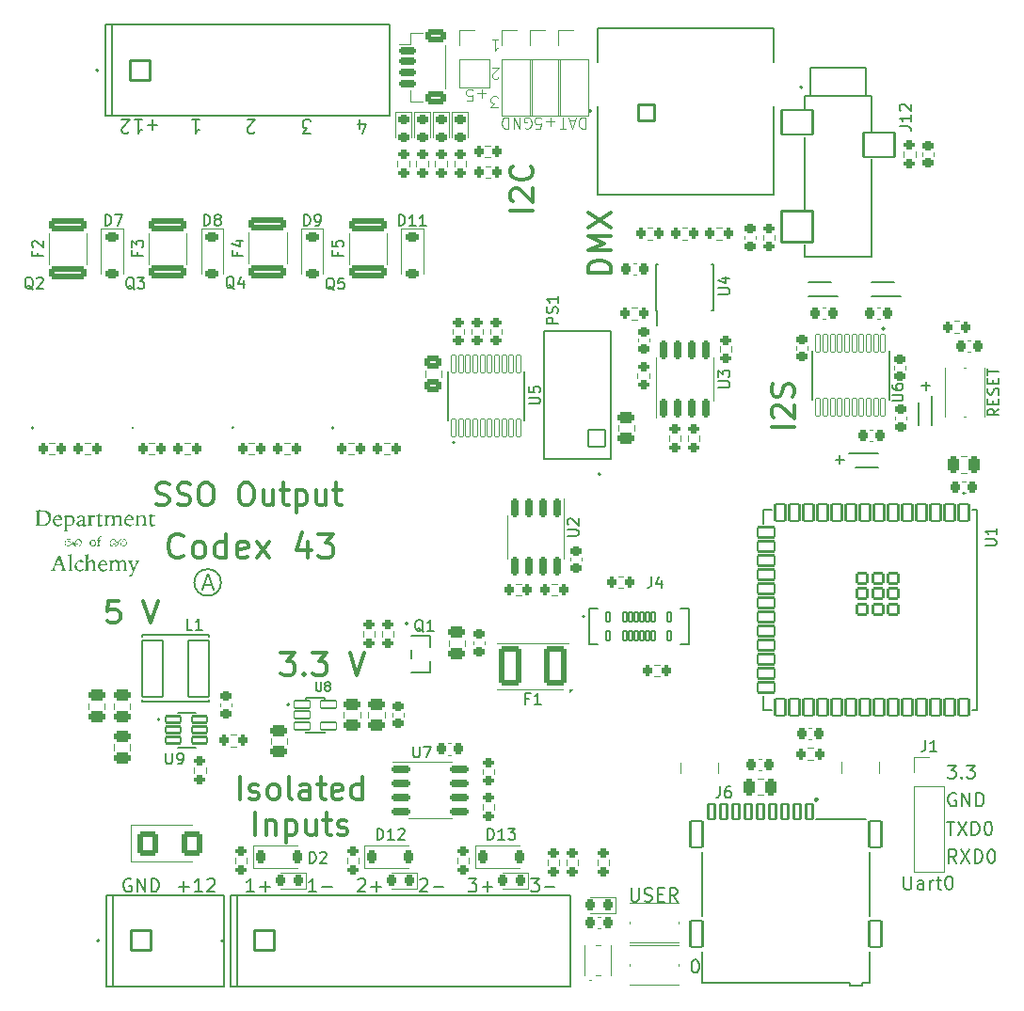
<source format=gto>
G04 #@! TF.GenerationSoftware,KiCad,Pcbnew,8.0.4*
G04 #@! TF.CreationDate,2024-08-16T00:10:32-05:00*
G04 #@! TF.ProjectId,Codex43,436f6465-7834-4332-9e6b-696361645f70,rev?*
G04 #@! TF.SameCoordinates,Original*
G04 #@! TF.FileFunction,Legend,Top*
G04 #@! TF.FilePolarity,Positive*
%FSLAX46Y46*%
G04 Gerber Fmt 4.6, Leading zero omitted, Abs format (unit mm)*
G04 Created by KiCad (PCBNEW 8.0.4) date 2024-08-16 00:10:32*
%MOMM*%
%LPD*%
G01*
G04 APERTURE LIST*
G04 Aperture macros list*
%AMRoundRect*
0 Rectangle with rounded corners*
0 $1 Rounding radius*
0 $2 $3 $4 $5 $6 $7 $8 $9 X,Y pos of 4 corners*
0 Add a 4 corners polygon primitive as box body*
4,1,4,$2,$3,$4,$5,$6,$7,$8,$9,$2,$3,0*
0 Add four circle primitives for the rounded corners*
1,1,$1+$1,$2,$3*
1,1,$1+$1,$4,$5*
1,1,$1+$1,$6,$7*
1,1,$1+$1,$8,$9*
0 Add four rect primitives between the rounded corners*
20,1,$1+$1,$2,$3,$4,$5,0*
20,1,$1+$1,$4,$5,$6,$7,0*
20,1,$1+$1,$6,$7,$8,$9,0*
20,1,$1+$1,$8,$9,$2,$3,0*%
G04 Aperture macros list end*
%ADD10C,0.140000*%
%ADD11C,0.200000*%
%ADD12C,0.300000*%
%ADD13C,0.100000*%
%ADD14C,0.150000*%
%ADD15C,0.340000*%
%ADD16C,0.180000*%
%ADD17C,0.127000*%
%ADD18C,0.120000*%
%ADD19C,0.152400*%
%ADD20C,0.240000*%
%ADD21C,0.000000*%
%ADD22RoundRect,0.102000X0.950000X2.550000X-0.950000X2.550000X-0.950000X-2.550000X0.950000X-2.550000X0*%
%ADD23RoundRect,0.102000X-0.670000X-0.295000X0.670000X-0.295000X0.670000X0.295000X-0.670000X0.295000X0*%
%ADD24RoundRect,0.200000X-0.275000X0.200000X-0.275000X-0.200000X0.275000X-0.200000X0.275000X0.200000X0*%
%ADD25RoundRect,0.200000X0.200000X0.275000X-0.200000X0.275000X-0.200000X-0.275000X0.200000X-0.275000X0*%
%ADD26RoundRect,0.250000X-0.475000X0.250000X-0.475000X-0.250000X0.475000X-0.250000X0.475000X0.250000X0*%
%ADD27RoundRect,0.225000X0.250000X-0.225000X0.250000X0.225000X-0.250000X0.225000X-0.250000X-0.225000X0*%
%ADD28RoundRect,0.250000X0.475000X-0.250000X0.475000X0.250000X-0.475000X0.250000X-0.475000X-0.250000X0*%
%ADD29R,1.700000X1.700000*%
%ADD30O,1.700000X1.700000*%
%ADD31RoundRect,0.250000X1.450000X-0.312500X1.450000X0.312500X-1.450000X0.312500X-1.450000X-0.312500X0*%
%ADD32R,1.400000X3.000000*%
%ADD33R,6.000000X6.500000*%
%ADD34RoundRect,0.225000X-0.225000X-0.250000X0.225000X-0.250000X0.225000X0.250000X-0.225000X0.250000X0*%
%ADD35RoundRect,0.250000X0.250000X0.475000X-0.250000X0.475000X-0.250000X-0.475000X0.250000X-0.475000X0*%
%ADD36RoundRect,0.218750X-0.256250X0.218750X-0.256250X-0.218750X0.256250X-0.218750X0.256250X0.218750X0*%
%ADD37RoundRect,0.225000X0.225000X0.250000X-0.225000X0.250000X-0.225000X-0.250000X0.225000X-0.250000X0*%
%ADD38RoundRect,0.218750X0.218750X0.256250X-0.218750X0.256250X-0.218750X-0.256250X0.218750X-0.256250X0*%
%ADD39RoundRect,0.225000X-0.375000X0.225000X-0.375000X-0.225000X0.375000X-0.225000X0.375000X0.225000X0*%
%ADD40RoundRect,0.200000X-0.200000X-0.275000X0.200000X-0.275000X0.200000X0.275000X-0.200000X0.275000X0*%
%ADD41R,1.000000X0.700000*%
%ADD42RoundRect,0.102000X0.754000X-0.754000X0.754000X0.754000X-0.754000X0.754000X-0.754000X-0.754000X0*%
%ADD43C,1.712000*%
%ADD44R,0.600000X1.000000*%
%ADD45R,0.950000X1.450000*%
%ADD46RoundRect,0.200000X0.275000X-0.200000X0.275000X0.200000X-0.275000X0.200000X-0.275000X-0.200000X0*%
%ADD47RoundRect,0.250000X0.750000X1.500000X-0.750000X1.500000X-0.750000X-1.500000X0.750000X-1.500000X0*%
%ADD48R,0.800000X3.400000*%
%ADD49C,3.600000*%
%ADD50C,5.700000*%
%ADD51RoundRect,0.150000X0.150000X-0.675000X0.150000X0.675000X-0.150000X0.675000X-0.150000X-0.675000X0*%
%ADD52RoundRect,0.150000X-0.625000X0.150000X-0.625000X-0.150000X0.625000X-0.150000X0.625000X0.150000X0*%
%ADD53RoundRect,0.250000X-0.650000X0.350000X-0.650000X-0.350000X0.650000X-0.350000X0.650000X0.350000X0*%
%ADD54R,1.320800X0.558800*%
%ADD55RoundRect,0.060300X-0.716700X-0.341700X0.716700X-0.341700X0.716700X0.341700X-0.716700X0.341700X0*%
%ADD56RoundRect,0.225000X-0.250000X0.225000X-0.250000X-0.225000X0.250000X-0.225000X0.250000X0.225000X0*%
%ADD57R,0.600000X1.550000*%
%ADD58C,0.520000*%
%ADD59RoundRect,0.102000X-0.150000X-0.435000X0.150000X-0.435000X0.150000X0.435000X-0.150000X0.435000X0*%
%ADD60O,2.404000X1.304000*%
%ADD61R,1.450000X0.950000*%
%ADD62R,0.700000X1.000000*%
%ADD63C,0.950000*%
%ADD64RoundRect,0.102000X-0.310000X-0.700000X0.310000X-0.700000X0.310000X0.700000X-0.310000X0.700000X0*%
%ADD65RoundRect,0.102000X-0.550000X-1.200000X0.550000X-1.200000X0.550000X1.200000X-0.550000X1.200000X0*%
%ADD66RoundRect,0.150000X-0.150000X0.675000X-0.150000X-0.675000X0.150000X-0.675000X0.150000X0.675000X0*%
%ADD67RoundRect,0.225000X-0.225000X-0.375000X0.225000X-0.375000X0.225000X0.375000X-0.225000X0.375000X0*%
%ADD68C,1.700000*%
%ADD69RoundRect,0.102000X-1.400000X1.100000X-1.400000X-1.100000X1.400000X-1.100000X1.400000X1.100000X0*%
%ADD70RoundRect,0.102000X-1.400000X1.400000X-1.400000X-1.400000X1.400000X-1.400000X1.400000X1.400000X0*%
%ADD71C,3.302000*%
%ADD72RoundRect,0.102000X0.723900X0.723900X-0.723900X0.723900X-0.723900X-0.723900X0.723900X-0.723900X0*%
%ADD73C,1.651800*%
%ADD74RoundRect,0.102000X-0.900000X-0.900000X0.900000X-0.900000X0.900000X0.900000X-0.900000X0.900000X0*%
%ADD75C,2.004000*%
%ADD76RoundRect,0.020500X0.184500X-0.764500X0.184500X0.764500X-0.184500X0.764500X-0.184500X-0.764500X0*%
%ADD77RoundRect,0.250000X-0.475000X0.337500X-0.475000X-0.337500X0.475000X-0.337500X0.475000X0.337500X0*%
%ADD78R,0.500000X0.800000*%
%ADD79R,0.400000X0.800000*%
%ADD80RoundRect,0.020500X-0.184500X0.764500X-0.184500X-0.764500X0.184500X-0.764500X0.184500X0.764500X0*%
%ADD81RoundRect,0.102000X-0.450000X0.750000X-0.450000X-0.750000X0.450000X-0.750000X0.450000X0.750000X0*%
%ADD82RoundRect,0.102000X-0.750000X0.450000X-0.750000X-0.450000X0.750000X-0.450000X0.750000X0.450000X0*%
%ADD83RoundRect,0.102000X-0.450000X0.450000X-0.450000X-0.450000X0.450000X-0.450000X0.450000X0.450000X0*%
%ADD84RoundRect,0.247222X-0.642778X-0.832778X0.642778X-0.832778X0.642778X0.832778X-0.642778X0.832778X0*%
%ADD85RoundRect,0.250000X-0.250000X-0.475000X0.250000X-0.475000X0.250000X0.475000X-0.250000X0.475000X0*%
%ADD86RoundRect,0.150000X-0.675000X-0.150000X0.675000X-0.150000X0.675000X0.150000X-0.675000X0.150000X0*%
G04 APERTURE END LIST*
D10*
X137263533Y-116847862D02*
X138006390Y-116847862D01*
X138006390Y-116847862D02*
X137606390Y-117305005D01*
X137606390Y-117305005D02*
X137777819Y-117305005D01*
X137777819Y-117305005D02*
X137892105Y-117362148D01*
X137892105Y-117362148D02*
X137949247Y-117419291D01*
X137949247Y-117419291D02*
X138006390Y-117533577D01*
X138006390Y-117533577D02*
X138006390Y-117819291D01*
X138006390Y-117819291D02*
X137949247Y-117933577D01*
X137949247Y-117933577D02*
X137892105Y-117990720D01*
X137892105Y-117990720D02*
X137777819Y-118047862D01*
X137777819Y-118047862D02*
X137434962Y-118047862D01*
X137434962Y-118047862D02*
X137320676Y-117990720D01*
X137320676Y-117990720D02*
X137263533Y-117933577D01*
X138520676Y-117933577D02*
X138577819Y-117990720D01*
X138577819Y-117990720D02*
X138520676Y-118047862D01*
X138520676Y-118047862D02*
X138463533Y-117990720D01*
X138463533Y-117990720D02*
X138520676Y-117933577D01*
X138520676Y-117933577D02*
X138520676Y-118047862D01*
X138977819Y-116847862D02*
X139720676Y-116847862D01*
X139720676Y-116847862D02*
X139320676Y-117305005D01*
X139320676Y-117305005D02*
X139492105Y-117305005D01*
X139492105Y-117305005D02*
X139606391Y-117362148D01*
X139606391Y-117362148D02*
X139663533Y-117419291D01*
X139663533Y-117419291D02*
X139720676Y-117533577D01*
X139720676Y-117533577D02*
X139720676Y-117819291D01*
X139720676Y-117819291D02*
X139663533Y-117933577D01*
X139663533Y-117933577D02*
X139606391Y-117990720D01*
X139606391Y-117990720D02*
X139492105Y-118047862D01*
X139492105Y-118047862D02*
X139149248Y-118047862D01*
X139149248Y-118047862D02*
X139034962Y-117990720D01*
X139034962Y-117990720D02*
X138977819Y-117933577D01*
D11*
X71900000Y-100400000D02*
G75*
G02*
X69500000Y-100400000I-1200000J0D01*
G01*
X69500000Y-100400000D02*
G75*
G02*
X71900000Y-100400000I1200000J0D01*
G01*
D10*
X66199999Y-59211280D02*
X65285714Y-59211280D01*
X65742856Y-58754137D02*
X65742856Y-59668422D01*
X64085714Y-58754137D02*
X64771428Y-58754137D01*
X64428571Y-58754137D02*
X64428571Y-59954137D01*
X64428571Y-59954137D02*
X64542857Y-59782708D01*
X64542857Y-59782708D02*
X64657142Y-59668422D01*
X64657142Y-59668422D02*
X64771428Y-59611280D01*
X63628571Y-59839851D02*
X63571428Y-59896994D01*
X63571428Y-59896994D02*
X63457143Y-59954137D01*
X63457143Y-59954137D02*
X63171428Y-59954137D01*
X63171428Y-59954137D02*
X63057143Y-59896994D01*
X63057143Y-59896994D02*
X63000000Y-59839851D01*
X63000000Y-59839851D02*
X62942857Y-59725565D01*
X62942857Y-59725565D02*
X62942857Y-59611280D01*
X62942857Y-59611280D02*
X63000000Y-59439851D01*
X63000000Y-59439851D02*
X63685714Y-58754137D01*
X63685714Y-58754137D02*
X62942857Y-58754137D01*
D12*
X123439638Y-86426441D02*
X121439638Y-86426441D01*
X121630114Y-85569298D02*
X121534876Y-85474060D01*
X121534876Y-85474060D02*
X121439638Y-85283584D01*
X121439638Y-85283584D02*
X121439638Y-84807393D01*
X121439638Y-84807393D02*
X121534876Y-84616917D01*
X121534876Y-84616917D02*
X121630114Y-84521679D01*
X121630114Y-84521679D02*
X121820590Y-84426441D01*
X121820590Y-84426441D02*
X122011066Y-84426441D01*
X122011066Y-84426441D02*
X122296780Y-84521679D01*
X122296780Y-84521679D02*
X123439638Y-85664536D01*
X123439638Y-85664536D02*
X123439638Y-84426441D01*
X123344400Y-83664536D02*
X123439638Y-83378822D01*
X123439638Y-83378822D02*
X123439638Y-82902631D01*
X123439638Y-82902631D02*
X123344400Y-82712155D01*
X123344400Y-82712155D02*
X123249161Y-82616917D01*
X123249161Y-82616917D02*
X123058685Y-82521679D01*
X123058685Y-82521679D02*
X122868209Y-82521679D01*
X122868209Y-82521679D02*
X122677733Y-82616917D01*
X122677733Y-82616917D02*
X122582495Y-82712155D01*
X122582495Y-82712155D02*
X122487257Y-82902631D01*
X122487257Y-82902631D02*
X122392019Y-83283584D01*
X122392019Y-83283584D02*
X122296780Y-83474060D01*
X122296780Y-83474060D02*
X122201542Y-83569298D01*
X122201542Y-83569298D02*
X122011066Y-83664536D01*
X122011066Y-83664536D02*
X121820590Y-83664536D01*
X121820590Y-83664536D02*
X121630114Y-83569298D01*
X121630114Y-83569298D02*
X121534876Y-83474060D01*
X121534876Y-83474060D02*
X121439638Y-83283584D01*
X121439638Y-83283584D02*
X121439638Y-82807393D01*
X121439638Y-82807393D02*
X121534876Y-82521679D01*
D10*
X114506390Y-134345862D02*
X114620676Y-134345862D01*
X114620676Y-134345862D02*
X114734962Y-134403005D01*
X114734962Y-134403005D02*
X114792105Y-134460148D01*
X114792105Y-134460148D02*
X114849247Y-134574434D01*
X114849247Y-134574434D02*
X114906390Y-134803005D01*
X114906390Y-134803005D02*
X114906390Y-135088720D01*
X114906390Y-135088720D02*
X114849247Y-135317291D01*
X114849247Y-135317291D02*
X114792105Y-135431577D01*
X114792105Y-135431577D02*
X114734962Y-135488720D01*
X114734962Y-135488720D02*
X114620676Y-135545862D01*
X114620676Y-135545862D02*
X114506390Y-135545862D01*
X114506390Y-135545862D02*
X114392105Y-135488720D01*
X114392105Y-135488720D02*
X114334962Y-135431577D01*
X114334962Y-135431577D02*
X114277819Y-135317291D01*
X114277819Y-135317291D02*
X114220676Y-135088720D01*
X114220676Y-135088720D02*
X114220676Y-134803005D01*
X114220676Y-134803005D02*
X114277819Y-134574434D01*
X114277819Y-134574434D02*
X114334962Y-134460148D01*
X114334962Y-134460148D02*
X114392105Y-134403005D01*
X114392105Y-134403005D02*
X114506390Y-134345862D01*
X79999999Y-59954137D02*
X79257142Y-59954137D01*
X79257142Y-59954137D02*
X79657142Y-59496994D01*
X79657142Y-59496994D02*
X79485713Y-59496994D01*
X79485713Y-59496994D02*
X79371428Y-59439851D01*
X79371428Y-59439851D02*
X79314285Y-59382708D01*
X79314285Y-59382708D02*
X79257142Y-59268422D01*
X79257142Y-59268422D02*
X79257142Y-58982708D01*
X79257142Y-58982708D02*
X79314285Y-58868422D01*
X79314285Y-58868422D02*
X79371428Y-58811280D01*
X79371428Y-58811280D02*
X79485713Y-58754137D01*
X79485713Y-58754137D02*
X79828570Y-58754137D01*
X79828570Y-58754137D02*
X79942856Y-58811280D01*
X79942856Y-58811280D02*
X79999999Y-58868422D01*
X84214286Y-127160148D02*
X84271429Y-127103005D01*
X84271429Y-127103005D02*
X84385715Y-127045862D01*
X84385715Y-127045862D02*
X84671429Y-127045862D01*
X84671429Y-127045862D02*
X84785715Y-127103005D01*
X84785715Y-127103005D02*
X84842857Y-127160148D01*
X84842857Y-127160148D02*
X84900000Y-127274434D01*
X84900000Y-127274434D02*
X84900000Y-127388720D01*
X84900000Y-127388720D02*
X84842857Y-127560148D01*
X84842857Y-127560148D02*
X84157143Y-128245862D01*
X84157143Y-128245862D02*
X84900000Y-128245862D01*
X85414286Y-127788720D02*
X86328572Y-127788720D01*
X85871429Y-128245862D02*
X85871429Y-127331577D01*
X99757143Y-127045862D02*
X100500000Y-127045862D01*
X100500000Y-127045862D02*
X100100000Y-127503005D01*
X100100000Y-127503005D02*
X100271429Y-127503005D01*
X100271429Y-127503005D02*
X100385715Y-127560148D01*
X100385715Y-127560148D02*
X100442857Y-127617291D01*
X100442857Y-127617291D02*
X100500000Y-127731577D01*
X100500000Y-127731577D02*
X100500000Y-128017291D01*
X100500000Y-128017291D02*
X100442857Y-128131577D01*
X100442857Y-128131577D02*
X100385715Y-128188720D01*
X100385715Y-128188720D02*
X100271429Y-128245862D01*
X100271429Y-128245862D02*
X99928572Y-128245862D01*
X99928572Y-128245862D02*
X99814286Y-128188720D01*
X99814286Y-128188720D02*
X99757143Y-128131577D01*
X101014286Y-127788720D02*
X101928572Y-127788720D01*
D13*
X95726115Y-56378533D02*
X94964211Y-56378533D01*
X95345163Y-55997580D02*
X95345163Y-56759485D01*
X94011830Y-56997580D02*
X94488020Y-56997580D01*
X94488020Y-56997580D02*
X94535639Y-56521390D01*
X94535639Y-56521390D02*
X94488020Y-56569009D01*
X94488020Y-56569009D02*
X94392782Y-56616628D01*
X94392782Y-56616628D02*
X94154687Y-56616628D01*
X94154687Y-56616628D02*
X94059449Y-56569009D01*
X94059449Y-56569009D02*
X94011830Y-56521390D01*
X94011830Y-56521390D02*
X93964211Y-56426152D01*
X93964211Y-56426152D02*
X93964211Y-56188057D01*
X93964211Y-56188057D02*
X94011830Y-56092819D01*
X94011830Y-56092819D02*
X94059449Y-56045200D01*
X94059449Y-56045200D02*
X94154687Y-55997580D01*
X94154687Y-55997580D02*
X94392782Y-55997580D01*
X94392782Y-55997580D02*
X94488020Y-56045200D01*
X94488020Y-56045200D02*
X94535639Y-56092819D01*
D14*
X134936779Y-82688866D02*
X135698684Y-82688866D01*
X135317731Y-83069819D02*
X135317731Y-82307914D01*
D10*
X80500000Y-128245862D02*
X79814286Y-128245862D01*
X80157143Y-128245862D02*
X80157143Y-127045862D01*
X80157143Y-127045862D02*
X80042857Y-127217291D01*
X80042857Y-127217291D02*
X79928572Y-127331577D01*
X79928572Y-127331577D02*
X79814286Y-127388720D01*
X81014286Y-127788720D02*
X81928572Y-127788720D01*
X138006390Y-119405005D02*
X137892105Y-119347862D01*
X137892105Y-119347862D02*
X137720676Y-119347862D01*
X137720676Y-119347862D02*
X137549247Y-119405005D01*
X137549247Y-119405005D02*
X137434962Y-119519291D01*
X137434962Y-119519291D02*
X137377819Y-119633577D01*
X137377819Y-119633577D02*
X137320676Y-119862148D01*
X137320676Y-119862148D02*
X137320676Y-120033577D01*
X137320676Y-120033577D02*
X137377819Y-120262148D01*
X137377819Y-120262148D02*
X137434962Y-120376434D01*
X137434962Y-120376434D02*
X137549247Y-120490720D01*
X137549247Y-120490720D02*
X137720676Y-120547862D01*
X137720676Y-120547862D02*
X137834962Y-120547862D01*
X137834962Y-120547862D02*
X138006390Y-120490720D01*
X138006390Y-120490720D02*
X138063533Y-120433577D01*
X138063533Y-120433577D02*
X138063533Y-120033577D01*
X138063533Y-120033577D02*
X137834962Y-120033577D01*
X138577819Y-120547862D02*
X138577819Y-119347862D01*
X138577819Y-119347862D02*
X139263533Y-120547862D01*
X139263533Y-120547862D02*
X139263533Y-119347862D01*
X139834962Y-120547862D02*
X139834962Y-119347862D01*
X139834962Y-119347862D02*
X140120676Y-119347862D01*
X140120676Y-119347862D02*
X140292105Y-119405005D01*
X140292105Y-119405005D02*
X140406390Y-119519291D01*
X140406390Y-119519291D02*
X140463533Y-119633577D01*
X140463533Y-119633577D02*
X140520676Y-119862148D01*
X140520676Y-119862148D02*
X140520676Y-120033577D01*
X140520676Y-120033577D02*
X140463533Y-120262148D01*
X140463533Y-120262148D02*
X140406390Y-120376434D01*
X140406390Y-120376434D02*
X140292105Y-120490720D01*
X140292105Y-120490720D02*
X140120676Y-120547862D01*
X140120676Y-120547862D02*
X139834962Y-120547862D01*
X133328572Y-126849862D02*
X133328572Y-127821291D01*
X133328572Y-127821291D02*
X133385715Y-127935577D01*
X133385715Y-127935577D02*
X133442858Y-127992720D01*
X133442858Y-127992720D02*
X133557143Y-128049862D01*
X133557143Y-128049862D02*
X133785715Y-128049862D01*
X133785715Y-128049862D02*
X133900000Y-127992720D01*
X133900000Y-127992720D02*
X133957143Y-127935577D01*
X133957143Y-127935577D02*
X134014286Y-127821291D01*
X134014286Y-127821291D02*
X134014286Y-126849862D01*
X135100001Y-128049862D02*
X135100001Y-127421291D01*
X135100001Y-127421291D02*
X135042858Y-127307005D01*
X135042858Y-127307005D02*
X134928572Y-127249862D01*
X134928572Y-127249862D02*
X134700001Y-127249862D01*
X134700001Y-127249862D02*
X134585715Y-127307005D01*
X135100001Y-127992720D02*
X134985715Y-128049862D01*
X134985715Y-128049862D02*
X134700001Y-128049862D01*
X134700001Y-128049862D02*
X134585715Y-127992720D01*
X134585715Y-127992720D02*
X134528572Y-127878434D01*
X134528572Y-127878434D02*
X134528572Y-127764148D01*
X134528572Y-127764148D02*
X134585715Y-127649862D01*
X134585715Y-127649862D02*
X134700001Y-127592720D01*
X134700001Y-127592720D02*
X134985715Y-127592720D01*
X134985715Y-127592720D02*
X135100001Y-127535577D01*
X135671429Y-128049862D02*
X135671429Y-127249862D01*
X135671429Y-127478434D02*
X135728572Y-127364148D01*
X135728572Y-127364148D02*
X135785715Y-127307005D01*
X135785715Y-127307005D02*
X135900000Y-127249862D01*
X135900000Y-127249862D02*
X136014286Y-127249862D01*
X136242857Y-127249862D02*
X136700000Y-127249862D01*
X136414286Y-126849862D02*
X136414286Y-127878434D01*
X136414286Y-127878434D02*
X136471429Y-127992720D01*
X136471429Y-127992720D02*
X136585714Y-128049862D01*
X136585714Y-128049862D02*
X136700000Y-128049862D01*
X137328571Y-126849862D02*
X137442857Y-126849862D01*
X137442857Y-126849862D02*
X137557143Y-126907005D01*
X137557143Y-126907005D02*
X137614286Y-126964148D01*
X137614286Y-126964148D02*
X137671428Y-127078434D01*
X137671428Y-127078434D02*
X137728571Y-127307005D01*
X137728571Y-127307005D02*
X137728571Y-127592720D01*
X137728571Y-127592720D02*
X137671428Y-127821291D01*
X137671428Y-127821291D02*
X137614286Y-127935577D01*
X137614286Y-127935577D02*
X137557143Y-127992720D01*
X137557143Y-127992720D02*
X137442857Y-128049862D01*
X137442857Y-128049862D02*
X137328571Y-128049862D01*
X137328571Y-128049862D02*
X137214286Y-127992720D01*
X137214286Y-127992720D02*
X137157143Y-127935577D01*
X137157143Y-127935577D02*
X137100000Y-127821291D01*
X137100000Y-127821291D02*
X137042857Y-127592720D01*
X137042857Y-127592720D02*
X137042857Y-127307005D01*
X137042857Y-127307005D02*
X137100000Y-127078434D01*
X137100000Y-127078434D02*
X137157143Y-126964148D01*
X137157143Y-126964148D02*
X137214286Y-126907005D01*
X137214286Y-126907005D02*
X137328571Y-126849862D01*
D13*
X96272306Y-51542580D02*
X96843734Y-51542580D01*
X96558020Y-51542580D02*
X96558020Y-52542580D01*
X96558020Y-52542580D02*
X96653258Y-52399723D01*
X96653258Y-52399723D02*
X96748496Y-52304485D01*
X96748496Y-52304485D02*
X96843734Y-52256866D01*
D10*
X63785714Y-127103005D02*
X63671429Y-127045862D01*
X63671429Y-127045862D02*
X63500000Y-127045862D01*
X63500000Y-127045862D02*
X63328571Y-127103005D01*
X63328571Y-127103005D02*
X63214286Y-127217291D01*
X63214286Y-127217291D02*
X63157143Y-127331577D01*
X63157143Y-127331577D02*
X63100000Y-127560148D01*
X63100000Y-127560148D02*
X63100000Y-127731577D01*
X63100000Y-127731577D02*
X63157143Y-127960148D01*
X63157143Y-127960148D02*
X63214286Y-128074434D01*
X63214286Y-128074434D02*
X63328571Y-128188720D01*
X63328571Y-128188720D02*
X63500000Y-128245862D01*
X63500000Y-128245862D02*
X63614286Y-128245862D01*
X63614286Y-128245862D02*
X63785714Y-128188720D01*
X63785714Y-128188720D02*
X63842857Y-128131577D01*
X63842857Y-128131577D02*
X63842857Y-127731577D01*
X63842857Y-127731577D02*
X63614286Y-127731577D01*
X64357143Y-128245862D02*
X64357143Y-127045862D01*
X64357143Y-127045862D02*
X65042857Y-128245862D01*
X65042857Y-128245862D02*
X65042857Y-127045862D01*
X65614286Y-128245862D02*
X65614286Y-127045862D01*
X65614286Y-127045862D02*
X65900000Y-127045862D01*
X65900000Y-127045862D02*
X66071429Y-127103005D01*
X66071429Y-127103005D02*
X66185714Y-127217291D01*
X66185714Y-127217291D02*
X66242857Y-127331577D01*
X66242857Y-127331577D02*
X66300000Y-127560148D01*
X66300000Y-127560148D02*
X66300000Y-127731577D01*
X66300000Y-127731577D02*
X66242857Y-127960148D01*
X66242857Y-127960148D02*
X66185714Y-128074434D01*
X66185714Y-128074434D02*
X66071429Y-128188720D01*
X66071429Y-128188720D02*
X65900000Y-128245862D01*
X65900000Y-128245862D02*
X65614286Y-128245862D01*
X69257142Y-58754137D02*
X69942856Y-58754137D01*
X69599999Y-58754137D02*
X69599999Y-59954137D01*
X69599999Y-59954137D02*
X69714285Y-59782708D01*
X69714285Y-59782708D02*
X69828570Y-59668422D01*
X69828570Y-59668422D02*
X69942856Y-59611280D01*
D14*
X127161779Y-89363866D02*
X127923684Y-89363866D01*
X127542731Y-89744819D02*
X127542731Y-88982914D01*
D10*
X68100000Y-127788720D02*
X69014286Y-127788720D01*
X68557143Y-128245862D02*
X68557143Y-127331577D01*
X70214285Y-128245862D02*
X69528571Y-128245862D01*
X69871428Y-128245862D02*
X69871428Y-127045862D01*
X69871428Y-127045862D02*
X69757142Y-127217291D01*
X69757142Y-127217291D02*
X69642857Y-127331577D01*
X69642857Y-127331577D02*
X69528571Y-127388720D01*
X70671428Y-127160148D02*
X70728571Y-127103005D01*
X70728571Y-127103005D02*
X70842857Y-127045862D01*
X70842857Y-127045862D02*
X71128571Y-127045862D01*
X71128571Y-127045862D02*
X71242857Y-127103005D01*
X71242857Y-127103005D02*
X71299999Y-127160148D01*
X71299999Y-127160148D02*
X71357142Y-127274434D01*
X71357142Y-127274434D02*
X71357142Y-127388720D01*
X71357142Y-127388720D02*
X71299999Y-127560148D01*
X71299999Y-127560148D02*
X70614285Y-128245862D01*
X70614285Y-128245862D02*
X71357142Y-128245862D01*
D15*
X68504636Y-98003558D02*
X68399874Y-98108320D01*
X68399874Y-98108320D02*
X68085588Y-98213081D01*
X68085588Y-98213081D02*
X67876064Y-98213081D01*
X67876064Y-98213081D02*
X67561779Y-98108320D01*
X67561779Y-98108320D02*
X67352255Y-97898796D01*
X67352255Y-97898796D02*
X67247493Y-97689272D01*
X67247493Y-97689272D02*
X67142731Y-97270224D01*
X67142731Y-97270224D02*
X67142731Y-96955939D01*
X67142731Y-96955939D02*
X67247493Y-96536891D01*
X67247493Y-96536891D02*
X67352255Y-96327367D01*
X67352255Y-96327367D02*
X67561779Y-96117843D01*
X67561779Y-96117843D02*
X67876064Y-96013081D01*
X67876064Y-96013081D02*
X68085588Y-96013081D01*
X68085588Y-96013081D02*
X68399874Y-96117843D01*
X68399874Y-96117843D02*
X68504636Y-96222605D01*
X69761779Y-98213081D02*
X69552255Y-98108320D01*
X69552255Y-98108320D02*
X69447493Y-98003558D01*
X69447493Y-98003558D02*
X69342731Y-97794034D01*
X69342731Y-97794034D02*
X69342731Y-97165462D01*
X69342731Y-97165462D02*
X69447493Y-96955939D01*
X69447493Y-96955939D02*
X69552255Y-96851177D01*
X69552255Y-96851177D02*
X69761779Y-96746415D01*
X69761779Y-96746415D02*
X70076064Y-96746415D01*
X70076064Y-96746415D02*
X70285588Y-96851177D01*
X70285588Y-96851177D02*
X70390350Y-96955939D01*
X70390350Y-96955939D02*
X70495112Y-97165462D01*
X70495112Y-97165462D02*
X70495112Y-97794034D01*
X70495112Y-97794034D02*
X70390350Y-98003558D01*
X70390350Y-98003558D02*
X70285588Y-98108320D01*
X70285588Y-98108320D02*
X70076064Y-98213081D01*
X70076064Y-98213081D02*
X69761779Y-98213081D01*
X72380826Y-98213081D02*
X72380826Y-96013081D01*
X72380826Y-98108320D02*
X72171302Y-98213081D01*
X72171302Y-98213081D02*
X71752255Y-98213081D01*
X71752255Y-98213081D02*
X71542731Y-98108320D01*
X71542731Y-98108320D02*
X71437969Y-98003558D01*
X71437969Y-98003558D02*
X71333207Y-97794034D01*
X71333207Y-97794034D02*
X71333207Y-97165462D01*
X71333207Y-97165462D02*
X71437969Y-96955939D01*
X71437969Y-96955939D02*
X71542731Y-96851177D01*
X71542731Y-96851177D02*
X71752255Y-96746415D01*
X71752255Y-96746415D02*
X72171302Y-96746415D01*
X72171302Y-96746415D02*
X72380826Y-96851177D01*
X74266540Y-98108320D02*
X74057016Y-98213081D01*
X74057016Y-98213081D02*
X73637969Y-98213081D01*
X73637969Y-98213081D02*
X73428445Y-98108320D01*
X73428445Y-98108320D02*
X73323683Y-97898796D01*
X73323683Y-97898796D02*
X73323683Y-97060700D01*
X73323683Y-97060700D02*
X73428445Y-96851177D01*
X73428445Y-96851177D02*
X73637969Y-96746415D01*
X73637969Y-96746415D02*
X74057016Y-96746415D01*
X74057016Y-96746415D02*
X74266540Y-96851177D01*
X74266540Y-96851177D02*
X74371302Y-97060700D01*
X74371302Y-97060700D02*
X74371302Y-97270224D01*
X74371302Y-97270224D02*
X73323683Y-97479748D01*
X75104635Y-98213081D02*
X76257016Y-96746415D01*
X75104635Y-96746415D02*
X76257016Y-98213081D01*
X79714158Y-96746415D02*
X79714158Y-98213081D01*
X79190349Y-95908320D02*
X78666539Y-97479748D01*
X78666539Y-97479748D02*
X80028444Y-97479748D01*
X80657015Y-96013081D02*
X82018920Y-96013081D01*
X82018920Y-96013081D02*
X81285587Y-96851177D01*
X81285587Y-96851177D02*
X81599872Y-96851177D01*
X81599872Y-96851177D02*
X81809396Y-96955939D01*
X81809396Y-96955939D02*
X81914158Y-97060700D01*
X81914158Y-97060700D02*
X82018920Y-97270224D01*
X82018920Y-97270224D02*
X82018920Y-97794034D01*
X82018920Y-97794034D02*
X81914158Y-98003558D01*
X81914158Y-98003558D02*
X81809396Y-98108320D01*
X81809396Y-98108320D02*
X81599872Y-98213081D01*
X81599872Y-98213081D02*
X80971301Y-98213081D01*
X80971301Y-98213081D02*
X80761777Y-98108320D01*
X80761777Y-98108320D02*
X80657015Y-98003558D01*
D10*
X94157143Y-127045862D02*
X94900000Y-127045862D01*
X94900000Y-127045862D02*
X94500000Y-127503005D01*
X94500000Y-127503005D02*
X94671429Y-127503005D01*
X94671429Y-127503005D02*
X94785715Y-127560148D01*
X94785715Y-127560148D02*
X94842857Y-127617291D01*
X94842857Y-127617291D02*
X94900000Y-127731577D01*
X94900000Y-127731577D02*
X94900000Y-128017291D01*
X94900000Y-128017291D02*
X94842857Y-128131577D01*
X94842857Y-128131577D02*
X94785715Y-128188720D01*
X94785715Y-128188720D02*
X94671429Y-128245862D01*
X94671429Y-128245862D02*
X94328572Y-128245862D01*
X94328572Y-128245862D02*
X94214286Y-128188720D01*
X94214286Y-128188720D02*
X94157143Y-128131577D01*
X95414286Y-127788720D02*
X96328572Y-127788720D01*
X95871429Y-128245862D02*
X95871429Y-127331577D01*
D12*
X62725939Y-102039638D02*
X61773558Y-102039638D01*
X61773558Y-102039638D02*
X61678320Y-102992019D01*
X61678320Y-102992019D02*
X61773558Y-102896780D01*
X61773558Y-102896780D02*
X61964034Y-102801542D01*
X61964034Y-102801542D02*
X62440225Y-102801542D01*
X62440225Y-102801542D02*
X62630701Y-102896780D01*
X62630701Y-102896780D02*
X62725939Y-102992019D01*
X62725939Y-102992019D02*
X62821177Y-103182495D01*
X62821177Y-103182495D02*
X62821177Y-103658685D01*
X62821177Y-103658685D02*
X62725939Y-103849161D01*
X62725939Y-103849161D02*
X62630701Y-103944400D01*
X62630701Y-103944400D02*
X62440225Y-104039638D01*
X62440225Y-104039638D02*
X61964034Y-104039638D01*
X61964034Y-104039638D02*
X61773558Y-103944400D01*
X61773558Y-103944400D02*
X61678320Y-103849161D01*
X64916416Y-102039638D02*
X65583082Y-104039638D01*
X65583082Y-104039638D02*
X66249749Y-102039638D01*
X66078320Y-93344400D02*
X66364034Y-93439638D01*
X66364034Y-93439638D02*
X66840225Y-93439638D01*
X66840225Y-93439638D02*
X67030701Y-93344400D01*
X67030701Y-93344400D02*
X67125939Y-93249161D01*
X67125939Y-93249161D02*
X67221177Y-93058685D01*
X67221177Y-93058685D02*
X67221177Y-92868209D01*
X67221177Y-92868209D02*
X67125939Y-92677733D01*
X67125939Y-92677733D02*
X67030701Y-92582495D01*
X67030701Y-92582495D02*
X66840225Y-92487257D01*
X66840225Y-92487257D02*
X66459272Y-92392019D01*
X66459272Y-92392019D02*
X66268796Y-92296780D01*
X66268796Y-92296780D02*
X66173558Y-92201542D01*
X66173558Y-92201542D02*
X66078320Y-92011066D01*
X66078320Y-92011066D02*
X66078320Y-91820590D01*
X66078320Y-91820590D02*
X66173558Y-91630114D01*
X66173558Y-91630114D02*
X66268796Y-91534876D01*
X66268796Y-91534876D02*
X66459272Y-91439638D01*
X66459272Y-91439638D02*
X66935463Y-91439638D01*
X66935463Y-91439638D02*
X67221177Y-91534876D01*
X67983082Y-93344400D02*
X68268796Y-93439638D01*
X68268796Y-93439638D02*
X68744987Y-93439638D01*
X68744987Y-93439638D02*
X68935463Y-93344400D01*
X68935463Y-93344400D02*
X69030701Y-93249161D01*
X69030701Y-93249161D02*
X69125939Y-93058685D01*
X69125939Y-93058685D02*
X69125939Y-92868209D01*
X69125939Y-92868209D02*
X69030701Y-92677733D01*
X69030701Y-92677733D02*
X68935463Y-92582495D01*
X68935463Y-92582495D02*
X68744987Y-92487257D01*
X68744987Y-92487257D02*
X68364034Y-92392019D01*
X68364034Y-92392019D02*
X68173558Y-92296780D01*
X68173558Y-92296780D02*
X68078320Y-92201542D01*
X68078320Y-92201542D02*
X67983082Y-92011066D01*
X67983082Y-92011066D02*
X67983082Y-91820590D01*
X67983082Y-91820590D02*
X68078320Y-91630114D01*
X68078320Y-91630114D02*
X68173558Y-91534876D01*
X68173558Y-91534876D02*
X68364034Y-91439638D01*
X68364034Y-91439638D02*
X68840225Y-91439638D01*
X68840225Y-91439638D02*
X69125939Y-91534876D01*
X70364034Y-91439638D02*
X70744987Y-91439638D01*
X70744987Y-91439638D02*
X70935463Y-91534876D01*
X70935463Y-91534876D02*
X71125939Y-91725352D01*
X71125939Y-91725352D02*
X71221177Y-92106304D01*
X71221177Y-92106304D02*
X71221177Y-92772971D01*
X71221177Y-92772971D02*
X71125939Y-93153923D01*
X71125939Y-93153923D02*
X70935463Y-93344400D01*
X70935463Y-93344400D02*
X70744987Y-93439638D01*
X70744987Y-93439638D02*
X70364034Y-93439638D01*
X70364034Y-93439638D02*
X70173558Y-93344400D01*
X70173558Y-93344400D02*
X69983082Y-93153923D01*
X69983082Y-93153923D02*
X69887844Y-92772971D01*
X69887844Y-92772971D02*
X69887844Y-92106304D01*
X69887844Y-92106304D02*
X69983082Y-91725352D01*
X69983082Y-91725352D02*
X70173558Y-91534876D01*
X70173558Y-91534876D02*
X70364034Y-91439638D01*
X73983082Y-91439638D02*
X74364035Y-91439638D01*
X74364035Y-91439638D02*
X74554511Y-91534876D01*
X74554511Y-91534876D02*
X74744987Y-91725352D01*
X74744987Y-91725352D02*
X74840225Y-92106304D01*
X74840225Y-92106304D02*
X74840225Y-92772971D01*
X74840225Y-92772971D02*
X74744987Y-93153923D01*
X74744987Y-93153923D02*
X74554511Y-93344400D01*
X74554511Y-93344400D02*
X74364035Y-93439638D01*
X74364035Y-93439638D02*
X73983082Y-93439638D01*
X73983082Y-93439638D02*
X73792606Y-93344400D01*
X73792606Y-93344400D02*
X73602130Y-93153923D01*
X73602130Y-93153923D02*
X73506892Y-92772971D01*
X73506892Y-92772971D02*
X73506892Y-92106304D01*
X73506892Y-92106304D02*
X73602130Y-91725352D01*
X73602130Y-91725352D02*
X73792606Y-91534876D01*
X73792606Y-91534876D02*
X73983082Y-91439638D01*
X76554511Y-92106304D02*
X76554511Y-93439638D01*
X75697368Y-92106304D02*
X75697368Y-93153923D01*
X75697368Y-93153923D02*
X75792606Y-93344400D01*
X75792606Y-93344400D02*
X75983082Y-93439638D01*
X75983082Y-93439638D02*
X76268797Y-93439638D01*
X76268797Y-93439638D02*
X76459273Y-93344400D01*
X76459273Y-93344400D02*
X76554511Y-93249161D01*
X77221178Y-92106304D02*
X77983082Y-92106304D01*
X77506892Y-91439638D02*
X77506892Y-93153923D01*
X77506892Y-93153923D02*
X77602130Y-93344400D01*
X77602130Y-93344400D02*
X77792606Y-93439638D01*
X77792606Y-93439638D02*
X77983082Y-93439638D01*
X78649749Y-92106304D02*
X78649749Y-94106304D01*
X78649749Y-92201542D02*
X78840225Y-92106304D01*
X78840225Y-92106304D02*
X79221178Y-92106304D01*
X79221178Y-92106304D02*
X79411654Y-92201542D01*
X79411654Y-92201542D02*
X79506892Y-92296780D01*
X79506892Y-92296780D02*
X79602130Y-92487257D01*
X79602130Y-92487257D02*
X79602130Y-93058685D01*
X79602130Y-93058685D02*
X79506892Y-93249161D01*
X79506892Y-93249161D02*
X79411654Y-93344400D01*
X79411654Y-93344400D02*
X79221178Y-93439638D01*
X79221178Y-93439638D02*
X78840225Y-93439638D01*
X78840225Y-93439638D02*
X78649749Y-93344400D01*
X81316416Y-92106304D02*
X81316416Y-93439638D01*
X80459273Y-92106304D02*
X80459273Y-93153923D01*
X80459273Y-93153923D02*
X80554511Y-93344400D01*
X80554511Y-93344400D02*
X80744987Y-93439638D01*
X80744987Y-93439638D02*
X81030702Y-93439638D01*
X81030702Y-93439638D02*
X81221178Y-93344400D01*
X81221178Y-93344400D02*
X81316416Y-93249161D01*
X81983083Y-92106304D02*
X82744987Y-92106304D01*
X82268797Y-91439638D02*
X82268797Y-93153923D01*
X82268797Y-93153923D02*
X82364035Y-93344400D01*
X82364035Y-93344400D02*
X82554511Y-93439638D01*
X82554511Y-93439638D02*
X82744987Y-93439638D01*
D10*
X138063533Y-125647862D02*
X137663533Y-125076434D01*
X137377819Y-125647862D02*
X137377819Y-124447862D01*
X137377819Y-124447862D02*
X137834962Y-124447862D01*
X137834962Y-124447862D02*
X137949247Y-124505005D01*
X137949247Y-124505005D02*
X138006390Y-124562148D01*
X138006390Y-124562148D02*
X138063533Y-124676434D01*
X138063533Y-124676434D02*
X138063533Y-124847862D01*
X138063533Y-124847862D02*
X138006390Y-124962148D01*
X138006390Y-124962148D02*
X137949247Y-125019291D01*
X137949247Y-125019291D02*
X137834962Y-125076434D01*
X137834962Y-125076434D02*
X137377819Y-125076434D01*
X138463533Y-124447862D02*
X139263533Y-125647862D01*
X139263533Y-124447862D02*
X138463533Y-125647862D01*
X139720676Y-125647862D02*
X139720676Y-124447862D01*
X139720676Y-124447862D02*
X140006390Y-124447862D01*
X140006390Y-124447862D02*
X140177819Y-124505005D01*
X140177819Y-124505005D02*
X140292104Y-124619291D01*
X140292104Y-124619291D02*
X140349247Y-124733577D01*
X140349247Y-124733577D02*
X140406390Y-124962148D01*
X140406390Y-124962148D02*
X140406390Y-125133577D01*
X140406390Y-125133577D02*
X140349247Y-125362148D01*
X140349247Y-125362148D02*
X140292104Y-125476434D01*
X140292104Y-125476434D02*
X140177819Y-125590720D01*
X140177819Y-125590720D02*
X140006390Y-125647862D01*
X140006390Y-125647862D02*
X139720676Y-125647862D01*
X141149247Y-124447862D02*
X141263533Y-124447862D01*
X141263533Y-124447862D02*
X141377819Y-124505005D01*
X141377819Y-124505005D02*
X141434962Y-124562148D01*
X141434962Y-124562148D02*
X141492104Y-124676434D01*
X141492104Y-124676434D02*
X141549247Y-124905005D01*
X141549247Y-124905005D02*
X141549247Y-125190720D01*
X141549247Y-125190720D02*
X141492104Y-125419291D01*
X141492104Y-125419291D02*
X141434962Y-125533577D01*
X141434962Y-125533577D02*
X141377819Y-125590720D01*
X141377819Y-125590720D02*
X141263533Y-125647862D01*
X141263533Y-125647862D02*
X141149247Y-125647862D01*
X141149247Y-125647862D02*
X141034962Y-125590720D01*
X141034962Y-125590720D02*
X140977819Y-125533577D01*
X140977819Y-125533577D02*
X140920676Y-125419291D01*
X140920676Y-125419291D02*
X140863533Y-125190720D01*
X140863533Y-125190720D02*
X140863533Y-124905005D01*
X140863533Y-124905005D02*
X140920676Y-124676434D01*
X140920676Y-124676434D02*
X140977819Y-124562148D01*
X140977819Y-124562148D02*
X141034962Y-124505005D01*
X141034962Y-124505005D02*
X141149247Y-124447862D01*
X137206390Y-121947862D02*
X137892105Y-121947862D01*
X137549247Y-123147862D02*
X137549247Y-121947862D01*
X138177819Y-121947862D02*
X138977819Y-123147862D01*
X138977819Y-121947862D02*
X138177819Y-123147862D01*
X139434962Y-123147862D02*
X139434962Y-121947862D01*
X139434962Y-121947862D02*
X139720676Y-121947862D01*
X139720676Y-121947862D02*
X139892105Y-122005005D01*
X139892105Y-122005005D02*
X140006390Y-122119291D01*
X140006390Y-122119291D02*
X140063533Y-122233577D01*
X140063533Y-122233577D02*
X140120676Y-122462148D01*
X140120676Y-122462148D02*
X140120676Y-122633577D01*
X140120676Y-122633577D02*
X140063533Y-122862148D01*
X140063533Y-122862148D02*
X140006390Y-122976434D01*
X140006390Y-122976434D02*
X139892105Y-123090720D01*
X139892105Y-123090720D02*
X139720676Y-123147862D01*
X139720676Y-123147862D02*
X139434962Y-123147862D01*
X140863533Y-121947862D02*
X140977819Y-121947862D01*
X140977819Y-121947862D02*
X141092105Y-122005005D01*
X141092105Y-122005005D02*
X141149248Y-122062148D01*
X141149248Y-122062148D02*
X141206390Y-122176434D01*
X141206390Y-122176434D02*
X141263533Y-122405005D01*
X141263533Y-122405005D02*
X141263533Y-122690720D01*
X141263533Y-122690720D02*
X141206390Y-122919291D01*
X141206390Y-122919291D02*
X141149248Y-123033577D01*
X141149248Y-123033577D02*
X141092105Y-123090720D01*
X141092105Y-123090720D02*
X140977819Y-123147862D01*
X140977819Y-123147862D02*
X140863533Y-123147862D01*
X140863533Y-123147862D02*
X140749248Y-123090720D01*
X140749248Y-123090720D02*
X140692105Y-123033577D01*
X140692105Y-123033577D02*
X140634962Y-122919291D01*
X140634962Y-122919291D02*
X140577819Y-122690720D01*
X140577819Y-122690720D02*
X140577819Y-122405005D01*
X140577819Y-122405005D02*
X140634962Y-122176434D01*
X140634962Y-122176434D02*
X140692105Y-122062148D01*
X140692105Y-122062148D02*
X140749248Y-122005005D01*
X140749248Y-122005005D02*
X140863533Y-121947862D01*
D12*
X77283082Y-106739638D02*
X78521177Y-106739638D01*
X78521177Y-106739638D02*
X77854510Y-107501542D01*
X77854510Y-107501542D02*
X78140225Y-107501542D01*
X78140225Y-107501542D02*
X78330701Y-107596780D01*
X78330701Y-107596780D02*
X78425939Y-107692019D01*
X78425939Y-107692019D02*
X78521177Y-107882495D01*
X78521177Y-107882495D02*
X78521177Y-108358685D01*
X78521177Y-108358685D02*
X78425939Y-108549161D01*
X78425939Y-108549161D02*
X78330701Y-108644400D01*
X78330701Y-108644400D02*
X78140225Y-108739638D01*
X78140225Y-108739638D02*
X77568796Y-108739638D01*
X77568796Y-108739638D02*
X77378320Y-108644400D01*
X77378320Y-108644400D02*
X77283082Y-108549161D01*
X79378320Y-108549161D02*
X79473558Y-108644400D01*
X79473558Y-108644400D02*
X79378320Y-108739638D01*
X79378320Y-108739638D02*
X79283082Y-108644400D01*
X79283082Y-108644400D02*
X79378320Y-108549161D01*
X79378320Y-108549161D02*
X79378320Y-108739638D01*
X80140225Y-106739638D02*
X81378320Y-106739638D01*
X81378320Y-106739638D02*
X80711653Y-107501542D01*
X80711653Y-107501542D02*
X80997368Y-107501542D01*
X80997368Y-107501542D02*
X81187844Y-107596780D01*
X81187844Y-107596780D02*
X81283082Y-107692019D01*
X81283082Y-107692019D02*
X81378320Y-107882495D01*
X81378320Y-107882495D02*
X81378320Y-108358685D01*
X81378320Y-108358685D02*
X81283082Y-108549161D01*
X81283082Y-108549161D02*
X81187844Y-108644400D01*
X81187844Y-108644400D02*
X80997368Y-108739638D01*
X80997368Y-108739638D02*
X80425939Y-108739638D01*
X80425939Y-108739638D02*
X80235463Y-108644400D01*
X80235463Y-108644400D02*
X80140225Y-108549161D01*
X83473559Y-106739638D02*
X84140225Y-108739638D01*
X84140225Y-108739638D02*
X84806892Y-106739638D01*
D11*
X70342857Y-100654957D02*
X71057143Y-100654957D01*
X70200000Y-101083528D02*
X70700000Y-99583528D01*
X70700000Y-99583528D02*
X71200000Y-101083528D01*
D13*
X99261904Y-59489961D02*
X99357142Y-59537580D01*
X99357142Y-59537580D02*
X99499999Y-59537580D01*
X99499999Y-59537580D02*
X99642856Y-59489961D01*
X99642856Y-59489961D02*
X99738094Y-59394723D01*
X99738094Y-59394723D02*
X99785713Y-59299485D01*
X99785713Y-59299485D02*
X99833332Y-59109009D01*
X99833332Y-59109009D02*
X99833332Y-58966152D01*
X99833332Y-58966152D02*
X99785713Y-58775676D01*
X99785713Y-58775676D02*
X99738094Y-58680438D01*
X99738094Y-58680438D02*
X99642856Y-58585200D01*
X99642856Y-58585200D02*
X99499999Y-58537580D01*
X99499999Y-58537580D02*
X99404761Y-58537580D01*
X99404761Y-58537580D02*
X99261904Y-58585200D01*
X99261904Y-58585200D02*
X99214285Y-58632819D01*
X99214285Y-58632819D02*
X99214285Y-58966152D01*
X99214285Y-58966152D02*
X99404761Y-58966152D01*
X98785713Y-58537580D02*
X98785713Y-59537580D01*
X98785713Y-59537580D02*
X98214285Y-58537580D01*
X98214285Y-58537580D02*
X98214285Y-59537580D01*
X97738094Y-58537580D02*
X97738094Y-59537580D01*
X97738094Y-59537580D02*
X97499999Y-59537580D01*
X97499999Y-59537580D02*
X97357142Y-59489961D01*
X97357142Y-59489961D02*
X97261904Y-59394723D01*
X97261904Y-59394723D02*
X97214285Y-59299485D01*
X97214285Y-59299485D02*
X97166666Y-59109009D01*
X97166666Y-59109009D02*
X97166666Y-58966152D01*
X97166666Y-58966152D02*
X97214285Y-58775676D01*
X97214285Y-58775676D02*
X97261904Y-58680438D01*
X97261904Y-58680438D02*
X97357142Y-58585200D01*
X97357142Y-58585200D02*
X97499999Y-58537580D01*
X97499999Y-58537580D02*
X97738094Y-58537580D01*
X96843734Y-54947342D02*
X96796115Y-54994961D01*
X96796115Y-54994961D02*
X96700877Y-55042580D01*
X96700877Y-55042580D02*
X96462782Y-55042580D01*
X96462782Y-55042580D02*
X96367544Y-54994961D01*
X96367544Y-54994961D02*
X96319925Y-54947342D01*
X96319925Y-54947342D02*
X96272306Y-54852104D01*
X96272306Y-54852104D02*
X96272306Y-54756866D01*
X96272306Y-54756866D02*
X96319925Y-54614009D01*
X96319925Y-54614009D02*
X96891353Y-54042580D01*
X96891353Y-54042580D02*
X96272306Y-54042580D01*
D10*
X74900000Y-128245862D02*
X74214286Y-128245862D01*
X74557143Y-128245862D02*
X74557143Y-127045862D01*
X74557143Y-127045862D02*
X74442857Y-127217291D01*
X74442857Y-127217291D02*
X74328572Y-127331577D01*
X74328572Y-127331577D02*
X74214286Y-127388720D01*
X75414286Y-127788720D02*
X76328572Y-127788720D01*
X75871429Y-128245862D02*
X75871429Y-127331577D01*
D16*
X141868259Y-84772055D02*
X141392068Y-85105388D01*
X141868259Y-85343483D02*
X140868259Y-85343483D01*
X140868259Y-85343483D02*
X140868259Y-84962531D01*
X140868259Y-84962531D02*
X140915878Y-84867293D01*
X140915878Y-84867293D02*
X140963497Y-84819674D01*
X140963497Y-84819674D02*
X141058735Y-84772055D01*
X141058735Y-84772055D02*
X141201592Y-84772055D01*
X141201592Y-84772055D02*
X141296830Y-84819674D01*
X141296830Y-84819674D02*
X141344449Y-84867293D01*
X141344449Y-84867293D02*
X141392068Y-84962531D01*
X141392068Y-84962531D02*
X141392068Y-85343483D01*
X141344449Y-84343483D02*
X141344449Y-84010150D01*
X141868259Y-83867293D02*
X141868259Y-84343483D01*
X141868259Y-84343483D02*
X140868259Y-84343483D01*
X140868259Y-84343483D02*
X140868259Y-83867293D01*
X141820640Y-83486340D02*
X141868259Y-83343483D01*
X141868259Y-83343483D02*
X141868259Y-83105388D01*
X141868259Y-83105388D02*
X141820640Y-83010150D01*
X141820640Y-83010150D02*
X141773020Y-82962531D01*
X141773020Y-82962531D02*
X141677782Y-82914912D01*
X141677782Y-82914912D02*
X141582544Y-82914912D01*
X141582544Y-82914912D02*
X141487306Y-82962531D01*
X141487306Y-82962531D02*
X141439687Y-83010150D01*
X141439687Y-83010150D02*
X141392068Y-83105388D01*
X141392068Y-83105388D02*
X141344449Y-83295864D01*
X141344449Y-83295864D02*
X141296830Y-83391102D01*
X141296830Y-83391102D02*
X141249211Y-83438721D01*
X141249211Y-83438721D02*
X141153973Y-83486340D01*
X141153973Y-83486340D02*
X141058735Y-83486340D01*
X141058735Y-83486340D02*
X140963497Y-83438721D01*
X140963497Y-83438721D02*
X140915878Y-83391102D01*
X140915878Y-83391102D02*
X140868259Y-83295864D01*
X140868259Y-83295864D02*
X140868259Y-83057769D01*
X140868259Y-83057769D02*
X140915878Y-82914912D01*
X141344449Y-82486340D02*
X141344449Y-82153007D01*
X141868259Y-82010150D02*
X141868259Y-82486340D01*
X141868259Y-82486340D02*
X140868259Y-82486340D01*
X140868259Y-82486340D02*
X140868259Y-82010150D01*
X140868259Y-81724435D02*
X140868259Y-81153007D01*
X141868259Y-81438721D02*
X140868259Y-81438721D01*
D10*
X108792857Y-127920862D02*
X108792857Y-128892291D01*
X108792857Y-128892291D02*
X108850000Y-129006577D01*
X108850000Y-129006577D02*
X108907143Y-129063720D01*
X108907143Y-129063720D02*
X109021428Y-129120862D01*
X109021428Y-129120862D02*
X109250000Y-129120862D01*
X109250000Y-129120862D02*
X109364285Y-129063720D01*
X109364285Y-129063720D02*
X109421428Y-129006577D01*
X109421428Y-129006577D02*
X109478571Y-128892291D01*
X109478571Y-128892291D02*
X109478571Y-127920862D01*
X109992857Y-129063720D02*
X110164286Y-129120862D01*
X110164286Y-129120862D02*
X110450000Y-129120862D01*
X110450000Y-129120862D02*
X110564286Y-129063720D01*
X110564286Y-129063720D02*
X110621428Y-129006577D01*
X110621428Y-129006577D02*
X110678571Y-128892291D01*
X110678571Y-128892291D02*
X110678571Y-128778005D01*
X110678571Y-128778005D02*
X110621428Y-128663720D01*
X110621428Y-128663720D02*
X110564286Y-128606577D01*
X110564286Y-128606577D02*
X110450000Y-128549434D01*
X110450000Y-128549434D02*
X110221428Y-128492291D01*
X110221428Y-128492291D02*
X110107143Y-128435148D01*
X110107143Y-128435148D02*
X110050000Y-128378005D01*
X110050000Y-128378005D02*
X109992857Y-128263720D01*
X109992857Y-128263720D02*
X109992857Y-128149434D01*
X109992857Y-128149434D02*
X110050000Y-128035148D01*
X110050000Y-128035148D02*
X110107143Y-127978005D01*
X110107143Y-127978005D02*
X110221428Y-127920862D01*
X110221428Y-127920862D02*
X110507143Y-127920862D01*
X110507143Y-127920862D02*
X110678571Y-127978005D01*
X111192857Y-128492291D02*
X111592857Y-128492291D01*
X111764285Y-129120862D02*
X111192857Y-129120862D01*
X111192857Y-129120862D02*
X111192857Y-127920862D01*
X111192857Y-127920862D02*
X111764285Y-127920862D01*
X112964285Y-129120862D02*
X112564285Y-128549434D01*
X112278571Y-129120862D02*
X112278571Y-127920862D01*
X112278571Y-127920862D02*
X112735714Y-127920862D01*
X112735714Y-127920862D02*
X112849999Y-127978005D01*
X112849999Y-127978005D02*
X112907142Y-128035148D01*
X112907142Y-128035148D02*
X112964285Y-128149434D01*
X112964285Y-128149434D02*
X112964285Y-128320862D01*
X112964285Y-128320862D02*
X112907142Y-128435148D01*
X112907142Y-128435148D02*
X112849999Y-128492291D01*
X112849999Y-128492291D02*
X112735714Y-128549434D01*
X112735714Y-128549434D02*
X112278571Y-128549434D01*
D12*
X99939638Y-66926441D02*
X97939638Y-66926441D01*
X98130114Y-66069298D02*
X98034876Y-65974060D01*
X98034876Y-65974060D02*
X97939638Y-65783584D01*
X97939638Y-65783584D02*
X97939638Y-65307393D01*
X97939638Y-65307393D02*
X98034876Y-65116917D01*
X98034876Y-65116917D02*
X98130114Y-65021679D01*
X98130114Y-65021679D02*
X98320590Y-64926441D01*
X98320590Y-64926441D02*
X98511066Y-64926441D01*
X98511066Y-64926441D02*
X98796780Y-65021679D01*
X98796780Y-65021679D02*
X99939638Y-66164536D01*
X99939638Y-66164536D02*
X99939638Y-64926441D01*
X99749161Y-62926441D02*
X99844400Y-63021679D01*
X99844400Y-63021679D02*
X99939638Y-63307393D01*
X99939638Y-63307393D02*
X99939638Y-63497869D01*
X99939638Y-63497869D02*
X99844400Y-63783584D01*
X99844400Y-63783584D02*
X99653923Y-63974060D01*
X99653923Y-63974060D02*
X99463447Y-64069298D01*
X99463447Y-64069298D02*
X99082495Y-64164536D01*
X99082495Y-64164536D02*
X98796780Y-64164536D01*
X98796780Y-64164536D02*
X98415828Y-64069298D01*
X98415828Y-64069298D02*
X98225352Y-63974060D01*
X98225352Y-63974060D02*
X98034876Y-63783584D01*
X98034876Y-63783584D02*
X97939638Y-63497869D01*
X97939638Y-63497869D02*
X97939638Y-63307393D01*
X97939638Y-63307393D02*
X98034876Y-63021679D01*
X98034876Y-63021679D02*
X98130114Y-62926441D01*
X73623809Y-119919750D02*
X73623809Y-117919750D01*
X74480952Y-119824512D02*
X74671428Y-119919750D01*
X74671428Y-119919750D02*
X75052380Y-119919750D01*
X75052380Y-119919750D02*
X75242857Y-119824512D01*
X75242857Y-119824512D02*
X75338095Y-119634035D01*
X75338095Y-119634035D02*
X75338095Y-119538797D01*
X75338095Y-119538797D02*
X75242857Y-119348321D01*
X75242857Y-119348321D02*
X75052380Y-119253083D01*
X75052380Y-119253083D02*
X74766666Y-119253083D01*
X74766666Y-119253083D02*
X74576190Y-119157845D01*
X74576190Y-119157845D02*
X74480952Y-118967369D01*
X74480952Y-118967369D02*
X74480952Y-118872131D01*
X74480952Y-118872131D02*
X74576190Y-118681654D01*
X74576190Y-118681654D02*
X74766666Y-118586416D01*
X74766666Y-118586416D02*
X75052380Y-118586416D01*
X75052380Y-118586416D02*
X75242857Y-118681654D01*
X76480952Y-119919750D02*
X76290476Y-119824512D01*
X76290476Y-119824512D02*
X76195238Y-119729273D01*
X76195238Y-119729273D02*
X76100000Y-119538797D01*
X76100000Y-119538797D02*
X76100000Y-118967369D01*
X76100000Y-118967369D02*
X76195238Y-118776892D01*
X76195238Y-118776892D02*
X76290476Y-118681654D01*
X76290476Y-118681654D02*
X76480952Y-118586416D01*
X76480952Y-118586416D02*
X76766667Y-118586416D01*
X76766667Y-118586416D02*
X76957143Y-118681654D01*
X76957143Y-118681654D02*
X77052381Y-118776892D01*
X77052381Y-118776892D02*
X77147619Y-118967369D01*
X77147619Y-118967369D02*
X77147619Y-119538797D01*
X77147619Y-119538797D02*
X77052381Y-119729273D01*
X77052381Y-119729273D02*
X76957143Y-119824512D01*
X76957143Y-119824512D02*
X76766667Y-119919750D01*
X76766667Y-119919750D02*
X76480952Y-119919750D01*
X78290476Y-119919750D02*
X78100000Y-119824512D01*
X78100000Y-119824512D02*
X78004762Y-119634035D01*
X78004762Y-119634035D02*
X78004762Y-117919750D01*
X79909524Y-119919750D02*
X79909524Y-118872131D01*
X79909524Y-118872131D02*
X79814286Y-118681654D01*
X79814286Y-118681654D02*
X79623810Y-118586416D01*
X79623810Y-118586416D02*
X79242857Y-118586416D01*
X79242857Y-118586416D02*
X79052381Y-118681654D01*
X79909524Y-119824512D02*
X79719048Y-119919750D01*
X79719048Y-119919750D02*
X79242857Y-119919750D01*
X79242857Y-119919750D02*
X79052381Y-119824512D01*
X79052381Y-119824512D02*
X78957143Y-119634035D01*
X78957143Y-119634035D02*
X78957143Y-119443559D01*
X78957143Y-119443559D02*
X79052381Y-119253083D01*
X79052381Y-119253083D02*
X79242857Y-119157845D01*
X79242857Y-119157845D02*
X79719048Y-119157845D01*
X79719048Y-119157845D02*
X79909524Y-119062607D01*
X80576191Y-118586416D02*
X81338095Y-118586416D01*
X80861905Y-117919750D02*
X80861905Y-119634035D01*
X80861905Y-119634035D02*
X80957143Y-119824512D01*
X80957143Y-119824512D02*
X81147619Y-119919750D01*
X81147619Y-119919750D02*
X81338095Y-119919750D01*
X82766667Y-119824512D02*
X82576191Y-119919750D01*
X82576191Y-119919750D02*
X82195238Y-119919750D01*
X82195238Y-119919750D02*
X82004762Y-119824512D01*
X82004762Y-119824512D02*
X81909524Y-119634035D01*
X81909524Y-119634035D02*
X81909524Y-118872131D01*
X81909524Y-118872131D02*
X82004762Y-118681654D01*
X82004762Y-118681654D02*
X82195238Y-118586416D01*
X82195238Y-118586416D02*
X82576191Y-118586416D01*
X82576191Y-118586416D02*
X82766667Y-118681654D01*
X82766667Y-118681654D02*
X82861905Y-118872131D01*
X82861905Y-118872131D02*
X82861905Y-119062607D01*
X82861905Y-119062607D02*
X81909524Y-119253083D01*
X84576191Y-119919750D02*
X84576191Y-117919750D01*
X84576191Y-119824512D02*
X84385715Y-119919750D01*
X84385715Y-119919750D02*
X84004762Y-119919750D01*
X84004762Y-119919750D02*
X83814286Y-119824512D01*
X83814286Y-119824512D02*
X83719048Y-119729273D01*
X83719048Y-119729273D02*
X83623810Y-119538797D01*
X83623810Y-119538797D02*
X83623810Y-118967369D01*
X83623810Y-118967369D02*
X83719048Y-118776892D01*
X83719048Y-118776892D02*
X83814286Y-118681654D01*
X83814286Y-118681654D02*
X84004762Y-118586416D01*
X84004762Y-118586416D02*
X84385715Y-118586416D01*
X84385715Y-118586416D02*
X84576191Y-118681654D01*
X75004761Y-123139638D02*
X75004761Y-121139638D01*
X75957142Y-121806304D02*
X75957142Y-123139638D01*
X75957142Y-121996780D02*
X76052380Y-121901542D01*
X76052380Y-121901542D02*
X76242856Y-121806304D01*
X76242856Y-121806304D02*
X76528571Y-121806304D01*
X76528571Y-121806304D02*
X76719047Y-121901542D01*
X76719047Y-121901542D02*
X76814285Y-122092019D01*
X76814285Y-122092019D02*
X76814285Y-123139638D01*
X77766666Y-121806304D02*
X77766666Y-123806304D01*
X77766666Y-121901542D02*
X77957142Y-121806304D01*
X77957142Y-121806304D02*
X78338095Y-121806304D01*
X78338095Y-121806304D02*
X78528571Y-121901542D01*
X78528571Y-121901542D02*
X78623809Y-121996780D01*
X78623809Y-121996780D02*
X78719047Y-122187257D01*
X78719047Y-122187257D02*
X78719047Y-122758685D01*
X78719047Y-122758685D02*
X78623809Y-122949161D01*
X78623809Y-122949161D02*
X78528571Y-123044400D01*
X78528571Y-123044400D02*
X78338095Y-123139638D01*
X78338095Y-123139638D02*
X77957142Y-123139638D01*
X77957142Y-123139638D02*
X77766666Y-123044400D01*
X80433333Y-121806304D02*
X80433333Y-123139638D01*
X79576190Y-121806304D02*
X79576190Y-122853923D01*
X79576190Y-122853923D02*
X79671428Y-123044400D01*
X79671428Y-123044400D02*
X79861904Y-123139638D01*
X79861904Y-123139638D02*
X80147619Y-123139638D01*
X80147619Y-123139638D02*
X80338095Y-123044400D01*
X80338095Y-123044400D02*
X80433333Y-122949161D01*
X81100000Y-121806304D02*
X81861904Y-121806304D01*
X81385714Y-121139638D02*
X81385714Y-122853923D01*
X81385714Y-122853923D02*
X81480952Y-123044400D01*
X81480952Y-123044400D02*
X81671428Y-123139638D01*
X81671428Y-123139638D02*
X81861904Y-123139638D01*
X82433333Y-123044400D02*
X82623809Y-123139638D01*
X82623809Y-123139638D02*
X83004761Y-123139638D01*
X83004761Y-123139638D02*
X83195238Y-123044400D01*
X83195238Y-123044400D02*
X83290476Y-122853923D01*
X83290476Y-122853923D02*
X83290476Y-122758685D01*
X83290476Y-122758685D02*
X83195238Y-122568209D01*
X83195238Y-122568209D02*
X83004761Y-122472971D01*
X83004761Y-122472971D02*
X82719047Y-122472971D01*
X82719047Y-122472971D02*
X82528571Y-122377733D01*
X82528571Y-122377733D02*
X82433333Y-122187257D01*
X82433333Y-122187257D02*
X82433333Y-122092019D01*
X82433333Y-122092019D02*
X82528571Y-121901542D01*
X82528571Y-121901542D02*
X82719047Y-121806304D01*
X82719047Y-121806304D02*
X83004761Y-121806304D01*
X83004761Y-121806304D02*
X83195238Y-121901542D01*
D10*
X89814286Y-127160148D02*
X89871429Y-127103005D01*
X89871429Y-127103005D02*
X89985715Y-127045862D01*
X89985715Y-127045862D02*
X90271429Y-127045862D01*
X90271429Y-127045862D02*
X90385715Y-127103005D01*
X90385715Y-127103005D02*
X90442857Y-127160148D01*
X90442857Y-127160148D02*
X90500000Y-127274434D01*
X90500000Y-127274434D02*
X90500000Y-127388720D01*
X90500000Y-127388720D02*
X90442857Y-127560148D01*
X90442857Y-127560148D02*
X89757143Y-128245862D01*
X89757143Y-128245862D02*
X90500000Y-128245862D01*
X91014286Y-127788720D02*
X91928572Y-127788720D01*
D13*
X101897142Y-58918533D02*
X101135238Y-58918533D01*
X101516190Y-58537580D02*
X101516190Y-59299485D01*
X100182857Y-59537580D02*
X100659047Y-59537580D01*
X100659047Y-59537580D02*
X100706666Y-59061390D01*
X100706666Y-59061390D02*
X100659047Y-59109009D01*
X100659047Y-59109009D02*
X100563809Y-59156628D01*
X100563809Y-59156628D02*
X100325714Y-59156628D01*
X100325714Y-59156628D02*
X100230476Y-59109009D01*
X100230476Y-59109009D02*
X100182857Y-59061390D01*
X100182857Y-59061390D02*
X100135238Y-58966152D01*
X100135238Y-58966152D02*
X100135238Y-58728057D01*
X100135238Y-58728057D02*
X100182857Y-58632819D01*
X100182857Y-58632819D02*
X100230476Y-58585200D01*
X100230476Y-58585200D02*
X100325714Y-58537580D01*
X100325714Y-58537580D02*
X100563809Y-58537580D01*
X100563809Y-58537580D02*
X100659047Y-58585200D01*
X100659047Y-58585200D02*
X100706666Y-58632819D01*
X96791353Y-57642580D02*
X96172306Y-57642580D01*
X96172306Y-57642580D02*
X96505639Y-57261628D01*
X96505639Y-57261628D02*
X96362782Y-57261628D01*
X96362782Y-57261628D02*
X96267544Y-57214009D01*
X96267544Y-57214009D02*
X96219925Y-57166390D01*
X96219925Y-57166390D02*
X96172306Y-57071152D01*
X96172306Y-57071152D02*
X96172306Y-56833057D01*
X96172306Y-56833057D02*
X96219925Y-56737819D01*
X96219925Y-56737819D02*
X96267544Y-56690200D01*
X96267544Y-56690200D02*
X96362782Y-56642580D01*
X96362782Y-56642580D02*
X96648496Y-56642580D01*
X96648496Y-56642580D02*
X96743734Y-56690200D01*
X96743734Y-56690200D02*
X96791353Y-56737819D01*
D10*
X74942856Y-59839851D02*
X74885713Y-59896994D01*
X74885713Y-59896994D02*
X74771428Y-59954137D01*
X74771428Y-59954137D02*
X74485713Y-59954137D01*
X74485713Y-59954137D02*
X74371428Y-59896994D01*
X74371428Y-59896994D02*
X74314285Y-59839851D01*
X74314285Y-59839851D02*
X74257142Y-59725565D01*
X74257142Y-59725565D02*
X74257142Y-59611280D01*
X74257142Y-59611280D02*
X74314285Y-59439851D01*
X74314285Y-59439851D02*
X74999999Y-58754137D01*
X74999999Y-58754137D02*
X74257142Y-58754137D01*
D12*
X106939638Y-72526441D02*
X104939638Y-72526441D01*
X104939638Y-72526441D02*
X104939638Y-72050251D01*
X104939638Y-72050251D02*
X105034876Y-71764536D01*
X105034876Y-71764536D02*
X105225352Y-71574060D01*
X105225352Y-71574060D02*
X105415828Y-71478822D01*
X105415828Y-71478822D02*
X105796780Y-71383584D01*
X105796780Y-71383584D02*
X106082495Y-71383584D01*
X106082495Y-71383584D02*
X106463447Y-71478822D01*
X106463447Y-71478822D02*
X106653923Y-71574060D01*
X106653923Y-71574060D02*
X106844400Y-71764536D01*
X106844400Y-71764536D02*
X106939638Y-72050251D01*
X106939638Y-72050251D02*
X106939638Y-72526441D01*
X106939638Y-70526441D02*
X104939638Y-70526441D01*
X104939638Y-70526441D02*
X106368209Y-69859774D01*
X106368209Y-69859774D02*
X104939638Y-69193108D01*
X104939638Y-69193108D02*
X106939638Y-69193108D01*
X104939638Y-68431203D02*
X106939638Y-67097870D01*
X104939638Y-67097870D02*
X106939638Y-68431203D01*
D13*
X104651428Y-58537580D02*
X104651428Y-59537580D01*
X104651428Y-59537580D02*
X104413333Y-59537580D01*
X104413333Y-59537580D02*
X104270476Y-59489961D01*
X104270476Y-59489961D02*
X104175238Y-59394723D01*
X104175238Y-59394723D02*
X104127619Y-59299485D01*
X104127619Y-59299485D02*
X104080000Y-59109009D01*
X104080000Y-59109009D02*
X104080000Y-58966152D01*
X104080000Y-58966152D02*
X104127619Y-58775676D01*
X104127619Y-58775676D02*
X104175238Y-58680438D01*
X104175238Y-58680438D02*
X104270476Y-58585200D01*
X104270476Y-58585200D02*
X104413333Y-58537580D01*
X104413333Y-58537580D02*
X104651428Y-58537580D01*
X103699047Y-58823295D02*
X103222857Y-58823295D01*
X103794285Y-58537580D02*
X103460952Y-59537580D01*
X103460952Y-59537580D02*
X103127619Y-58537580D01*
X102937142Y-59537580D02*
X102365714Y-59537580D01*
X102651428Y-58537580D02*
X102651428Y-59537580D01*
D10*
X84371428Y-59554137D02*
X84371428Y-58754137D01*
X84657142Y-60011280D02*
X84942856Y-59154137D01*
X84942856Y-59154137D02*
X84199999Y-59154137D01*
D14*
X69333333Y-104654819D02*
X68857143Y-104654819D01*
X68857143Y-104654819D02*
X68857143Y-103654819D01*
X70190476Y-104654819D02*
X69619048Y-104654819D01*
X69904762Y-104654819D02*
X69904762Y-103654819D01*
X69904762Y-103654819D02*
X69809524Y-103797676D01*
X69809524Y-103797676D02*
X69714286Y-103892914D01*
X69714286Y-103892914D02*
X69619048Y-103940533D01*
X66938095Y-115754819D02*
X66938095Y-116564342D01*
X66938095Y-116564342D02*
X66985714Y-116659580D01*
X66985714Y-116659580D02*
X67033333Y-116707200D01*
X67033333Y-116707200D02*
X67128571Y-116754819D01*
X67128571Y-116754819D02*
X67319047Y-116754819D01*
X67319047Y-116754819D02*
X67414285Y-116707200D01*
X67414285Y-116707200D02*
X67461904Y-116659580D01*
X67461904Y-116659580D02*
X67509523Y-116564342D01*
X67509523Y-116564342D02*
X67509523Y-115754819D01*
X68033333Y-116754819D02*
X68223809Y-116754819D01*
X68223809Y-116754819D02*
X68319047Y-116707200D01*
X68319047Y-116707200D02*
X68366666Y-116659580D01*
X68366666Y-116659580D02*
X68461904Y-116516723D01*
X68461904Y-116516723D02*
X68509523Y-116326247D01*
X68509523Y-116326247D02*
X68509523Y-115945295D01*
X68509523Y-115945295D02*
X68461904Y-115850057D01*
X68461904Y-115850057D02*
X68414285Y-115802438D01*
X68414285Y-115802438D02*
X68319047Y-115754819D01*
X68319047Y-115754819D02*
X68128571Y-115754819D01*
X68128571Y-115754819D02*
X68033333Y-115802438D01*
X68033333Y-115802438D02*
X67985714Y-115850057D01*
X67985714Y-115850057D02*
X67938095Y-115945295D01*
X67938095Y-115945295D02*
X67938095Y-116183390D01*
X67938095Y-116183390D02*
X67985714Y-116278628D01*
X67985714Y-116278628D02*
X68033333Y-116326247D01*
X68033333Y-116326247D02*
X68128571Y-116373866D01*
X68128571Y-116373866D02*
X68319047Y-116373866D01*
X68319047Y-116373866D02*
X68414285Y-116326247D01*
X68414285Y-116326247D02*
X68461904Y-116278628D01*
X68461904Y-116278628D02*
X68509523Y-116183390D01*
X135266666Y-114604819D02*
X135266666Y-115319104D01*
X135266666Y-115319104D02*
X135219047Y-115461961D01*
X135219047Y-115461961D02*
X135123809Y-115557200D01*
X135123809Y-115557200D02*
X134980952Y-115604819D01*
X134980952Y-115604819D02*
X134885714Y-115604819D01*
X136266666Y-115604819D02*
X135695238Y-115604819D01*
X135980952Y-115604819D02*
X135980952Y-114604819D01*
X135980952Y-114604819D02*
X135885714Y-114747676D01*
X135885714Y-114747676D02*
X135790476Y-114842914D01*
X135790476Y-114842914D02*
X135695238Y-114890533D01*
X82381009Y-70663333D02*
X82381009Y-70996666D01*
X82904819Y-70996666D02*
X81904819Y-70996666D01*
X81904819Y-70996666D02*
X81904819Y-70520476D01*
X81904819Y-69663333D02*
X81904819Y-70139523D01*
X81904819Y-70139523D02*
X82381009Y-70187142D01*
X82381009Y-70187142D02*
X82333390Y-70139523D01*
X82333390Y-70139523D02*
X82285771Y-70044285D01*
X82285771Y-70044285D02*
X82285771Y-69806190D01*
X82285771Y-69806190D02*
X82333390Y-69710952D01*
X82333390Y-69710952D02*
X82381009Y-69663333D01*
X82381009Y-69663333D02*
X82476247Y-69615714D01*
X82476247Y-69615714D02*
X82714342Y-69615714D01*
X82714342Y-69615714D02*
X82809580Y-69663333D01*
X82809580Y-69663333D02*
X82857200Y-69710952D01*
X82857200Y-69710952D02*
X82904819Y-69806190D01*
X82904819Y-69806190D02*
X82904819Y-70044285D01*
X82904819Y-70044285D02*
X82857200Y-70139523D01*
X82857200Y-70139523D02*
X82809580Y-70187142D01*
X73381009Y-70625833D02*
X73381009Y-70959166D01*
X73904819Y-70959166D02*
X72904819Y-70959166D01*
X72904819Y-70959166D02*
X72904819Y-70482976D01*
X73238152Y-69673452D02*
X73904819Y-69673452D01*
X72857200Y-69911547D02*
X73571485Y-70149642D01*
X73571485Y-70149642D02*
X73571485Y-69530595D01*
X64381009Y-70663333D02*
X64381009Y-70996666D01*
X64904819Y-70996666D02*
X63904819Y-70996666D01*
X63904819Y-70996666D02*
X63904819Y-70520476D01*
X63904819Y-70234761D02*
X63904819Y-69615714D01*
X63904819Y-69615714D02*
X64285771Y-69949047D01*
X64285771Y-69949047D02*
X64285771Y-69806190D01*
X64285771Y-69806190D02*
X64333390Y-69710952D01*
X64333390Y-69710952D02*
X64381009Y-69663333D01*
X64381009Y-69663333D02*
X64476247Y-69615714D01*
X64476247Y-69615714D02*
X64714342Y-69615714D01*
X64714342Y-69615714D02*
X64809580Y-69663333D01*
X64809580Y-69663333D02*
X64857200Y-69710952D01*
X64857200Y-69710952D02*
X64904819Y-69806190D01*
X64904819Y-69806190D02*
X64904819Y-70091904D01*
X64904819Y-70091904D02*
X64857200Y-70187142D01*
X64857200Y-70187142D02*
X64809580Y-70234761D01*
X55381009Y-70700833D02*
X55381009Y-71034166D01*
X55904819Y-71034166D02*
X54904819Y-71034166D01*
X54904819Y-71034166D02*
X54904819Y-70557976D01*
X55000057Y-70224642D02*
X54952438Y-70177023D01*
X54952438Y-70177023D02*
X54904819Y-70081785D01*
X54904819Y-70081785D02*
X54904819Y-69843690D01*
X54904819Y-69843690D02*
X54952438Y-69748452D01*
X54952438Y-69748452D02*
X55000057Y-69700833D01*
X55000057Y-69700833D02*
X55095295Y-69653214D01*
X55095295Y-69653214D02*
X55190533Y-69653214D01*
X55190533Y-69653214D02*
X55333390Y-69700833D01*
X55333390Y-69700833D02*
X55904819Y-70272261D01*
X55904819Y-70272261D02*
X55904819Y-69653214D01*
X82104595Y-74081032D02*
X82009190Y-74033330D01*
X82009190Y-74033330D02*
X81913786Y-73937926D01*
X81913786Y-73937926D02*
X81770679Y-73794819D01*
X81770679Y-73794819D02*
X81675274Y-73747116D01*
X81675274Y-73747116D02*
X81579870Y-73747116D01*
X81627572Y-73985628D02*
X81532168Y-73937926D01*
X81532168Y-73937926D02*
X81436763Y-73842521D01*
X81436763Y-73842521D02*
X81389061Y-73651712D01*
X81389061Y-73651712D02*
X81389061Y-73317796D01*
X81389061Y-73317796D02*
X81436763Y-73126987D01*
X81436763Y-73126987D02*
X81532168Y-73031582D01*
X81532168Y-73031582D02*
X81627572Y-72983880D01*
X81627572Y-72983880D02*
X81818381Y-72983880D01*
X81818381Y-72983880D02*
X81913786Y-73031582D01*
X81913786Y-73031582D02*
X82009190Y-73126987D01*
X82009190Y-73126987D02*
X82056893Y-73317796D01*
X82056893Y-73317796D02*
X82056893Y-73651712D01*
X82056893Y-73651712D02*
X82009190Y-73842521D01*
X82009190Y-73842521D02*
X81913786Y-73937926D01*
X81913786Y-73937926D02*
X81818381Y-73985628D01*
X81818381Y-73985628D02*
X81627572Y-73985628D01*
X82963236Y-72983880D02*
X82486213Y-72983880D01*
X82486213Y-72983880D02*
X82438511Y-73460903D01*
X82438511Y-73460903D02*
X82486213Y-73413200D01*
X82486213Y-73413200D02*
X82581618Y-73365498D01*
X82581618Y-73365498D02*
X82820129Y-73365498D01*
X82820129Y-73365498D02*
X82915534Y-73413200D01*
X82915534Y-73413200D02*
X82963236Y-73460903D01*
X82963236Y-73460903D02*
X83010938Y-73556307D01*
X83010938Y-73556307D02*
X83010938Y-73794819D01*
X83010938Y-73794819D02*
X82963236Y-73890223D01*
X82963236Y-73890223D02*
X82915534Y-73937926D01*
X82915534Y-73937926D02*
X82820129Y-73985628D01*
X82820129Y-73985628D02*
X82581618Y-73985628D01*
X82581618Y-73985628D02*
X82486213Y-73937926D01*
X82486213Y-73937926D02*
X82438511Y-73890223D01*
X73104595Y-73981032D02*
X73009190Y-73933330D01*
X73009190Y-73933330D02*
X72913786Y-73837926D01*
X72913786Y-73837926D02*
X72770679Y-73694819D01*
X72770679Y-73694819D02*
X72675274Y-73647116D01*
X72675274Y-73647116D02*
X72579870Y-73647116D01*
X72627572Y-73885628D02*
X72532168Y-73837926D01*
X72532168Y-73837926D02*
X72436763Y-73742521D01*
X72436763Y-73742521D02*
X72389061Y-73551712D01*
X72389061Y-73551712D02*
X72389061Y-73217796D01*
X72389061Y-73217796D02*
X72436763Y-73026987D01*
X72436763Y-73026987D02*
X72532168Y-72931582D01*
X72532168Y-72931582D02*
X72627572Y-72883880D01*
X72627572Y-72883880D02*
X72818381Y-72883880D01*
X72818381Y-72883880D02*
X72913786Y-72931582D01*
X72913786Y-72931582D02*
X73009190Y-73026987D01*
X73009190Y-73026987D02*
X73056893Y-73217796D01*
X73056893Y-73217796D02*
X73056893Y-73551712D01*
X73056893Y-73551712D02*
X73009190Y-73742521D01*
X73009190Y-73742521D02*
X72913786Y-73837926D01*
X72913786Y-73837926D02*
X72818381Y-73885628D01*
X72818381Y-73885628D02*
X72627572Y-73885628D01*
X73915534Y-73217796D02*
X73915534Y-73885628D01*
X73677022Y-72836178D02*
X73438511Y-73551712D01*
X73438511Y-73551712D02*
X74058640Y-73551712D01*
X64104595Y-74026852D02*
X64009190Y-73979150D01*
X64009190Y-73979150D02*
X63913786Y-73883746D01*
X63913786Y-73883746D02*
X63770679Y-73740639D01*
X63770679Y-73740639D02*
X63675274Y-73692936D01*
X63675274Y-73692936D02*
X63579870Y-73692936D01*
X63627572Y-73931448D02*
X63532168Y-73883746D01*
X63532168Y-73883746D02*
X63436763Y-73788341D01*
X63436763Y-73788341D02*
X63389061Y-73597532D01*
X63389061Y-73597532D02*
X63389061Y-73263616D01*
X63389061Y-73263616D02*
X63436763Y-73072807D01*
X63436763Y-73072807D02*
X63532168Y-72977402D01*
X63532168Y-72977402D02*
X63627572Y-72929700D01*
X63627572Y-72929700D02*
X63818381Y-72929700D01*
X63818381Y-72929700D02*
X63913786Y-72977402D01*
X63913786Y-72977402D02*
X64009190Y-73072807D01*
X64009190Y-73072807D02*
X64056893Y-73263616D01*
X64056893Y-73263616D02*
X64056893Y-73597532D01*
X64056893Y-73597532D02*
X64009190Y-73788341D01*
X64009190Y-73788341D02*
X63913786Y-73883746D01*
X63913786Y-73883746D02*
X63818381Y-73931448D01*
X63818381Y-73931448D02*
X63627572Y-73931448D01*
X64390808Y-72929700D02*
X65010938Y-72929700D01*
X65010938Y-72929700D02*
X64677022Y-73311318D01*
X64677022Y-73311318D02*
X64820129Y-73311318D01*
X64820129Y-73311318D02*
X64915534Y-73359020D01*
X64915534Y-73359020D02*
X64963236Y-73406723D01*
X64963236Y-73406723D02*
X65010938Y-73502127D01*
X65010938Y-73502127D02*
X65010938Y-73740639D01*
X65010938Y-73740639D02*
X64963236Y-73836043D01*
X64963236Y-73836043D02*
X64915534Y-73883746D01*
X64915534Y-73883746D02*
X64820129Y-73931448D01*
X64820129Y-73931448D02*
X64533915Y-73931448D01*
X64533915Y-73931448D02*
X64438511Y-73883746D01*
X64438511Y-73883746D02*
X64390808Y-73836043D01*
X55004595Y-74026852D02*
X54909190Y-73979150D01*
X54909190Y-73979150D02*
X54813786Y-73883746D01*
X54813786Y-73883746D02*
X54670679Y-73740639D01*
X54670679Y-73740639D02*
X54575274Y-73692936D01*
X54575274Y-73692936D02*
X54479870Y-73692936D01*
X54527572Y-73931448D02*
X54432168Y-73883746D01*
X54432168Y-73883746D02*
X54336763Y-73788341D01*
X54336763Y-73788341D02*
X54289061Y-73597532D01*
X54289061Y-73597532D02*
X54289061Y-73263616D01*
X54289061Y-73263616D02*
X54336763Y-73072807D01*
X54336763Y-73072807D02*
X54432168Y-72977402D01*
X54432168Y-72977402D02*
X54527572Y-72929700D01*
X54527572Y-72929700D02*
X54718381Y-72929700D01*
X54718381Y-72929700D02*
X54813786Y-72977402D01*
X54813786Y-72977402D02*
X54909190Y-73072807D01*
X54909190Y-73072807D02*
X54956893Y-73263616D01*
X54956893Y-73263616D02*
X54956893Y-73597532D01*
X54956893Y-73597532D02*
X54909190Y-73788341D01*
X54909190Y-73788341D02*
X54813786Y-73883746D01*
X54813786Y-73883746D02*
X54718381Y-73931448D01*
X54718381Y-73931448D02*
X54527572Y-73931448D01*
X55338511Y-73025104D02*
X55386213Y-72977402D01*
X55386213Y-72977402D02*
X55481618Y-72929700D01*
X55481618Y-72929700D02*
X55720129Y-72929700D01*
X55720129Y-72929700D02*
X55815534Y-72977402D01*
X55815534Y-72977402D02*
X55863236Y-73025104D01*
X55863236Y-73025104D02*
X55910938Y-73120509D01*
X55910938Y-73120509D02*
X55910938Y-73215914D01*
X55910938Y-73215914D02*
X55863236Y-73359020D01*
X55863236Y-73359020D02*
X55290808Y-73931448D01*
X55290808Y-73931448D02*
X55910938Y-73931448D01*
X61461905Y-68284819D02*
X61461905Y-67284819D01*
X61461905Y-67284819D02*
X61700000Y-67284819D01*
X61700000Y-67284819D02*
X61842857Y-67332438D01*
X61842857Y-67332438D02*
X61938095Y-67427676D01*
X61938095Y-67427676D02*
X61985714Y-67522914D01*
X61985714Y-67522914D02*
X62033333Y-67713390D01*
X62033333Y-67713390D02*
X62033333Y-67856247D01*
X62033333Y-67856247D02*
X61985714Y-68046723D01*
X61985714Y-68046723D02*
X61938095Y-68141961D01*
X61938095Y-68141961D02*
X61842857Y-68237200D01*
X61842857Y-68237200D02*
X61700000Y-68284819D01*
X61700000Y-68284819D02*
X61461905Y-68284819D01*
X62366667Y-67284819D02*
X63033333Y-67284819D01*
X63033333Y-67284819D02*
X62604762Y-68284819D01*
X102204819Y-77114285D02*
X101204819Y-77114285D01*
X101204819Y-77114285D02*
X101204819Y-76733333D01*
X101204819Y-76733333D02*
X101252438Y-76638095D01*
X101252438Y-76638095D02*
X101300057Y-76590476D01*
X101300057Y-76590476D02*
X101395295Y-76542857D01*
X101395295Y-76542857D02*
X101538152Y-76542857D01*
X101538152Y-76542857D02*
X101633390Y-76590476D01*
X101633390Y-76590476D02*
X101681009Y-76638095D01*
X101681009Y-76638095D02*
X101728628Y-76733333D01*
X101728628Y-76733333D02*
X101728628Y-77114285D01*
X102157200Y-76161904D02*
X102204819Y-76019047D01*
X102204819Y-76019047D02*
X102204819Y-75780952D01*
X102204819Y-75780952D02*
X102157200Y-75685714D01*
X102157200Y-75685714D02*
X102109580Y-75638095D01*
X102109580Y-75638095D02*
X102014342Y-75590476D01*
X102014342Y-75590476D02*
X101919104Y-75590476D01*
X101919104Y-75590476D02*
X101823866Y-75638095D01*
X101823866Y-75638095D02*
X101776247Y-75685714D01*
X101776247Y-75685714D02*
X101728628Y-75780952D01*
X101728628Y-75780952D02*
X101681009Y-75971428D01*
X101681009Y-75971428D02*
X101633390Y-76066666D01*
X101633390Y-76066666D02*
X101585771Y-76114285D01*
X101585771Y-76114285D02*
X101490533Y-76161904D01*
X101490533Y-76161904D02*
X101395295Y-76161904D01*
X101395295Y-76161904D02*
X101300057Y-76114285D01*
X101300057Y-76114285D02*
X101252438Y-76066666D01*
X101252438Y-76066666D02*
X101204819Y-75971428D01*
X101204819Y-75971428D02*
X101204819Y-75733333D01*
X101204819Y-75733333D02*
X101252438Y-75590476D01*
X102204819Y-74638095D02*
X102204819Y-75209523D01*
X102204819Y-74923809D02*
X101204819Y-74923809D01*
X101204819Y-74923809D02*
X101347676Y-75019047D01*
X101347676Y-75019047D02*
X101442914Y-75114285D01*
X101442914Y-75114285D02*
X101490533Y-75209523D01*
X99616666Y-110831009D02*
X99283333Y-110831009D01*
X99283333Y-111354819D02*
X99283333Y-110354819D01*
X99283333Y-110354819D02*
X99759523Y-110354819D01*
X100664285Y-111354819D02*
X100092857Y-111354819D01*
X100378571Y-111354819D02*
X100378571Y-110354819D01*
X100378571Y-110354819D02*
X100283333Y-110497676D01*
X100283333Y-110497676D02*
X100188095Y-110592914D01*
X100188095Y-110592914D02*
X100092857Y-110640533D01*
X70361905Y-68284819D02*
X70361905Y-67284819D01*
X70361905Y-67284819D02*
X70600000Y-67284819D01*
X70600000Y-67284819D02*
X70742857Y-67332438D01*
X70742857Y-67332438D02*
X70838095Y-67427676D01*
X70838095Y-67427676D02*
X70885714Y-67522914D01*
X70885714Y-67522914D02*
X70933333Y-67713390D01*
X70933333Y-67713390D02*
X70933333Y-67856247D01*
X70933333Y-67856247D02*
X70885714Y-68046723D01*
X70885714Y-68046723D02*
X70838095Y-68141961D01*
X70838095Y-68141961D02*
X70742857Y-68237200D01*
X70742857Y-68237200D02*
X70600000Y-68284819D01*
X70600000Y-68284819D02*
X70361905Y-68284819D01*
X71504762Y-67713390D02*
X71409524Y-67665771D01*
X71409524Y-67665771D02*
X71361905Y-67618152D01*
X71361905Y-67618152D02*
X71314286Y-67522914D01*
X71314286Y-67522914D02*
X71314286Y-67475295D01*
X71314286Y-67475295D02*
X71361905Y-67380057D01*
X71361905Y-67380057D02*
X71409524Y-67332438D01*
X71409524Y-67332438D02*
X71504762Y-67284819D01*
X71504762Y-67284819D02*
X71695238Y-67284819D01*
X71695238Y-67284819D02*
X71790476Y-67332438D01*
X71790476Y-67332438D02*
X71838095Y-67380057D01*
X71838095Y-67380057D02*
X71885714Y-67475295D01*
X71885714Y-67475295D02*
X71885714Y-67522914D01*
X71885714Y-67522914D02*
X71838095Y-67618152D01*
X71838095Y-67618152D02*
X71790476Y-67665771D01*
X71790476Y-67665771D02*
X71695238Y-67713390D01*
X71695238Y-67713390D02*
X71504762Y-67713390D01*
X71504762Y-67713390D02*
X71409524Y-67761009D01*
X71409524Y-67761009D02*
X71361905Y-67808628D01*
X71361905Y-67808628D02*
X71314286Y-67903866D01*
X71314286Y-67903866D02*
X71314286Y-68094342D01*
X71314286Y-68094342D02*
X71361905Y-68189580D01*
X71361905Y-68189580D02*
X71409524Y-68237200D01*
X71409524Y-68237200D02*
X71504762Y-68284819D01*
X71504762Y-68284819D02*
X71695238Y-68284819D01*
X71695238Y-68284819D02*
X71790476Y-68237200D01*
X71790476Y-68237200D02*
X71838095Y-68189580D01*
X71838095Y-68189580D02*
X71885714Y-68094342D01*
X71885714Y-68094342D02*
X71885714Y-67903866D01*
X71885714Y-67903866D02*
X71838095Y-67808628D01*
X71838095Y-67808628D02*
X71790476Y-67761009D01*
X71790476Y-67761009D02*
X71695238Y-67713390D01*
X116654819Y-82861904D02*
X117464342Y-82861904D01*
X117464342Y-82861904D02*
X117559580Y-82814285D01*
X117559580Y-82814285D02*
X117607200Y-82766666D01*
X117607200Y-82766666D02*
X117654819Y-82671428D01*
X117654819Y-82671428D02*
X117654819Y-82480952D01*
X117654819Y-82480952D02*
X117607200Y-82385714D01*
X117607200Y-82385714D02*
X117559580Y-82338095D01*
X117559580Y-82338095D02*
X117464342Y-82290476D01*
X117464342Y-82290476D02*
X116654819Y-82290476D01*
X116654819Y-81909523D02*
X116654819Y-81290476D01*
X116654819Y-81290476D02*
X117035771Y-81623809D01*
X117035771Y-81623809D02*
X117035771Y-81480952D01*
X117035771Y-81480952D02*
X117083390Y-81385714D01*
X117083390Y-81385714D02*
X117131009Y-81338095D01*
X117131009Y-81338095D02*
X117226247Y-81290476D01*
X117226247Y-81290476D02*
X117464342Y-81290476D01*
X117464342Y-81290476D02*
X117559580Y-81338095D01*
X117559580Y-81338095D02*
X117607200Y-81385714D01*
X117607200Y-81385714D02*
X117654819Y-81480952D01*
X117654819Y-81480952D02*
X117654819Y-81766666D01*
X117654819Y-81766666D02*
X117607200Y-81861904D01*
X117607200Y-81861904D02*
X117559580Y-81909523D01*
X90104761Y-104850057D02*
X90009523Y-104802438D01*
X90009523Y-104802438D02*
X89914285Y-104707200D01*
X89914285Y-104707200D02*
X89771428Y-104564342D01*
X89771428Y-104564342D02*
X89676190Y-104516723D01*
X89676190Y-104516723D02*
X89580952Y-104516723D01*
X89628571Y-104754819D02*
X89533333Y-104707200D01*
X89533333Y-104707200D02*
X89438095Y-104611961D01*
X89438095Y-104611961D02*
X89390476Y-104421485D01*
X89390476Y-104421485D02*
X89390476Y-104088152D01*
X89390476Y-104088152D02*
X89438095Y-103897676D01*
X89438095Y-103897676D02*
X89533333Y-103802438D01*
X89533333Y-103802438D02*
X89628571Y-103754819D01*
X89628571Y-103754819D02*
X89819047Y-103754819D01*
X89819047Y-103754819D02*
X89914285Y-103802438D01*
X89914285Y-103802438D02*
X90009523Y-103897676D01*
X90009523Y-103897676D02*
X90057142Y-104088152D01*
X90057142Y-104088152D02*
X90057142Y-104421485D01*
X90057142Y-104421485D02*
X90009523Y-104611961D01*
X90009523Y-104611961D02*
X89914285Y-104707200D01*
X89914285Y-104707200D02*
X89819047Y-104754819D01*
X89819047Y-104754819D02*
X89628571Y-104754819D01*
X91009523Y-104754819D02*
X90438095Y-104754819D01*
X90723809Y-104754819D02*
X90723809Y-103754819D01*
X90723809Y-103754819D02*
X90628571Y-103897676D01*
X90628571Y-103897676D02*
X90533333Y-103992914D01*
X90533333Y-103992914D02*
X90438095Y-104040533D01*
X80467892Y-109380592D02*
X80467892Y-110030340D01*
X80467892Y-110030340D02*
X80506112Y-110106781D01*
X80506112Y-110106781D02*
X80544333Y-110145002D01*
X80544333Y-110145002D02*
X80620774Y-110183222D01*
X80620774Y-110183222D02*
X80773656Y-110183222D01*
X80773656Y-110183222D02*
X80850097Y-110145002D01*
X80850097Y-110145002D02*
X80888317Y-110106781D01*
X80888317Y-110106781D02*
X80926538Y-110030340D01*
X80926538Y-110030340D02*
X80926538Y-109380592D01*
X81423403Y-109724576D02*
X81346962Y-109686356D01*
X81346962Y-109686356D02*
X81308742Y-109648135D01*
X81308742Y-109648135D02*
X81270521Y-109571694D01*
X81270521Y-109571694D02*
X81270521Y-109533474D01*
X81270521Y-109533474D02*
X81308742Y-109457033D01*
X81308742Y-109457033D02*
X81346962Y-109418812D01*
X81346962Y-109418812D02*
X81423403Y-109380592D01*
X81423403Y-109380592D02*
X81576285Y-109380592D01*
X81576285Y-109380592D02*
X81652726Y-109418812D01*
X81652726Y-109418812D02*
X81690947Y-109457033D01*
X81690947Y-109457033D02*
X81729167Y-109533474D01*
X81729167Y-109533474D02*
X81729167Y-109571694D01*
X81729167Y-109571694D02*
X81690947Y-109648135D01*
X81690947Y-109648135D02*
X81652726Y-109686356D01*
X81652726Y-109686356D02*
X81576285Y-109724576D01*
X81576285Y-109724576D02*
X81423403Y-109724576D01*
X81423403Y-109724576D02*
X81346962Y-109762797D01*
X81346962Y-109762797D02*
X81308742Y-109801017D01*
X81308742Y-109801017D02*
X81270521Y-109877458D01*
X81270521Y-109877458D02*
X81270521Y-110030340D01*
X81270521Y-110030340D02*
X81308742Y-110106781D01*
X81308742Y-110106781D02*
X81346962Y-110145002D01*
X81346962Y-110145002D02*
X81423403Y-110183222D01*
X81423403Y-110183222D02*
X81576285Y-110183222D01*
X81576285Y-110183222D02*
X81652726Y-110145002D01*
X81652726Y-110145002D02*
X81690947Y-110106781D01*
X81690947Y-110106781D02*
X81729167Y-110030340D01*
X81729167Y-110030340D02*
X81729167Y-109877458D01*
X81729167Y-109877458D02*
X81690947Y-109801017D01*
X81690947Y-109801017D02*
X81652726Y-109762797D01*
X81652726Y-109762797D02*
X81576285Y-109724576D01*
X116654819Y-74461904D02*
X117464342Y-74461904D01*
X117464342Y-74461904D02*
X117559580Y-74414285D01*
X117559580Y-74414285D02*
X117607200Y-74366666D01*
X117607200Y-74366666D02*
X117654819Y-74271428D01*
X117654819Y-74271428D02*
X117654819Y-74080952D01*
X117654819Y-74080952D02*
X117607200Y-73985714D01*
X117607200Y-73985714D02*
X117559580Y-73938095D01*
X117559580Y-73938095D02*
X117464342Y-73890476D01*
X117464342Y-73890476D02*
X116654819Y-73890476D01*
X116988152Y-72985714D02*
X117654819Y-72985714D01*
X116607200Y-73223809D02*
X117321485Y-73461904D01*
X117321485Y-73461904D02*
X117321485Y-72842857D01*
X110616666Y-99872483D02*
X110616666Y-100586768D01*
X110616666Y-100586768D02*
X110569047Y-100729625D01*
X110569047Y-100729625D02*
X110473809Y-100824864D01*
X110473809Y-100824864D02*
X110330952Y-100872483D01*
X110330952Y-100872483D02*
X110235714Y-100872483D01*
X111521428Y-100205816D02*
X111521428Y-100872483D01*
X111283333Y-99824864D02*
X111045238Y-100539149D01*
X111045238Y-100539149D02*
X111664285Y-100539149D01*
X116791666Y-118769819D02*
X116791666Y-119484104D01*
X116791666Y-119484104D02*
X116744047Y-119626961D01*
X116744047Y-119626961D02*
X116648809Y-119722200D01*
X116648809Y-119722200D02*
X116505952Y-119769819D01*
X116505952Y-119769819D02*
X116410714Y-119769819D01*
X117696428Y-118769819D02*
X117505952Y-118769819D01*
X117505952Y-118769819D02*
X117410714Y-118817438D01*
X117410714Y-118817438D02*
X117363095Y-118865057D01*
X117363095Y-118865057D02*
X117267857Y-119007914D01*
X117267857Y-119007914D02*
X117220238Y-119198390D01*
X117220238Y-119198390D02*
X117220238Y-119579342D01*
X117220238Y-119579342D02*
X117267857Y-119674580D01*
X117267857Y-119674580D02*
X117315476Y-119722200D01*
X117315476Y-119722200D02*
X117410714Y-119769819D01*
X117410714Y-119769819D02*
X117601190Y-119769819D01*
X117601190Y-119769819D02*
X117696428Y-119722200D01*
X117696428Y-119722200D02*
X117744047Y-119674580D01*
X117744047Y-119674580D02*
X117791666Y-119579342D01*
X117791666Y-119579342D02*
X117791666Y-119341247D01*
X117791666Y-119341247D02*
X117744047Y-119246009D01*
X117744047Y-119246009D02*
X117696428Y-119198390D01*
X117696428Y-119198390D02*
X117601190Y-119150771D01*
X117601190Y-119150771D02*
X117410714Y-119150771D01*
X117410714Y-119150771D02*
X117315476Y-119198390D01*
X117315476Y-119198390D02*
X117267857Y-119246009D01*
X117267857Y-119246009D02*
X117220238Y-119341247D01*
X103054819Y-96211904D02*
X103864342Y-96211904D01*
X103864342Y-96211904D02*
X103959580Y-96164285D01*
X103959580Y-96164285D02*
X104007200Y-96116666D01*
X104007200Y-96116666D02*
X104054819Y-96021428D01*
X104054819Y-96021428D02*
X104054819Y-95830952D01*
X104054819Y-95830952D02*
X104007200Y-95735714D01*
X104007200Y-95735714D02*
X103959580Y-95688095D01*
X103959580Y-95688095D02*
X103864342Y-95640476D01*
X103864342Y-95640476D02*
X103054819Y-95640476D01*
X103150057Y-95211904D02*
X103102438Y-95164285D01*
X103102438Y-95164285D02*
X103054819Y-95069047D01*
X103054819Y-95069047D02*
X103054819Y-94830952D01*
X103054819Y-94830952D02*
X103102438Y-94735714D01*
X103102438Y-94735714D02*
X103150057Y-94688095D01*
X103150057Y-94688095D02*
X103245295Y-94640476D01*
X103245295Y-94640476D02*
X103340533Y-94640476D01*
X103340533Y-94640476D02*
X103483390Y-94688095D01*
X103483390Y-94688095D02*
X104054819Y-95259523D01*
X104054819Y-95259523D02*
X104054819Y-94640476D01*
X95885714Y-123554819D02*
X95885714Y-122554819D01*
X95885714Y-122554819D02*
X96123809Y-122554819D01*
X96123809Y-122554819D02*
X96266666Y-122602438D01*
X96266666Y-122602438D02*
X96361904Y-122697676D01*
X96361904Y-122697676D02*
X96409523Y-122792914D01*
X96409523Y-122792914D02*
X96457142Y-122983390D01*
X96457142Y-122983390D02*
X96457142Y-123126247D01*
X96457142Y-123126247D02*
X96409523Y-123316723D01*
X96409523Y-123316723D02*
X96361904Y-123411961D01*
X96361904Y-123411961D02*
X96266666Y-123507200D01*
X96266666Y-123507200D02*
X96123809Y-123554819D01*
X96123809Y-123554819D02*
X95885714Y-123554819D01*
X97409523Y-123554819D02*
X96838095Y-123554819D01*
X97123809Y-123554819D02*
X97123809Y-122554819D01*
X97123809Y-122554819D02*
X97028571Y-122697676D01*
X97028571Y-122697676D02*
X96933333Y-122792914D01*
X96933333Y-122792914D02*
X96838095Y-122840533D01*
X97742857Y-122554819D02*
X98361904Y-122554819D01*
X98361904Y-122554819D02*
X98028571Y-122935771D01*
X98028571Y-122935771D02*
X98171428Y-122935771D01*
X98171428Y-122935771D02*
X98266666Y-122983390D01*
X98266666Y-122983390D02*
X98314285Y-123031009D01*
X98314285Y-123031009D02*
X98361904Y-123126247D01*
X98361904Y-123126247D02*
X98361904Y-123364342D01*
X98361904Y-123364342D02*
X98314285Y-123459580D01*
X98314285Y-123459580D02*
X98266666Y-123507200D01*
X98266666Y-123507200D02*
X98171428Y-123554819D01*
X98171428Y-123554819D02*
X97885714Y-123554819D01*
X97885714Y-123554819D02*
X97790476Y-123507200D01*
X97790476Y-123507200D02*
X97742857Y-123459580D01*
X87885714Y-68284819D02*
X87885714Y-67284819D01*
X87885714Y-67284819D02*
X88123809Y-67284819D01*
X88123809Y-67284819D02*
X88266666Y-67332438D01*
X88266666Y-67332438D02*
X88361904Y-67427676D01*
X88361904Y-67427676D02*
X88409523Y-67522914D01*
X88409523Y-67522914D02*
X88457142Y-67713390D01*
X88457142Y-67713390D02*
X88457142Y-67856247D01*
X88457142Y-67856247D02*
X88409523Y-68046723D01*
X88409523Y-68046723D02*
X88361904Y-68141961D01*
X88361904Y-68141961D02*
X88266666Y-68237200D01*
X88266666Y-68237200D02*
X88123809Y-68284819D01*
X88123809Y-68284819D02*
X87885714Y-68284819D01*
X89409523Y-68284819D02*
X88838095Y-68284819D01*
X89123809Y-68284819D02*
X89123809Y-67284819D01*
X89123809Y-67284819D02*
X89028571Y-67427676D01*
X89028571Y-67427676D02*
X88933333Y-67522914D01*
X88933333Y-67522914D02*
X88838095Y-67570533D01*
X90361904Y-68284819D02*
X89790476Y-68284819D01*
X90076190Y-68284819D02*
X90076190Y-67284819D01*
X90076190Y-67284819D02*
X89980952Y-67427676D01*
X89980952Y-67427676D02*
X89885714Y-67522914D01*
X89885714Y-67522914D02*
X89790476Y-67570533D01*
X132953833Y-59311009D02*
X133669429Y-59311009D01*
X133669429Y-59311009D02*
X133812549Y-59358715D01*
X133812549Y-59358715D02*
X133907962Y-59454128D01*
X133907962Y-59454128D02*
X133955668Y-59597247D01*
X133955668Y-59597247D02*
X133955668Y-59692660D01*
X133955668Y-58309174D02*
X133955668Y-58881651D01*
X133955668Y-58595412D02*
X132953833Y-58595412D01*
X132953833Y-58595412D02*
X133096952Y-58690825D01*
X133096952Y-58690825D02*
X133192365Y-58786238D01*
X133192365Y-58786238D02*
X133240072Y-58881651D01*
X133049246Y-57927522D02*
X133001539Y-57879815D01*
X133001539Y-57879815D02*
X132953833Y-57784403D01*
X132953833Y-57784403D02*
X132953833Y-57545870D01*
X132953833Y-57545870D02*
X133001539Y-57450458D01*
X133001539Y-57450458D02*
X133049246Y-57402751D01*
X133049246Y-57402751D02*
X133144659Y-57355045D01*
X133144659Y-57355045D02*
X133240072Y-57355045D01*
X133240072Y-57355045D02*
X133383191Y-57402751D01*
X133383191Y-57402751D02*
X133955668Y-57975228D01*
X133955668Y-57975228D02*
X133955668Y-57355045D01*
X99604819Y-84311904D02*
X100414342Y-84311904D01*
X100414342Y-84311904D02*
X100509580Y-84264285D01*
X100509580Y-84264285D02*
X100557200Y-84216666D01*
X100557200Y-84216666D02*
X100604819Y-84121428D01*
X100604819Y-84121428D02*
X100604819Y-83930952D01*
X100604819Y-83930952D02*
X100557200Y-83835714D01*
X100557200Y-83835714D02*
X100509580Y-83788095D01*
X100509580Y-83788095D02*
X100414342Y-83740476D01*
X100414342Y-83740476D02*
X99604819Y-83740476D01*
X99604819Y-82788095D02*
X99604819Y-83264285D01*
X99604819Y-83264285D02*
X100081009Y-83311904D01*
X100081009Y-83311904D02*
X100033390Y-83264285D01*
X100033390Y-83264285D02*
X99985771Y-83169047D01*
X99985771Y-83169047D02*
X99985771Y-82930952D01*
X99985771Y-82930952D02*
X100033390Y-82835714D01*
X100033390Y-82835714D02*
X100081009Y-82788095D01*
X100081009Y-82788095D02*
X100176247Y-82740476D01*
X100176247Y-82740476D02*
X100414342Y-82740476D01*
X100414342Y-82740476D02*
X100509580Y-82788095D01*
X100509580Y-82788095D02*
X100557200Y-82835714D01*
X100557200Y-82835714D02*
X100604819Y-82930952D01*
X100604819Y-82930952D02*
X100604819Y-83169047D01*
X100604819Y-83169047D02*
X100557200Y-83264285D01*
X100557200Y-83264285D02*
X100509580Y-83311904D01*
X79361905Y-68284819D02*
X79361905Y-67284819D01*
X79361905Y-67284819D02*
X79600000Y-67284819D01*
X79600000Y-67284819D02*
X79742857Y-67332438D01*
X79742857Y-67332438D02*
X79838095Y-67427676D01*
X79838095Y-67427676D02*
X79885714Y-67522914D01*
X79885714Y-67522914D02*
X79933333Y-67713390D01*
X79933333Y-67713390D02*
X79933333Y-67856247D01*
X79933333Y-67856247D02*
X79885714Y-68046723D01*
X79885714Y-68046723D02*
X79838095Y-68141961D01*
X79838095Y-68141961D02*
X79742857Y-68237200D01*
X79742857Y-68237200D02*
X79600000Y-68284819D01*
X79600000Y-68284819D02*
X79361905Y-68284819D01*
X80409524Y-68284819D02*
X80600000Y-68284819D01*
X80600000Y-68284819D02*
X80695238Y-68237200D01*
X80695238Y-68237200D02*
X80742857Y-68189580D01*
X80742857Y-68189580D02*
X80838095Y-68046723D01*
X80838095Y-68046723D02*
X80885714Y-67856247D01*
X80885714Y-67856247D02*
X80885714Y-67475295D01*
X80885714Y-67475295D02*
X80838095Y-67380057D01*
X80838095Y-67380057D02*
X80790476Y-67332438D01*
X80790476Y-67332438D02*
X80695238Y-67284819D01*
X80695238Y-67284819D02*
X80504762Y-67284819D01*
X80504762Y-67284819D02*
X80409524Y-67332438D01*
X80409524Y-67332438D02*
X80361905Y-67380057D01*
X80361905Y-67380057D02*
X80314286Y-67475295D01*
X80314286Y-67475295D02*
X80314286Y-67713390D01*
X80314286Y-67713390D02*
X80361905Y-67808628D01*
X80361905Y-67808628D02*
X80409524Y-67856247D01*
X80409524Y-67856247D02*
X80504762Y-67903866D01*
X80504762Y-67903866D02*
X80695238Y-67903866D01*
X80695238Y-67903866D02*
X80790476Y-67856247D01*
X80790476Y-67856247D02*
X80838095Y-67808628D01*
X80838095Y-67808628D02*
X80885714Y-67713390D01*
X85935714Y-123554819D02*
X85935714Y-122554819D01*
X85935714Y-122554819D02*
X86173809Y-122554819D01*
X86173809Y-122554819D02*
X86316666Y-122602438D01*
X86316666Y-122602438D02*
X86411904Y-122697676D01*
X86411904Y-122697676D02*
X86459523Y-122792914D01*
X86459523Y-122792914D02*
X86507142Y-122983390D01*
X86507142Y-122983390D02*
X86507142Y-123126247D01*
X86507142Y-123126247D02*
X86459523Y-123316723D01*
X86459523Y-123316723D02*
X86411904Y-123411961D01*
X86411904Y-123411961D02*
X86316666Y-123507200D01*
X86316666Y-123507200D02*
X86173809Y-123554819D01*
X86173809Y-123554819D02*
X85935714Y-123554819D01*
X87459523Y-123554819D02*
X86888095Y-123554819D01*
X87173809Y-123554819D02*
X87173809Y-122554819D01*
X87173809Y-122554819D02*
X87078571Y-122697676D01*
X87078571Y-122697676D02*
X86983333Y-122792914D01*
X86983333Y-122792914D02*
X86888095Y-122840533D01*
X87840476Y-122650057D02*
X87888095Y-122602438D01*
X87888095Y-122602438D02*
X87983333Y-122554819D01*
X87983333Y-122554819D02*
X88221428Y-122554819D01*
X88221428Y-122554819D02*
X88316666Y-122602438D01*
X88316666Y-122602438D02*
X88364285Y-122650057D01*
X88364285Y-122650057D02*
X88411904Y-122745295D01*
X88411904Y-122745295D02*
X88411904Y-122840533D01*
X88411904Y-122840533D02*
X88364285Y-122983390D01*
X88364285Y-122983390D02*
X87792857Y-123554819D01*
X87792857Y-123554819D02*
X88411904Y-123554819D01*
X132254819Y-84061904D02*
X133064342Y-84061904D01*
X133064342Y-84061904D02*
X133159580Y-84014285D01*
X133159580Y-84014285D02*
X133207200Y-83966666D01*
X133207200Y-83966666D02*
X133254819Y-83871428D01*
X133254819Y-83871428D02*
X133254819Y-83680952D01*
X133254819Y-83680952D02*
X133207200Y-83585714D01*
X133207200Y-83585714D02*
X133159580Y-83538095D01*
X133159580Y-83538095D02*
X133064342Y-83490476D01*
X133064342Y-83490476D02*
X132254819Y-83490476D01*
X132254819Y-82585714D02*
X132254819Y-82776190D01*
X132254819Y-82776190D02*
X132302438Y-82871428D01*
X132302438Y-82871428D02*
X132350057Y-82919047D01*
X132350057Y-82919047D02*
X132492914Y-83014285D01*
X132492914Y-83014285D02*
X132683390Y-83061904D01*
X132683390Y-83061904D02*
X133064342Y-83061904D01*
X133064342Y-83061904D02*
X133159580Y-83014285D01*
X133159580Y-83014285D02*
X133207200Y-82966666D01*
X133207200Y-82966666D02*
X133254819Y-82871428D01*
X133254819Y-82871428D02*
X133254819Y-82680952D01*
X133254819Y-82680952D02*
X133207200Y-82585714D01*
X133207200Y-82585714D02*
X133159580Y-82538095D01*
X133159580Y-82538095D02*
X133064342Y-82490476D01*
X133064342Y-82490476D02*
X132826247Y-82490476D01*
X132826247Y-82490476D02*
X132731009Y-82538095D01*
X132731009Y-82538095D02*
X132683390Y-82585714D01*
X132683390Y-82585714D02*
X132635771Y-82680952D01*
X132635771Y-82680952D02*
X132635771Y-82871428D01*
X132635771Y-82871428D02*
X132683390Y-82966666D01*
X132683390Y-82966666D02*
X132731009Y-83014285D01*
X132731009Y-83014285D02*
X132826247Y-83061904D01*
X79861905Y-125654819D02*
X79861905Y-124654819D01*
X79861905Y-124654819D02*
X80100000Y-124654819D01*
X80100000Y-124654819D02*
X80242857Y-124702438D01*
X80242857Y-124702438D02*
X80338095Y-124797676D01*
X80338095Y-124797676D02*
X80385714Y-124892914D01*
X80385714Y-124892914D02*
X80433333Y-125083390D01*
X80433333Y-125083390D02*
X80433333Y-125226247D01*
X80433333Y-125226247D02*
X80385714Y-125416723D01*
X80385714Y-125416723D02*
X80338095Y-125511961D01*
X80338095Y-125511961D02*
X80242857Y-125607200D01*
X80242857Y-125607200D02*
X80100000Y-125654819D01*
X80100000Y-125654819D02*
X79861905Y-125654819D01*
X80814286Y-124750057D02*
X80861905Y-124702438D01*
X80861905Y-124702438D02*
X80957143Y-124654819D01*
X80957143Y-124654819D02*
X81195238Y-124654819D01*
X81195238Y-124654819D02*
X81290476Y-124702438D01*
X81290476Y-124702438D02*
X81338095Y-124750057D01*
X81338095Y-124750057D02*
X81385714Y-124845295D01*
X81385714Y-124845295D02*
X81385714Y-124940533D01*
X81385714Y-124940533D02*
X81338095Y-125083390D01*
X81338095Y-125083390D02*
X80766667Y-125654819D01*
X80766667Y-125654819D02*
X81385714Y-125654819D01*
X140649819Y-97081904D02*
X141459342Y-97081904D01*
X141459342Y-97081904D02*
X141554580Y-97034285D01*
X141554580Y-97034285D02*
X141602200Y-96986666D01*
X141602200Y-96986666D02*
X141649819Y-96891428D01*
X141649819Y-96891428D02*
X141649819Y-96700952D01*
X141649819Y-96700952D02*
X141602200Y-96605714D01*
X141602200Y-96605714D02*
X141554580Y-96558095D01*
X141554580Y-96558095D02*
X141459342Y-96510476D01*
X141459342Y-96510476D02*
X140649819Y-96510476D01*
X141649819Y-95510476D02*
X141649819Y-96081904D01*
X141649819Y-95796190D02*
X140649819Y-95796190D01*
X140649819Y-95796190D02*
X140792676Y-95891428D01*
X140792676Y-95891428D02*
X140887914Y-95986666D01*
X140887914Y-95986666D02*
X140935533Y-96081904D01*
X89188095Y-115154819D02*
X89188095Y-115964342D01*
X89188095Y-115964342D02*
X89235714Y-116059580D01*
X89235714Y-116059580D02*
X89283333Y-116107200D01*
X89283333Y-116107200D02*
X89378571Y-116154819D01*
X89378571Y-116154819D02*
X89569047Y-116154819D01*
X89569047Y-116154819D02*
X89664285Y-116107200D01*
X89664285Y-116107200D02*
X89711904Y-116059580D01*
X89711904Y-116059580D02*
X89759523Y-115964342D01*
X89759523Y-115964342D02*
X89759523Y-115154819D01*
X90140476Y-115154819D02*
X90807142Y-115154819D01*
X90807142Y-115154819D02*
X90378571Y-116154819D01*
D17*
X64800000Y-105125000D02*
X64800000Y-105255000D01*
X64800000Y-111125000D02*
X64800000Y-110995000D01*
X70800000Y-105125000D02*
X64800000Y-105125000D01*
X70800000Y-105125000D02*
X70800000Y-105255000D01*
X70800000Y-111125000D02*
X64800000Y-111125000D01*
X70800000Y-111125000D02*
X70800000Y-110995000D01*
D11*
X66390000Y-112725000D02*
G75*
G02*
X66190000Y-112725000I-100000J0D01*
G01*
X66190000Y-112725000D02*
G75*
G02*
X66390000Y-112725000I100000J0D01*
G01*
D17*
X69590000Y-115240000D02*
X67990000Y-115240000D01*
X69590000Y-112110000D02*
X67990000Y-112110000D01*
D18*
X69477500Y-117062742D02*
X69477500Y-117537258D01*
X70522500Y-117062742D02*
X70522500Y-117537258D01*
X73237258Y-114102500D02*
X72762742Y-114102500D01*
X73237258Y-115147500D02*
X72762742Y-115147500D01*
X59965000Y-111263748D02*
X59965000Y-111786252D01*
X61435000Y-111263748D02*
X61435000Y-111786252D01*
X62265000Y-111263748D02*
X62265000Y-111786252D01*
X63735000Y-111263748D02*
X63735000Y-111786252D01*
X72810000Y-111565580D02*
X72810000Y-111284420D01*
X71790000Y-111565580D02*
X71790000Y-111284420D01*
X63735000Y-115486252D02*
X63735000Y-114963748D01*
X62265000Y-115486252D02*
X62265000Y-114963748D01*
X134270000Y-116150000D02*
X135600000Y-116150000D01*
X134270000Y-117480000D02*
X134270000Y-116150000D01*
X134270000Y-118750000D02*
X134270000Y-126430000D01*
X134270000Y-118750000D02*
X136930000Y-118750000D01*
X134270000Y-126430000D02*
X136930000Y-126430000D01*
X136930000Y-118750000D02*
X136930000Y-126430000D01*
X83390000Y-71716252D02*
X83390000Y-68943748D01*
X86810000Y-71716252D02*
X86810000Y-68943748D01*
X74390000Y-71678752D02*
X74390000Y-68906248D01*
X77810000Y-71678752D02*
X77810000Y-68906248D01*
X65390000Y-71716252D02*
X65390000Y-68943748D01*
X68810000Y-71716252D02*
X68810000Y-68943748D01*
X56390000Y-71753752D02*
X56390000Y-68981248D01*
X59810000Y-71753752D02*
X59810000Y-68981248D01*
D17*
X82013500Y-86480000D02*
G75*
G02*
X81886500Y-86480000I-63500J0D01*
G01*
X81886500Y-86480000D02*
G75*
G02*
X82013500Y-86480000I63500J0D01*
G01*
X73013500Y-86480000D02*
G75*
G02*
X72886500Y-86480000I-63500J0D01*
G01*
X72886500Y-86480000D02*
G75*
G02*
X73013500Y-86480000I63500J0D01*
G01*
X64013500Y-86480000D02*
G75*
G02*
X63886500Y-86480000I-63500J0D01*
G01*
X63886500Y-86480000D02*
G75*
G02*
X64013500Y-86480000I63500J0D01*
G01*
X55013500Y-86480000D02*
G75*
G02*
X54886500Y-86480000I-63500J0D01*
G01*
X54886500Y-86480000D02*
G75*
G02*
X55013500Y-86480000I63500J0D01*
G01*
D18*
X138579420Y-91290000D02*
X138860580Y-91290000D01*
X138579420Y-92310000D02*
X138860580Y-92310000D01*
X132515000Y-85740580D02*
X132515000Y-85459420D01*
X133535000Y-85740580D02*
X133535000Y-85459420D01*
X82965000Y-112038748D02*
X82965000Y-112561252D01*
X84435000Y-112038748D02*
X84435000Y-112561252D01*
X120661252Y-118065000D02*
X120138748Y-118065000D01*
X120661252Y-119535000D02*
X120138748Y-119535000D01*
X116937258Y-68477500D02*
X116462742Y-68477500D01*
X116937258Y-69522500D02*
X116462742Y-69522500D01*
X130909420Y-75615000D02*
X131190580Y-75615000D01*
X130909420Y-76635000D02*
X131190580Y-76635000D01*
X89265000Y-58015000D02*
X89265000Y-60300000D01*
X90735000Y-58015000D02*
X89265000Y-58015000D01*
X90735000Y-60300000D02*
X90735000Y-58015000D01*
X92615580Y-114890000D02*
X92334420Y-114890000D01*
X92615580Y-115910000D02*
X92334420Y-115910000D01*
X87250000Y-127985000D02*
X89535000Y-127985000D01*
X89535000Y-126515000D02*
X87250000Y-126515000D01*
X89535000Y-127985000D02*
X89535000Y-126515000D01*
X61100000Y-68570000D02*
X61100000Y-72580000D01*
X63100000Y-68570000D02*
X61100000Y-68570000D01*
X63100000Y-68570000D02*
X63100000Y-72580000D01*
X65912258Y-87807500D02*
X65437742Y-87807500D01*
X65912258Y-88852500D02*
X65437742Y-88852500D01*
X132490000Y-81215580D02*
X132490000Y-80934420D01*
X133510000Y-81215580D02*
X133510000Y-80934420D01*
X101277500Y-125362742D02*
X101277500Y-125837258D01*
X102322500Y-125362742D02*
X102322500Y-125837258D01*
X95662742Y-61077500D02*
X96137258Y-61077500D01*
X95662742Y-62122500D02*
X96137258Y-62122500D01*
X93370000Y-50670000D02*
X94700000Y-50670000D01*
X93370000Y-52000000D02*
X93370000Y-50670000D01*
X93370000Y-53270000D02*
X93370000Y-55870000D01*
X93370000Y-53270000D02*
X96030000Y-53270000D01*
X93370000Y-55870000D02*
X96030000Y-55870000D01*
X96030000Y-53270000D02*
X96030000Y-55870000D01*
X108650000Y-134875000D02*
X108650000Y-134775000D01*
X108650000Y-136575000D02*
X113050000Y-136575000D01*
X113050000Y-133075000D02*
X108650000Y-133075000D01*
X113050000Y-134875000D02*
X113050000Y-134775000D01*
X99710000Y-50670000D02*
X101040000Y-50670000D01*
X99710000Y-52000000D02*
X99710000Y-50670000D01*
X99710000Y-53270000D02*
X99710000Y-58410000D01*
X99710000Y-53270000D02*
X102370000Y-53270000D01*
X99710000Y-58410000D02*
X102370000Y-58410000D01*
X102370000Y-53270000D02*
X102370000Y-58410000D01*
D17*
X100950000Y-77780000D02*
X100950000Y-89280000D01*
X100950000Y-89280000D02*
X106950000Y-89280000D01*
X106950000Y-77780000D02*
X100950000Y-77780000D01*
X106950000Y-89280000D02*
X106950000Y-77780000D01*
D11*
X106040000Y-90640000D02*
G75*
G02*
X105840000Y-90640000I-100000J0D01*
G01*
X105840000Y-90640000D02*
G75*
G02*
X106040000Y-90640000I100000J0D01*
G01*
D13*
X104600000Y-133075000D02*
X104600000Y-135775000D01*
X105100000Y-136225000D02*
X105100000Y-136225000D01*
X105200000Y-136225000D02*
X105200000Y-136225000D01*
X106000000Y-133075000D02*
X105600000Y-133075000D01*
X106000000Y-135775000D02*
X105600000Y-135775000D01*
X107000000Y-133075000D02*
X107000000Y-135775000D01*
X105100000Y-136225000D02*
G75*
G02*
X105200000Y-136225000I50000J0D01*
G01*
X105200000Y-136225000D02*
G75*
G02*
X105100000Y-136225000I-50000J0D01*
G01*
D11*
X134625000Y-84200000D02*
X134625000Y-86200000D01*
X135875000Y-86200000D02*
X135875000Y-83575000D01*
D18*
X98412742Y-100527500D02*
X98887258Y-100527500D01*
X98412742Y-101572500D02*
X98887258Y-101572500D01*
X89477500Y-62937258D02*
X89477500Y-62462742D01*
X90522500Y-62937258D02*
X90522500Y-62462742D01*
X102620000Y-110060000D02*
X96700000Y-110060000D01*
X103200000Y-105840000D02*
X96700000Y-105840000D01*
X103210000Y-110270000D02*
X103210000Y-109990000D01*
X103490000Y-109990000D01*
X103210000Y-110270000D01*
G36*
X103210000Y-110270000D02*
G01*
X103210000Y-109990000D01*
X103490000Y-109990000D01*
X103210000Y-110270000D01*
G37*
X70100000Y-68570000D02*
X70100000Y-72580000D01*
X72100000Y-68570000D02*
X70100000Y-68570000D01*
X72100000Y-68570000D02*
X72100000Y-72580000D01*
X68637742Y-87807500D02*
X69112258Y-87807500D01*
X68637742Y-88852500D02*
X69112258Y-88852500D01*
X139059420Y-78640000D02*
X139340580Y-78640000D01*
X139059420Y-79660000D02*
X139340580Y-79660000D01*
X102977500Y-125837258D02*
X102977500Y-125362742D01*
X104022500Y-125837258D02*
X104022500Y-125362742D01*
X87777500Y-62937258D02*
X87777500Y-62462742D01*
X88822500Y-62937258D02*
X88822500Y-62462742D01*
X85165000Y-112038748D02*
X85165000Y-112561252D01*
X86635000Y-112038748D02*
X86635000Y-112561252D01*
X107615000Y-86238748D02*
X107615000Y-86761252D01*
X109085000Y-86238748D02*
X109085000Y-86761252D01*
X76365000Y-114438748D02*
X76365000Y-114961252D01*
X77835000Y-114438748D02*
X77835000Y-114961252D01*
X111040000Y-82100000D02*
X111040000Y-80150000D01*
X111040000Y-82100000D02*
X111040000Y-85550000D01*
X116160000Y-82100000D02*
X116160000Y-80150000D01*
X116160000Y-82100000D02*
X116160000Y-84050000D01*
X109377500Y-82037258D02*
X109377500Y-81562742D01*
X110422500Y-82037258D02*
X110422500Y-81562742D01*
X88915000Y-50890000D02*
X88915000Y-51940000D01*
X88915000Y-51940000D02*
X87925000Y-51940000D01*
X88915000Y-57110000D02*
X88915000Y-56060000D01*
X90065000Y-50890000D02*
X88915000Y-50890000D01*
X90065000Y-57110000D02*
X88915000Y-57110000D01*
X92035000Y-52060000D02*
X92035000Y-55940000D01*
X124662742Y-115302500D02*
X125137258Y-115302500D01*
X124662742Y-116347500D02*
X125137258Y-116347500D01*
X108087258Y-99877500D02*
X107612742Y-99877500D01*
X108087258Y-100922500D02*
X107612742Y-100922500D01*
X125040580Y-113490000D02*
X124759420Y-113490000D01*
X125040580Y-114510000D02*
X124759420Y-114510000D01*
X86562742Y-87807500D02*
X87037258Y-87807500D01*
X86562742Y-88852500D02*
X87037258Y-88852500D01*
X105100000Y-130185000D02*
X107385000Y-130185000D01*
X107385000Y-128715000D02*
X105100000Y-128715000D01*
X107385000Y-130185000D02*
X107385000Y-128715000D01*
D19*
X89028000Y-106509640D02*
X89028000Y-107190360D01*
X89028000Y-108475600D02*
X90679000Y-108475600D01*
X90679000Y-105224400D02*
X89028000Y-105224400D01*
X90679000Y-106237860D02*
X90679000Y-105224400D01*
X90679000Y-108475600D02*
X90679000Y-107462140D01*
X88735900Y-104081400D02*
G75*
G02*
X88481900Y-104081400I-127000J0D01*
G01*
X88481900Y-104081400D02*
G75*
G02*
X88735900Y-104081400I127000J0D01*
G01*
D17*
X79565000Y-110800000D02*
X79565000Y-110900000D01*
X79565000Y-113900000D02*
X79565000Y-113800000D01*
X81265000Y-110800000D02*
X79565000Y-110800000D01*
X81265000Y-110800000D02*
X81265000Y-110900000D01*
X81265000Y-113900000D02*
X79565000Y-113900000D01*
X81265000Y-113900000D02*
X81265000Y-113800000D01*
D11*
X78046000Y-111400000D02*
G75*
G02*
X77846000Y-111400000I-100000J0D01*
G01*
X77846000Y-111400000D02*
G75*
G02*
X78046000Y-111400000I100000J0D01*
G01*
D18*
X133327500Y-62087258D02*
X133327500Y-61612742D01*
X134372500Y-62087258D02*
X134372500Y-61612742D01*
X77250000Y-127985000D02*
X79535000Y-127985000D01*
X79535000Y-126515000D02*
X77250000Y-126515000D01*
X79535000Y-127985000D02*
X79535000Y-126515000D01*
X109390000Y-78459420D02*
X109390000Y-78740580D01*
X110410000Y-78459420D02*
X110410000Y-78740580D01*
X130259420Y-86690000D02*
X130540580Y-86690000D01*
X130259420Y-87710000D02*
X130540580Y-87710000D01*
X92877500Y-62937258D02*
X92877500Y-62462742D01*
X93922500Y-62937258D02*
X93922500Y-62462742D01*
X56937258Y-87807500D02*
X56462742Y-87807500D01*
X56937258Y-88852500D02*
X56462742Y-88852500D01*
X108650000Y-131075000D02*
X108650000Y-130975000D01*
X108650000Y-132775000D02*
X113050000Y-132775000D01*
X113050000Y-129275000D02*
X108650000Y-129275000D01*
X113050000Y-131075000D02*
X113050000Y-130975000D01*
X73177500Y-125212742D02*
X73177500Y-125687258D01*
X74222500Y-125212742D02*
X74222500Y-125687258D01*
X120540580Y-116290000D02*
X120259420Y-116290000D01*
X120540580Y-117310000D02*
X120259420Y-117310000D01*
X94427500Y-78037258D02*
X94427500Y-77562742D01*
X95472500Y-78037258D02*
X95472500Y-77562742D01*
D14*
X111030000Y-71725000D02*
X111175000Y-71725000D01*
X111030000Y-75875000D02*
X111030000Y-71725000D01*
X111030000Y-75875000D02*
X111080000Y-75875000D01*
X111080000Y-75875000D02*
X111080000Y-77275000D01*
X116180000Y-71725000D02*
X116035000Y-71725000D01*
X116180000Y-75875000D02*
X116035000Y-75875000D01*
X116180000Y-75875000D02*
X116180000Y-71725000D01*
D18*
X87290000Y-112159420D02*
X87290000Y-112440580D01*
X88310000Y-112159420D02*
X88310000Y-112440580D01*
X92727500Y-78037258D02*
X92727500Y-77562742D01*
X93772500Y-78037258D02*
X93772500Y-77562742D01*
D11*
X105030000Y-102774664D02*
X105030000Y-105934664D01*
X105030000Y-105934664D02*
X105750000Y-105934664D01*
X105750000Y-102774664D02*
X105030000Y-102774664D01*
X113250000Y-102774664D02*
X113970000Y-102774664D01*
X113970000Y-102774664D02*
X113970000Y-105934664D01*
X113970000Y-105934664D02*
X113250000Y-105934664D01*
X104600000Y-103454664D02*
G75*
G02*
X104400000Y-103454664I-100000J0D01*
G01*
X104400000Y-103454664D02*
G75*
G02*
X104600000Y-103454664I100000J0D01*
G01*
D18*
X97250000Y-127985000D02*
X99535000Y-127985000D01*
X99535000Y-126515000D02*
X97250000Y-126515000D01*
X99535000Y-127985000D02*
X99535000Y-126515000D01*
X116777500Y-79162742D02*
X116777500Y-79637258D01*
X117822500Y-79162742D02*
X117822500Y-79637258D01*
X109337258Y-75677500D02*
X108862742Y-75677500D01*
X109337258Y-76722500D02*
X108862742Y-76722500D01*
D11*
X129000000Y-90025000D02*
X131000000Y-90025000D01*
X131000000Y-88775000D02*
X128375000Y-88775000D01*
D18*
X83227500Y-125212742D02*
X83227500Y-125687258D01*
X84272500Y-125212742D02*
X84272500Y-125687258D01*
X109265580Y-71690000D02*
X108984420Y-71690000D01*
X109265580Y-72710000D02*
X108984420Y-72710000D01*
X137050000Y-81100000D02*
X137050000Y-85500000D01*
X138750000Y-81100000D02*
X138850000Y-81100000D01*
X138750000Y-85500000D02*
X138850000Y-85500000D01*
X140550000Y-85500000D02*
X140550000Y-81100000D01*
X102250000Y-50670000D02*
X103580000Y-50670000D01*
X102250000Y-52000000D02*
X102250000Y-50670000D01*
X102250000Y-53270000D02*
X102250000Y-58410000D01*
X102250000Y-53270000D02*
X104910000Y-53270000D01*
X102250000Y-58410000D02*
X104910000Y-58410000D01*
X104910000Y-53270000D02*
X104910000Y-58410000D01*
X113877500Y-87162742D02*
X113877500Y-87637258D01*
X114922500Y-87162742D02*
X114922500Y-87637258D01*
X113837258Y-68477500D02*
X113362742Y-68477500D01*
X113837258Y-69522500D02*
X113362742Y-69522500D01*
X77612742Y-87807500D02*
X78087258Y-87807500D01*
X77612742Y-88852500D02*
X78087258Y-88852500D01*
X92665000Y-58015000D02*
X92665000Y-60300000D01*
X94135000Y-58015000D02*
X92665000Y-58015000D01*
X94135000Y-60300000D02*
X94135000Y-58015000D01*
X105759420Y-130540000D02*
X106040580Y-130540000D01*
X105759420Y-131560000D02*
X106040580Y-131560000D01*
D11*
X115200000Y-130450000D02*
X115200000Y-124650000D01*
X115200000Y-136430000D02*
X115200000Y-133650000D01*
X115200000Y-136430000D02*
X128450000Y-136430000D01*
X125450000Y-121680000D02*
X129950000Y-121680000D01*
X128450000Y-136430000D02*
X128450000Y-136680000D01*
X128450000Y-136680000D02*
X129550000Y-136680000D01*
X129550000Y-136430000D02*
X130250000Y-136430000D01*
X129550000Y-136680000D02*
X129550000Y-136430000D01*
X130250000Y-130450000D02*
X130250000Y-124650000D01*
X130250000Y-136430000D02*
X130250000Y-133650000D01*
D20*
X125570000Y-119950000D02*
G75*
G02*
X125330000Y-119950000I-120000J0D01*
G01*
X125330000Y-119950000D02*
G75*
G02*
X125570000Y-119950000I120000J0D01*
G01*
D18*
X97640000Y-96300000D02*
X97640000Y-94350000D01*
X97640000Y-96300000D02*
X97640000Y-98250000D01*
X102760000Y-96300000D02*
X102760000Y-92850000D01*
X102760000Y-96300000D02*
X102760000Y-98250000D01*
X94740000Y-124100000D02*
X94740000Y-126100000D01*
X94740000Y-124100000D02*
X98750000Y-124100000D01*
X94740000Y-126100000D02*
X98750000Y-126100000D01*
D11*
X124750000Y-74650000D02*
X127375000Y-74650000D01*
X126750000Y-73400000D02*
X124750000Y-73400000D01*
D18*
X112177500Y-87162742D02*
X112177500Y-87637258D01*
X113222500Y-87162742D02*
X113222500Y-87637258D01*
X59662742Y-87807500D02*
X60137258Y-87807500D01*
X59662742Y-88852500D02*
X60137258Y-88852500D01*
X88100000Y-68570000D02*
X88100000Y-72580000D01*
X90100000Y-68570000D02*
X88100000Y-68570000D01*
X90100000Y-68570000D02*
X90100000Y-72580000D01*
D21*
G36*
X58449533Y-97872152D02*
G01*
X58451285Y-97948686D01*
X58452755Y-98067140D01*
X58453869Y-98219869D01*
X58454549Y-98399231D01*
X58454729Y-98558464D01*
X58454729Y-99273009D01*
X58526238Y-99290957D01*
X58579913Y-99318002D01*
X58597747Y-99348709D01*
X58584168Y-99369505D01*
X58537350Y-99381963D01*
X58448172Y-99387670D01*
X58368919Y-99388513D01*
X58251508Y-99386493D01*
X58181046Y-99379160D01*
X58147374Y-99364612D01*
X58140090Y-99345608D01*
X58163042Y-99307856D01*
X58183703Y-99302703D01*
X58215351Y-99292399D01*
X58239861Y-99257686D01*
X58258024Y-99192863D01*
X58270630Y-99092228D01*
X58278472Y-98950079D01*
X58282339Y-98760715D01*
X58283108Y-98586295D01*
X58283108Y-98016630D01*
X58210353Y-97998370D01*
X58159967Y-97975305D01*
X58147446Y-97950566D01*
X58177367Y-97929673D01*
X58244934Y-97901802D01*
X58332153Y-97873270D01*
X58421031Y-97850397D01*
X58447578Y-97845181D01*
X58449533Y-97872152D01*
G37*
G36*
X60494420Y-96545718D02*
G01*
X60551594Y-96589456D01*
X60588532Y-96625379D01*
X60650336Y-96692129D01*
X60678701Y-96745686D01*
X60682929Y-96810878D01*
X60677954Y-96864090D01*
X60654738Y-96969511D01*
X60604895Y-97047446D01*
X60573757Y-97077844D01*
X60470624Y-97138843D01*
X60356469Y-97157406D01*
X60249755Y-97132067D01*
X60210048Y-97106740D01*
X60124929Y-97006962D01*
X60086727Y-96893321D01*
X60091492Y-96792789D01*
X60207487Y-96792789D01*
X60214500Y-96899971D01*
X60249433Y-96995256D01*
X60274225Y-97027797D01*
X60343650Y-97063939D01*
X60428690Y-97067692D01*
X60501894Y-97039446D01*
X60517837Y-97024320D01*
X60549707Y-96949223D01*
X60556700Y-96848584D01*
X60540007Y-96747784D01*
X60501349Y-96672786D01*
X60424464Y-96624322D01*
X60337752Y-96621940D01*
X60261073Y-96663528D01*
X60231982Y-96701429D01*
X60207487Y-96792789D01*
X60091492Y-96792789D01*
X60092199Y-96777872D01*
X60138104Y-96672673D01*
X60221200Y-96589783D01*
X60338246Y-96541258D01*
X60363221Y-96537030D01*
X60439464Y-96531314D01*
X60494420Y-96545718D01*
G37*
G36*
X59351111Y-98371403D02*
G01*
X59441237Y-98401645D01*
X59499021Y-98452083D01*
X59513063Y-98499583D01*
X59495929Y-98568146D01*
X59444698Y-98590880D01*
X59359628Y-98567700D01*
X59338407Y-98557461D01*
X59241246Y-98514994D01*
X59166389Y-98505470D01*
X59090132Y-98527834D01*
X59055083Y-98544874D01*
X58980009Y-98613443D01*
X58933543Y-98716969D01*
X58916295Y-98840521D01*
X58928875Y-98969167D01*
X58971893Y-99087978D01*
X59029674Y-99166958D01*
X59085434Y-99216366D01*
X59137945Y-99238690D01*
X59211060Y-99241084D01*
X59263204Y-99237006D01*
X59360788Y-99227104D01*
X59442042Y-99217227D01*
X59470157Y-99212930D01*
X59517628Y-99217582D01*
X59525338Y-99248275D01*
X59496289Y-99293052D01*
X59439069Y-99336761D01*
X59319006Y-99384862D01*
X59184952Y-99404955D01*
X59061145Y-99394684D01*
X59012500Y-99378286D01*
X58889015Y-99293439D01*
X58795870Y-99174734D01*
X58771274Y-99122068D01*
X58745695Y-99001390D01*
X58744407Y-98860160D01*
X58766820Y-98729341D01*
X58779410Y-98693510D01*
X58846393Y-98588806D01*
X58949414Y-98489085D01*
X59068674Y-98411771D01*
X59127557Y-98387175D01*
X59242074Y-98365275D01*
X59351111Y-98371403D01*
G37*
G36*
X60978375Y-94214409D02*
G01*
X60978888Y-94264430D01*
X60971629Y-94354279D01*
X61132118Y-94354279D01*
X61223365Y-94356730D01*
X61268571Y-94366409D01*
X61278779Y-94386809D01*
X61275245Y-94399524D01*
X61260100Y-94445121D01*
X61257882Y-94456731D01*
X61232137Y-94463557D01*
X61166316Y-94467888D01*
X61114864Y-94468694D01*
X60971846Y-94468694D01*
X60971846Y-94767169D01*
X60974936Y-94941197D01*
X60985602Y-95065458D01*
X61005937Y-95147129D01*
X61038035Y-95193388D01*
X61083991Y-95211411D01*
X61101735Y-95212387D01*
X61180498Y-95201516D01*
X61228300Y-95184308D01*
X61275238Y-95172649D01*
X61297620Y-95200146D01*
X61290460Y-95237859D01*
X61235701Y-95278239D01*
X61193216Y-95299106D01*
X61052809Y-95346265D01*
X60941881Y-95346082D01*
X60857785Y-95298551D01*
X60857432Y-95298198D01*
X60834145Y-95269818D01*
X60818149Y-95232516D01*
X60808104Y-95175906D01*
X60802671Y-95089608D01*
X60800510Y-94963235D01*
X60800225Y-94854842D01*
X60800225Y-94468694D01*
X60728716Y-94468694D01*
X60671421Y-94455075D01*
X60660554Y-94421962D01*
X60694535Y-94380970D01*
X60744366Y-94353720D01*
X60820914Y-94301541D01*
X60874761Y-94234011D01*
X60919827Y-94174031D01*
X60957548Y-94168426D01*
X60978375Y-94214409D01*
G37*
G36*
X65679217Y-94219140D02*
G01*
X65686102Y-94263520D01*
X65694560Y-94317239D01*
X65716513Y-94344033D01*
X65767659Y-94353259D01*
X65838369Y-94354279D01*
X65923752Y-94357273D01*
X65964614Y-94369375D01*
X65973467Y-94395267D01*
X65972166Y-94404335D01*
X65949514Y-94438152D01*
X65889803Y-94456851D01*
X65828578Y-94463048D01*
X65694495Y-94471703D01*
X65675015Y-94601604D01*
X65665491Y-94713770D01*
X65665697Y-94841448D01*
X65674289Y-94968233D01*
X65689922Y-95077720D01*
X65711253Y-95153506D01*
X65721719Y-95171500D01*
X65775913Y-95202344D01*
X65864706Y-95200134D01*
X65945298Y-95180902D01*
X65988132Y-95190975D01*
X65997834Y-95205525D01*
X65982370Y-95237458D01*
X65927645Y-95276065D01*
X65849766Y-95313625D01*
X65764838Y-95342422D01*
X65688969Y-95354737D01*
X65686366Y-95354777D01*
X65601626Y-95328046D01*
X65550499Y-95280039D01*
X65525752Y-95243061D01*
X65508972Y-95198940D01*
X65498652Y-95136400D01*
X65493284Y-95044165D01*
X65491360Y-94910960D01*
X65491216Y-94836683D01*
X65491216Y-94468694D01*
X65419707Y-94468694D01*
X65362424Y-94454957D01*
X65351021Y-94422255D01*
X65383775Y-94383350D01*
X65434604Y-94358358D01*
X65509739Y-94311919D01*
X65570006Y-94242154D01*
X65570471Y-94241342D01*
X65617898Y-94178030D01*
X65654788Y-94170752D01*
X65679217Y-94219140D01*
G37*
G36*
X61188454Y-96227100D02*
G01*
X61224969Y-96266929D01*
X61219129Y-96313121D01*
X61197557Y-96337136D01*
X61151227Y-96331856D01*
X61116881Y-96319933D01*
X61042171Y-96303107D01*
X60994110Y-96325851D01*
X60964112Y-96395072D01*
X60952764Y-96451962D01*
X60944646Y-96520705D01*
X60958846Y-96549996D01*
X61007390Y-96556656D01*
X61027695Y-96556757D01*
X61094172Y-96566071D01*
X61107588Y-96592511D01*
X61073043Y-96620271D01*
X61026545Y-96628713D01*
X60989638Y-96632858D01*
X60968063Y-96653174D01*
X60956682Y-96702387D01*
X60950359Y-96793224D01*
X60949116Y-96820510D01*
X60947216Y-96929635D01*
X60955668Y-96999094D01*
X60977901Y-97046007D01*
X60999172Y-97070344D01*
X61041082Y-97114429D01*
X61057657Y-97135980D01*
X61032538Y-97142344D01*
X60970618Y-97144126D01*
X60892053Y-97142077D01*
X60817003Y-97136951D01*
X60765623Y-97129499D01*
X60754752Y-97124675D01*
X60766380Y-97100415D01*
X60786087Y-97089818D01*
X60809503Y-97065928D01*
X60822977Y-97009632D01*
X60828446Y-96910569D01*
X60828828Y-96861052D01*
X60826569Y-96747963D01*
X60817997Y-96679509D01*
X60800422Y-96643235D01*
X60778772Y-96629283D01*
X60744271Y-96611308D01*
X60757147Y-96589526D01*
X60778673Y-96573085D01*
X60819920Y-96519492D01*
X60846526Y-96446818D01*
X60891721Y-96339307D01*
X60971047Y-96258012D01*
X61069812Y-96216311D01*
X61102775Y-96213513D01*
X61188454Y-96227100D01*
G37*
G36*
X57420848Y-94355102D02*
G01*
X57482273Y-94397244D01*
X57547494Y-94480493D01*
X57599368Y-94588764D01*
X57624555Y-94692967D01*
X57625225Y-94708996D01*
X57625225Y-94783333D01*
X56967342Y-94783333D01*
X56967449Y-94876295D01*
X56992564Y-94997090D01*
X57059112Y-95104203D01*
X57154318Y-95177909D01*
X57166282Y-95183251D01*
X57229198Y-95201690D01*
X57300514Y-95203548D01*
X57394017Y-95187311D01*
X57523495Y-95151469D01*
X57560867Y-95139965D01*
X57615967Y-95131899D01*
X57630548Y-95150142D01*
X57609595Y-95186332D01*
X57558092Y-95232108D01*
X57481024Y-95279106D01*
X57476591Y-95281338D01*
X57307470Y-95341929D01*
X57151505Y-95347804D01*
X57038851Y-95315288D01*
X56918930Y-95233496D01*
X56833424Y-95116404D01*
X56783876Y-94975536D01*
X56771831Y-94822415D01*
X56798834Y-94668561D01*
X56806280Y-94652802D01*
X56972613Y-94652802D01*
X57000751Y-94674948D01*
X57072884Y-94680495D01*
X57189020Y-94675318D01*
X57295361Y-94667607D01*
X57377212Y-94659452D01*
X57419853Y-94652378D01*
X57422495Y-94651131D01*
X57423361Y-94616781D01*
X57395560Y-94560162D01*
X57350562Y-94499767D01*
X57300615Y-94454599D01*
X57207692Y-94423543D01*
X57115553Y-94444998D01*
X57036284Y-94515399D01*
X57021934Y-94536836D01*
X56981874Y-94608587D01*
X56972613Y-94652802D01*
X56806280Y-94652802D01*
X56866428Y-94525498D01*
X56923361Y-94453568D01*
X57034336Y-94370188D01*
X57164629Y-94324938D01*
X57298660Y-94319386D01*
X57420848Y-94355102D01*
G37*
G36*
X60194032Y-94334776D02*
G01*
X60187800Y-94407420D01*
X60184909Y-94428978D01*
X60165576Y-94568806D01*
X60238352Y-94465147D01*
X60293539Y-94397050D01*
X60344378Y-94350971D01*
X60357790Y-94343582D01*
X60450368Y-94325611D01*
X60525863Y-94341523D01*
X60572722Y-94384075D01*
X60579395Y-94446027D01*
X60567877Y-94475269D01*
X60536511Y-94508147D01*
X60480687Y-94514802D01*
X60431683Y-94508810D01*
X60354087Y-94502886D01*
X60303343Y-94523906D01*
X60260210Y-94570912D01*
X60231487Y-94613000D01*
X60213774Y-94659625D01*
X60205048Y-94724444D01*
X60203286Y-94821111D01*
X60205755Y-94938561D01*
X60213851Y-95226689D01*
X60292511Y-95235740D01*
X60351341Y-95255646D01*
X60371171Y-95285796D01*
X60359632Y-95305987D01*
X60318807Y-95318562D01*
X60239385Y-95325006D01*
X60113738Y-95326802D01*
X59986918Y-95324955D01*
X59907929Y-95318431D01*
X59867488Y-95305754D01*
X59856306Y-95285886D01*
X59880655Y-95250437D01*
X59920664Y-95235829D01*
X59946755Y-95229779D01*
X59964893Y-95214138D01*
X59976808Y-95179619D01*
X59984233Y-95116934D01*
X59988897Y-95016792D01*
X59992533Y-94869906D01*
X59993003Y-94847691D01*
X59995819Y-94694326D01*
X59995869Y-94589101D01*
X59991959Y-94522971D01*
X59982894Y-94486891D01*
X59967479Y-94471815D01*
X59944521Y-94468698D01*
X59942947Y-94468694D01*
X59892756Y-94456929D01*
X59887830Y-94428243D01*
X59922914Y-94392549D01*
X59992750Y-94359762D01*
X60002301Y-94356767D01*
X60085904Y-94330916D01*
X60150337Y-94309611D01*
X60161968Y-94305373D01*
X60186118Y-94304519D01*
X60194032Y-94334776D01*
G37*
G36*
X61417485Y-98385782D02*
G01*
X61534170Y-98449614D01*
X61625745Y-98559298D01*
X61685658Y-98711136D01*
X61688398Y-98722807D01*
X61709516Y-98816441D01*
X61501993Y-98816441D01*
X61374861Y-98819102D01*
X61249234Y-98826038D01*
X61161762Y-98834631D01*
X61080253Y-98849458D01*
X61041066Y-98871030D01*
X61029404Y-98909232D01*
X61029054Y-98923270D01*
X61049256Y-99028206D01*
X61101028Y-99130800D01*
X61171115Y-99206798D01*
X61190783Y-99219252D01*
X61306110Y-99253149D01*
X61439124Y-99250422D01*
X61563653Y-99211767D01*
X61638325Y-99182200D01*
X61676797Y-99190547D01*
X61686937Y-99233402D01*
X61662191Y-99267572D01*
X61598674Y-99310334D01*
X61512463Y-99354031D01*
X61419638Y-99391004D01*
X61336276Y-99413594D01*
X61301233Y-99417117D01*
X61221796Y-99403890D01*
X61125114Y-99370552D01*
X61086828Y-99352759D01*
X60971572Y-99264676D01*
X60893493Y-99144935D01*
X60852015Y-99004856D01*
X60846557Y-98855760D01*
X60876542Y-98708967D01*
X60879762Y-98702354D01*
X61045932Y-98702354D01*
X61061622Y-98719169D01*
X61107032Y-98727554D01*
X61192961Y-98730391D01*
X61260560Y-98730631D01*
X61373672Y-98729458D01*
X61441195Y-98723938D01*
X61474735Y-98711069D01*
X61485896Y-98687850D01*
X61486711Y-98672123D01*
X61462357Y-98601002D01*
X61402175Y-98532588D01*
X61325488Y-98484794D01*
X61272119Y-98473198D01*
X61196406Y-98497162D01*
X61120429Y-98557426D01*
X61063533Y-98636549D01*
X61049159Y-98674227D01*
X61045932Y-98702354D01*
X60879762Y-98702354D01*
X60941391Y-98575796D01*
X61040525Y-98467567D01*
X61134995Y-98410466D01*
X61282242Y-98371499D01*
X61417485Y-98385782D01*
G37*
G36*
X63753711Y-94333877D02*
G01*
X63873444Y-94391623D01*
X63970009Y-94488447D01*
X64028330Y-94609301D01*
X64049085Y-94681118D01*
X64055186Y-94729850D01*
X64038654Y-94759966D01*
X63991510Y-94775941D01*
X63905775Y-94782244D01*
X63773469Y-94783348D01*
X63717792Y-94783333D01*
X63568026Y-94783739D01*
X63467409Y-94787840D01*
X63407883Y-94799959D01*
X63381395Y-94824420D01*
X63379888Y-94865546D01*
X63395307Y-94927661D01*
X63402470Y-94952573D01*
X63463902Y-95081888D01*
X63557843Y-95165954D01*
X63678766Y-95202253D01*
X63821142Y-95188266D01*
X63878774Y-95169604D01*
X63971057Y-95142997D01*
X64029287Y-95142646D01*
X64047317Y-95164861D01*
X64019001Y-95205954D01*
X63984579Y-95233099D01*
X63824260Y-95317736D01*
X63664482Y-95350705D01*
X63512567Y-95331210D01*
X63427710Y-95293693D01*
X63309572Y-95193791D01*
X63234347Y-95057419D01*
X63203614Y-94887660D01*
X63202928Y-94855271D01*
X63222985Y-94677704D01*
X63241904Y-94633819D01*
X63403153Y-94633819D01*
X63407708Y-94661286D01*
X63429149Y-94676443D01*
X63479137Y-94681473D01*
X63569332Y-94678559D01*
X63624831Y-94675318D01*
X63730739Y-94667922D01*
X63811741Y-94660581D01*
X63853337Y-94654655D01*
X63855769Y-94653669D01*
X63850319Y-94625824D01*
X63824835Y-94568076D01*
X63819718Y-94558010D01*
X63747450Y-94463799D01*
X63656467Y-94415936D01*
X63617360Y-94411486D01*
X63561418Y-94433552D01*
X63495690Y-94487565D01*
X63437784Y-94555252D01*
X63405306Y-94618337D01*
X63403153Y-94633819D01*
X63241904Y-94633819D01*
X63286004Y-94531522D01*
X63372675Y-94427583D01*
X63491611Y-94348610D01*
X63622528Y-94318457D01*
X63753711Y-94333877D01*
G37*
G36*
X55721111Y-93898481D02*
G01*
X55863944Y-93904390D01*
X55992554Y-93913526D01*
X56095063Y-93925715D01*
X56148883Y-93937116D01*
X56327164Y-94017974D01*
X56466722Y-94139028D01*
X56564041Y-94295385D01*
X56615607Y-94482151D01*
X56623191Y-94597410D01*
X56596596Y-94803508D01*
X56519851Y-94985509D01*
X56396203Y-95137913D01*
X56237950Y-95250433D01*
X56188262Y-95273977D01*
X56133428Y-95291149D01*
X56062980Y-95303238D01*
X55966450Y-95311533D01*
X55833371Y-95317324D01*
X55658727Y-95321783D01*
X55484498Y-95324945D01*
X55359526Y-95325409D01*
X55275898Y-95322573D01*
X55225703Y-95315833D01*
X55201028Y-95304586D01*
X55193961Y-95288231D01*
X55193919Y-95286357D01*
X55215259Y-95246867D01*
X55235818Y-95240991D01*
X55271753Y-95232011D01*
X55299387Y-95200984D01*
X55319753Y-95141782D01*
X55333884Y-95048276D01*
X55342813Y-94914336D01*
X55347574Y-94733835D01*
X55348807Y-94592643D01*
X55565765Y-94592643D01*
X55566663Y-94769540D01*
X55569169Y-94926653D01*
X55573001Y-95055116D01*
X55577878Y-95146061D01*
X55583518Y-95190619D01*
X55584834Y-95193318D01*
X55620987Y-95202733D01*
X55698143Y-95209547D01*
X55800113Y-95212374D01*
X55807615Y-95212387D01*
X55959305Y-95204086D01*
X56073903Y-95177045D01*
X56121062Y-95156441D01*
X56252224Y-95060352D01*
X56340371Y-94927365D01*
X56385942Y-94756667D01*
X56392934Y-94654617D01*
X56377803Y-94465559D01*
X56323682Y-94309419D01*
X56233230Y-94181200D01*
X56140731Y-94098264D01*
X56033967Y-94045566D01*
X55898850Y-94018206D01*
X55744538Y-94011195D01*
X55565765Y-94011036D01*
X55565765Y-94592643D01*
X55348807Y-94592643D01*
X55349009Y-94569450D01*
X55351238Y-94026626D01*
X55318931Y-94011036D01*
X55272020Y-93988399D01*
X55221760Y-93954383D01*
X55208761Y-93924479D01*
X55209350Y-93923397D01*
X55245120Y-93910574D01*
X55326060Y-93901844D01*
X55440290Y-93897034D01*
X55575934Y-93895972D01*
X55721111Y-93898481D01*
G37*
G36*
X64482009Y-98407784D02*
G01*
X64540755Y-98427398D01*
X64548794Y-98457282D01*
X64503532Y-98494848D01*
X64479686Y-98527258D01*
X64437280Y-98604375D01*
X64380220Y-98718292D01*
X64312409Y-98861104D01*
X64237755Y-99024906D01*
X64203399Y-99102378D01*
X64124489Y-99279376D01*
X64048638Y-99444991D01*
X63980330Y-99589777D01*
X63924051Y-99704288D01*
X63884283Y-99779077D01*
X63874912Y-99794397D01*
X63806472Y-99872564D01*
X63740785Y-99901918D01*
X63684892Y-99880593D01*
X63662930Y-99850553D01*
X63655348Y-99788381D01*
X63691981Y-99742719D01*
X63735867Y-99731757D01*
X63777982Y-99707675D01*
X63831977Y-99644647D01*
X63887642Y-99556496D01*
X63930021Y-99468832D01*
X63944072Y-99429160D01*
X63949280Y-99389200D01*
X63943345Y-99338914D01*
X63923966Y-99268264D01*
X63888844Y-99167213D01*
X63835677Y-99025724D01*
X63817676Y-98978623D01*
X63759596Y-98833053D01*
X63703095Y-98702389D01*
X63653475Y-98598149D01*
X63616037Y-98531856D01*
X63606213Y-98519122D01*
X63563553Y-98465696D01*
X63546171Y-98428315D01*
X63571722Y-98413200D01*
X63637056Y-98404761D01*
X63725189Y-98402563D01*
X63819140Y-98406173D01*
X63901927Y-98415156D01*
X63956569Y-98429078D01*
X63968631Y-98439116D01*
X63956091Y-98468228D01*
X63933805Y-98473198D01*
X63884230Y-98496425D01*
X63870712Y-98517255D01*
X63873571Y-98558571D01*
X63892096Y-98638635D01*
X63921602Y-98742732D01*
X63957399Y-98856148D01*
X63994802Y-98964166D01*
X64029121Y-99052071D01*
X64055670Y-99105148D01*
X64059615Y-99110268D01*
X64077393Y-99094975D01*
X64109505Y-99036117D01*
X64150818Y-98943918D01*
X64181647Y-98867137D01*
X64237363Y-98722297D01*
X64274649Y-98622145D01*
X64295318Y-98557862D01*
X64301184Y-98520631D01*
X64294059Y-98501633D01*
X64275757Y-98492050D01*
X64259801Y-98487037D01*
X64214265Y-98458010D01*
X64204054Y-98435039D01*
X64232094Y-98412922D01*
X64316171Y-98401999D01*
X64375675Y-98400736D01*
X64482009Y-98407784D01*
G37*
G36*
X59507129Y-94349210D02*
G01*
X59585482Y-94417502D01*
X59596571Y-94435788D01*
X59608869Y-94487026D01*
X59618723Y-94583141D01*
X59625227Y-94711825D01*
X59627477Y-94855234D01*
X59627477Y-95216933D01*
X59710565Y-95198684D01*
X59783999Y-95194044D01*
X59810614Y-95216767D01*
X59788257Y-95258472D01*
X59736156Y-95298347D01*
X59633260Y-95341756D01*
X59544479Y-95341284D01*
X59480679Y-95297723D01*
X59469254Y-95278894D01*
X59445552Y-95238883D01*
X59418126Y-95233496D01*
X59366311Y-95260817D01*
X59354176Y-95268218D01*
X59224204Y-95327137D01*
X59109569Y-95337617D01*
X59065616Y-95326338D01*
X58982323Y-95265502D01*
X58927568Y-95169268D01*
X58916321Y-95102678D01*
X59093360Y-95102678D01*
X59094018Y-95105355D01*
X59125171Y-95165662D01*
X59162688Y-95192674D01*
X59209146Y-95205393D01*
X59220794Y-95209069D01*
X59249669Y-95201381D01*
X59310574Y-95178171D01*
X59325087Y-95172183D01*
X59390720Y-95135315D01*
X59425204Y-95082045D01*
X59441423Y-95012935D01*
X59450211Y-94935547D01*
X59448081Y-94884582D01*
X59444578Y-94876936D01*
X59405689Y-94872436D01*
X59335220Y-94888177D01*
X59252225Y-94917778D01*
X59175761Y-94954856D01*
X59139683Y-94979048D01*
X59093483Y-95034932D01*
X59093360Y-95102678D01*
X58916321Y-95102678D01*
X58912387Y-95079383D01*
X58932498Y-94993977D01*
X58995651Y-94921168D01*
X59106075Y-94857988D01*
X59268000Y-94801474D01*
X59334290Y-94783569D01*
X59409959Y-94760818D01*
X59445160Y-94732126D01*
X59455331Y-94679420D01*
X59455855Y-94641256D01*
X59437489Y-94532066D01*
X59381476Y-94465618D01*
X59286447Y-94440415D01*
X59271391Y-94440090D01*
X59178961Y-94456890D01*
X59125651Y-94511905D01*
X59108295Y-94568806D01*
X59072564Y-94619170D01*
X59019406Y-94635064D01*
X58958165Y-94627561D01*
X58936404Y-94592267D01*
X58950074Y-94538516D01*
X58995131Y-94475642D01*
X59067526Y-94412979D01*
X59132544Y-94374116D01*
X59269069Y-94325976D01*
X59397794Y-94318188D01*
X59507129Y-94349210D01*
G37*
G36*
X57619805Y-98488245D02*
G01*
X57698785Y-98719174D01*
X57762775Y-98901405D01*
X57814271Y-99040705D01*
X57855770Y-99142846D01*
X57889769Y-99213596D01*
X57918762Y-99258726D01*
X57945247Y-99284006D01*
X57968616Y-99294453D01*
X58015022Y-99323205D01*
X58025675Y-99348944D01*
X58012745Y-99368604D01*
X57968071Y-99380843D01*
X57882830Y-99387018D01*
X57768243Y-99388513D01*
X57642652Y-99386841D01*
X57564423Y-99380739D01*
X57523780Y-99368577D01*
X57510946Y-99348726D01*
X57510810Y-99345608D01*
X57534519Y-99310496D01*
X57566330Y-99302703D01*
X57614238Y-99294388D01*
X57637075Y-99263451D01*
X57635908Y-99200901D01*
X57611801Y-99097746D01*
X57596776Y-99045791D01*
X57536992Y-98845045D01*
X57035779Y-98845045D01*
X56972483Y-99034617D01*
X56937572Y-99161973D01*
X56933986Y-99245829D01*
X56962472Y-99291037D01*
X57013750Y-99302703D01*
X57048613Y-99325674D01*
X57053153Y-99345608D01*
X57042773Y-99367058D01*
X57004988Y-99380187D01*
X56929833Y-99386752D01*
X56810022Y-99388513D01*
X56686349Y-99386368D01*
X56610732Y-99378949D01*
X56574146Y-99364777D01*
X56566891Y-99348709D01*
X56591266Y-99312633D01*
X56637880Y-99291087D01*
X56667553Y-99280820D01*
X56695061Y-99261963D01*
X56723485Y-99228501D01*
X56755907Y-99174420D01*
X56795409Y-99093706D01*
X56845071Y-98980344D01*
X56907977Y-98828319D01*
X56947324Y-98730631D01*
X57087217Y-98730631D01*
X57284712Y-98730631D01*
X57382643Y-98727226D01*
X57453302Y-98718277D01*
X57482125Y-98705679D01*
X57482207Y-98704936D01*
X57472992Y-98659168D01*
X57448868Y-98583573D01*
X57415114Y-98491246D01*
X57377008Y-98395282D01*
X57339830Y-98308777D01*
X57308858Y-98244826D01*
X57289373Y-98216526D01*
X57285971Y-98218140D01*
X57269853Y-98261974D01*
X57238425Y-98344161D01*
X57197390Y-98449846D01*
X57179845Y-98494651D01*
X57087217Y-98730631D01*
X56947324Y-98730631D01*
X56987206Y-98631617D01*
X57027618Y-98530405D01*
X57250005Y-97972635D01*
X57344653Y-97964563D01*
X57439301Y-97956490D01*
X57619805Y-98488245D01*
G37*
G36*
X58048813Y-94318563D02*
G01*
X58054279Y-94363114D01*
X58054279Y-94433923D01*
X58160439Y-94379799D01*
X58306598Y-94331561D01*
X58442574Y-94335519D01*
X58561664Y-94386769D01*
X58657163Y-94480406D01*
X58722365Y-94611525D01*
X58750566Y-94775221D01*
X58751172Y-94811937D01*
X58725981Y-94990179D01*
X58656526Y-95134436D01*
X58547139Y-95240914D01*
X58402149Y-95305815D01*
X58225887Y-95325345D01*
X58169326Y-95321960D01*
X58054279Y-95310988D01*
X58054279Y-95507303D01*
X58055500Y-95611240D01*
X58062856Y-95672733D01*
X58081886Y-95706544D01*
X58118127Y-95727432D01*
X58140090Y-95736008D01*
X58199511Y-95768703D01*
X58225828Y-95803495D01*
X58225900Y-95805032D01*
X58209099Y-95823722D01*
X58153908Y-95835318D01*
X58053144Y-95840842D01*
X57968468Y-95841667D01*
X57841647Y-95839820D01*
X57762659Y-95833296D01*
X57722218Y-95820619D01*
X57711036Y-95800751D01*
X57735384Y-95765302D01*
X57775394Y-95750694D01*
X57839752Y-95741554D01*
X57839752Y-95182694D01*
X57839752Y-95112275D01*
X57839466Y-94906772D01*
X57838239Y-94751611D01*
X57835518Y-94639928D01*
X57830749Y-94564860D01*
X57825323Y-94531497D01*
X58054279Y-94531497D01*
X58054279Y-95182694D01*
X58132939Y-95200042D01*
X58200940Y-95215403D01*
X58240202Y-95224788D01*
X58313170Y-95220783D01*
X58402291Y-95186248D01*
X58483762Y-95131598D01*
X58507730Y-95107761D01*
X58543649Y-95059734D01*
X58562392Y-95008199D01*
X58567673Y-94934906D01*
X58563813Y-94832172D01*
X58555289Y-94723504D01*
X58540289Y-94653355D01*
X58511930Y-94603038D01*
X58463330Y-94553864D01*
X58460305Y-94551153D01*
X58368896Y-94488794D01*
X58274253Y-94471259D01*
X58157763Y-94495540D01*
X58144358Y-94500095D01*
X58054279Y-94531497D01*
X57825323Y-94531497D01*
X57823379Y-94519541D01*
X57812855Y-94497109D01*
X57798623Y-94490700D01*
X57789696Y-94491400D01*
X57743281Y-94488962D01*
X57738439Y-94464589D01*
X57768834Y-94427608D01*
X57828127Y-94387344D01*
X57875372Y-94365316D01*
X57957289Y-94332586D01*
X58016441Y-94308633D01*
X58032692Y-94301839D01*
X58048813Y-94318563D01*
G37*
G36*
X64490090Y-94370317D02*
G01*
X64492784Y-94419847D01*
X64509207Y-94435325D01*
X64551873Y-94418062D01*
X64610964Y-94382990D01*
X64711948Y-94343687D01*
X64834652Y-94325809D01*
X64949770Y-94332416D01*
X64989371Y-94343444D01*
X65043755Y-94382363D01*
X65082174Y-94455063D01*
X65106301Y-94567894D01*
X65117811Y-94727209D01*
X65119369Y-94836781D01*
X65120927Y-94999494D01*
X65126592Y-95113126D01*
X65137852Y-95185743D01*
X65156196Y-95225411D01*
X65183111Y-95240197D01*
X65193938Y-95240991D01*
X65229188Y-95263953D01*
X65233783Y-95283896D01*
X65222546Y-95306528D01*
X65181936Y-95319812D01*
X65101608Y-95325819D01*
X65019256Y-95326802D01*
X64904876Y-95324336D01*
X64837827Y-95315703D01*
X64808399Y-95299048D01*
X64804729Y-95285824D01*
X64828456Y-95244435D01*
X64858848Y-95227669D01*
X64897199Y-95204909D01*
X64923055Y-95159246D01*
X64938577Y-95081453D01*
X64945923Y-94962305D01*
X64947357Y-94849553D01*
X64944319Y-94693550D01*
X64932042Y-94586014D01*
X64906696Y-94518464D01*
X64864451Y-94482416D01*
X64801477Y-94469387D01*
X64775413Y-94468694D01*
X64676138Y-94479867D01*
X64585057Y-94507270D01*
X64574480Y-94512334D01*
X64490090Y-94555973D01*
X64490090Y-94886858D01*
X64490790Y-95029282D01*
X64494007Y-95124607D01*
X64501410Y-95182936D01*
X64514670Y-95214369D01*
X64535460Y-95229011D01*
X64547297Y-95232703D01*
X64593782Y-95261435D01*
X64604504Y-95287232D01*
X64590101Y-95308543D01*
X64540844Y-95321012D01*
X64447666Y-95326311D01*
X64389977Y-95326802D01*
X64270197Y-95322801D01*
X64196992Y-95311331D01*
X64175450Y-95295632D01*
X64195695Y-95256379D01*
X64238323Y-95213551D01*
X64268353Y-95182748D01*
X64288222Y-95140285D01*
X64300866Y-95073410D01*
X64309218Y-94969373D01*
X64313198Y-94888231D01*
X64317853Y-94723361D01*
X64313886Y-94606723D01*
X64299564Y-94529762D01*
X64273156Y-94483919D01*
X64232931Y-94460637D01*
X64226313Y-94458747D01*
X64185856Y-94438630D01*
X64198006Y-94412161D01*
X64264119Y-94378137D01*
X64354223Y-94345515D01*
X64490090Y-94300544D01*
X64490090Y-94370317D01*
G37*
G36*
X63176554Y-96461858D02*
G01*
X63234216Y-96486636D01*
X63338218Y-96566238D01*
X63401286Y-96668129D01*
X63425603Y-96781162D01*
X63413351Y-96894189D01*
X63366709Y-96996062D01*
X63287861Y-97075634D01*
X63178987Y-97121756D01*
X63108552Y-97128829D01*
X62998482Y-97104620D01*
X62906367Y-97040748D01*
X62846407Y-96950339D01*
X62831081Y-96872296D01*
X62854876Y-96779724D01*
X62915523Y-96700037D01*
X62996918Y-96650589D01*
X63044308Y-96642567D01*
X63103698Y-96652058D01*
X63112298Y-96674047D01*
X63072033Y-96698813D01*
X63030990Y-96709849D01*
X62945348Y-96751182D01*
X62900162Y-96823869D01*
X62902267Y-96913095D01*
X62919123Y-96952342D01*
X62991565Y-97033131D01*
X63082883Y-97067881D01*
X63179444Y-97057623D01*
X63267612Y-97003391D01*
X63326767Y-96921475D01*
X63358924Y-96798892D01*
X63337534Y-96683726D01*
X63265774Y-96587047D01*
X63221431Y-96554650D01*
X63093016Y-96503819D01*
X62970555Y-96507453D01*
X62859668Y-96562808D01*
X62765973Y-96667144D01*
X62697601Y-96810302D01*
X62657393Y-96913130D01*
X62614747Y-97000635D01*
X62583506Y-97047928D01*
X62469275Y-97137584D01*
X62334324Y-97186404D01*
X62197297Y-97187891D01*
X62187500Y-97185923D01*
X62047823Y-97130835D01*
X61949836Y-97037379D01*
X61896503Y-96909222D01*
X61887162Y-96814191D01*
X61910640Y-96684139D01*
X61974078Y-96580607D01*
X62066984Y-96510881D01*
X62178863Y-96482247D01*
X62299224Y-96501992D01*
X62322439Y-96511935D01*
X62413435Y-96578757D01*
X62467032Y-96666392D01*
X62484633Y-96762426D01*
X62467642Y-96854443D01*
X62417464Y-96930028D01*
X62335502Y-96976765D01*
X62268851Y-96985811D01*
X62199017Y-96974332D01*
X62179502Y-96949350D01*
X62210635Y-96925048D01*
X62267225Y-96915809D01*
X62354091Y-96893884D01*
X62400462Y-96834104D01*
X62411561Y-96753478D01*
X62387752Y-96659025D01*
X62325400Y-96593270D01*
X62238122Y-96561413D01*
X62139533Y-96568651D01*
X62049403Y-96615203D01*
X61979341Y-96702349D01*
X61954090Y-96807539D01*
X61971276Y-96916472D01*
X62028522Y-97014848D01*
X62123453Y-97088369D01*
X62128403Y-97090783D01*
X62254856Y-97122861D01*
X62377844Y-97103599D01*
X62487707Y-97038527D01*
X62574787Y-96933177D01*
X62626427Y-96805626D01*
X62687950Y-96655805D01*
X62782808Y-96541750D01*
X62901918Y-96468229D01*
X63036194Y-96440009D01*
X63176554Y-96461858D01*
G37*
G36*
X59958429Y-97870640D02*
G01*
X59959809Y-97943514D01*
X59957628Y-98051603D01*
X59951948Y-98183971D01*
X59951497Y-98192442D01*
X59932757Y-98540965D01*
X60016097Y-98482448D01*
X60130450Y-98418826D01*
X60250014Y-98379308D01*
X60354120Y-98370042D01*
X60379880Y-98374238D01*
X60450301Y-98407952D01*
X60518627Y-98463533D01*
X60546330Y-98496977D01*
X60565604Y-98535464D01*
X60578354Y-98590047D01*
X60586485Y-98671780D01*
X60591902Y-98791715D01*
X60595187Y-98907758D01*
X60599767Y-99060877D01*
X60605379Y-99166188D01*
X60613585Y-99233086D01*
X60625945Y-99270969D01*
X60644023Y-99289233D01*
X60659545Y-99295026D01*
X60704771Y-99324609D01*
X60714414Y-99350147D01*
X60702968Y-99371042D01*
X60661902Y-99382108D01*
X60581119Y-99384837D01*
X60495032Y-99382566D01*
X60366075Y-99372579D01*
X60288943Y-99354931D01*
X60265181Y-99330459D01*
X60296333Y-99299999D01*
X60320494Y-99288079D01*
X60373606Y-99234084D01*
X60407750Y-99129992D01*
X60422100Y-98979957D01*
X60416908Y-98802140D01*
X60395931Y-98655910D01*
X60355261Y-98562035D01*
X60289869Y-98517572D01*
X60194727Y-98519580D01*
X60064806Y-98565116D01*
X60035078Y-98578776D01*
X59942117Y-98622734D01*
X59942117Y-98921179D01*
X59942984Y-99056196D01*
X59947233Y-99146689D01*
X59957336Y-99205333D01*
X59975765Y-99244806D01*
X60004992Y-99277783D01*
X60013160Y-99285465D01*
X60055892Y-99334333D01*
X60067199Y-99367508D01*
X60065600Y-99369910D01*
X60029793Y-99378972D01*
X59952647Y-99385592D01*
X59850020Y-99388479D01*
X59837237Y-99388513D01*
X59718752Y-99385080D01*
X59650932Y-99374072D01*
X59627606Y-99354427D01*
X59627477Y-99352391D01*
X59650802Y-99314383D01*
X59691835Y-99288033D01*
X59712799Y-99277471D01*
X59728631Y-99261736D01*
X59740051Y-99233468D01*
X59747780Y-99185305D01*
X59752538Y-99109887D01*
X59755046Y-98999854D01*
X59756024Y-98847846D01*
X59756193Y-98646501D01*
X59756193Y-98630518D01*
X59755969Y-98425321D01*
X59754889Y-98270312D01*
X59752341Y-98158473D01*
X59747713Y-98082785D01*
X59740394Y-98036230D01*
X59729772Y-98011788D01*
X59715234Y-98002442D01*
X59701329Y-98001117D01*
X59644920Y-97991323D01*
X59636792Y-97966771D01*
X59672199Y-97934169D01*
X59746393Y-97900221D01*
X59780492Y-97889306D01*
X59868367Y-97864556D01*
X59932143Y-97848071D01*
X59953428Y-97843919D01*
X59958429Y-97870640D01*
G37*
G36*
X58374484Y-96475479D02*
G01*
X58484499Y-96548363D01*
X58536383Y-96608126D01*
X58583747Y-96691555D01*
X58614162Y-96773028D01*
X58672762Y-96930191D01*
X58762738Y-97041369D01*
X58806512Y-97072780D01*
X58933278Y-97121372D01*
X59057892Y-97118175D01*
X59168697Y-97066464D01*
X59254035Y-96969517D01*
X59267934Y-96943076D01*
X59296727Y-96832480D01*
X59282632Y-96730712D01*
X59234918Y-96645666D01*
X59162852Y-96585236D01*
X59075703Y-96557316D01*
X58982739Y-96569799D01*
X58896785Y-96626965D01*
X58842371Y-96710871D01*
X58834591Y-96795038D01*
X58869153Y-96865631D01*
X58941761Y-96908816D01*
X58986378Y-96915652D01*
X59056085Y-96929784D01*
X59077835Y-96955059D01*
X59050695Y-96978060D01*
X58991266Y-96985811D01*
X58886251Y-96960351D01*
X58809117Y-96891741D01*
X58771335Y-96791633D01*
X58769369Y-96760409D01*
X58788158Y-96641190D01*
X58848331Y-96557701D01*
X58927212Y-96511789D01*
X59054749Y-96485233D01*
X59173360Y-96514935D01*
X59280973Y-96600359D01*
X59284448Y-96604276D01*
X59352095Y-96720151D01*
X59368289Y-96846651D01*
X59334590Y-96972903D01*
X59252562Y-97088038D01*
X59209439Y-97126303D01*
X59113611Y-97171008D01*
X58991356Y-97187198D01*
X58866004Y-97174592D01*
X58760883Y-97132907D01*
X58759109Y-97131750D01*
X58644821Y-97023330D01*
X58571442Y-96880400D01*
X58553864Y-96808402D01*
X58508304Y-96687690D01*
X58424483Y-96591786D01*
X58315556Y-96528559D01*
X58194677Y-96505882D01*
X58084474Y-96527494D01*
X57976072Y-96594365D01*
X57912692Y-96691279D01*
X57890954Y-96781985D01*
X57886654Y-96862888D01*
X57907835Y-96921439D01*
X57962687Y-96984430D01*
X58060510Y-97052576D01*
X58161265Y-97071077D01*
X58253738Y-97038882D01*
X58283108Y-97014414D01*
X58329469Y-96937406D01*
X58337755Y-96851145D01*
X58312538Y-96772009D01*
X58258391Y-96716373D01*
X58195254Y-96699775D01*
X58149895Y-96687400D01*
X58140090Y-96671171D01*
X58162589Y-96646513D01*
X58217321Y-96644601D01*
X58285135Y-96663034D01*
X58343647Y-96696721D01*
X58399269Y-96775065D01*
X58415239Y-96874664D01*
X58392233Y-96976198D01*
X58330928Y-97060348D01*
X58330919Y-97060355D01*
X58220888Y-97121742D01*
X58103050Y-97129358D01*
X57987128Y-97083890D01*
X57922702Y-97031576D01*
X57860068Y-96959225D01*
X57831791Y-96890568D01*
X57825450Y-96802328D01*
X57849706Y-96671641D01*
X57915269Y-96567503D01*
X58011335Y-96492866D01*
X58127097Y-96450682D01*
X58251748Y-96443902D01*
X58374484Y-96475479D01*
G37*
G36*
X62135710Y-98374918D02*
G01*
X62144594Y-98426268D01*
X62144594Y-98499872D01*
X62237556Y-98446402D01*
X62386037Y-98382705D01*
X62516013Y-98373032D01*
X62596698Y-98398817D01*
X62660347Y-98441693D01*
X62697388Y-98484907D01*
X62697864Y-98486087D01*
X62715439Y-98510310D01*
X62749353Y-98505726D01*
X62813012Y-98471630D01*
X62966863Y-98398632D01*
X63100453Y-98374796D01*
X63198227Y-98390556D01*
X63264907Y-98423392D01*
X63313230Y-98476624D01*
X63345743Y-98558278D01*
X63364988Y-98676384D01*
X63373510Y-98838968D01*
X63374549Y-98946917D01*
X63375243Y-99089750D01*
X63378432Y-99185457D01*
X63385773Y-99244114D01*
X63398925Y-99275796D01*
X63419548Y-99290579D01*
X63431756Y-99294415D01*
X63478242Y-99323147D01*
X63488964Y-99348944D01*
X63474560Y-99370255D01*
X63425304Y-99382724D01*
X63332126Y-99388022D01*
X63274437Y-99388513D01*
X63161279Y-99386266D01*
X63094857Y-99378144D01*
X63064825Y-99362078D01*
X63059909Y-99345608D01*
X63082290Y-99307674D01*
X63101809Y-99302703D01*
X63147718Y-99280024D01*
X63173318Y-99247376D01*
X63188655Y-99187663D01*
X63198200Y-99088158D01*
X63202023Y-98965973D01*
X63200191Y-98838222D01*
X63192775Y-98722018D01*
X63179842Y-98634474D01*
X63170735Y-98605460D01*
X63112931Y-98537042D01*
X63024104Y-98516261D01*
X62905119Y-98543260D01*
X62872842Y-98556568D01*
X62745270Y-98612999D01*
X62745270Y-99275515D01*
X62821437Y-99304473D01*
X62873339Y-99333260D01*
X62873179Y-99357562D01*
X62826055Y-99375119D01*
X62737068Y-99383675D01*
X62644601Y-99382768D01*
X62526697Y-99372379D01*
X62455868Y-99354287D01*
X62437677Y-99338457D01*
X62450760Y-99309333D01*
X62482394Y-99302703D01*
X62519367Y-99296289D01*
X62544930Y-99271328D01*
X62561098Y-99219236D01*
X62569888Y-99131430D01*
X62573315Y-98999329D01*
X62573648Y-98914215D01*
X62572342Y-98776401D01*
X62567102Y-98683458D01*
X62555947Y-98623085D01*
X62536895Y-98582980D01*
X62516441Y-98559009D01*
X62462738Y-98516797D01*
X62405218Y-98505044D01*
X62326046Y-98522855D01*
X62263393Y-98546290D01*
X62152204Y-98590779D01*
X62132664Y-98831597D01*
X62123703Y-99026082D01*
X62132879Y-99167448D01*
X62160382Y-99256892D01*
X62205677Y-99295428D01*
X62250045Y-99324711D01*
X62259009Y-99348944D01*
X62245169Y-99369653D01*
X62197642Y-99382056D01*
X62107415Y-99387711D01*
X62030180Y-99388513D01*
X61912770Y-99386493D01*
X61842307Y-99379160D01*
X61808636Y-99364612D01*
X61801351Y-99345608D01*
X61823732Y-99307674D01*
X61843250Y-99302703D01*
X61883911Y-99288215D01*
X61912948Y-99240672D01*
X61931763Y-99153951D01*
X61941757Y-99021931D01*
X61944369Y-98861227D01*
X61943769Y-98719422D01*
X61940855Y-98625169D01*
X61933958Y-98568816D01*
X61921410Y-98540712D01*
X61901542Y-98531204D01*
X61887162Y-98530405D01*
X61837445Y-98518623D01*
X61832878Y-98489909D01*
X61868112Y-98454210D01*
X61937796Y-98421474D01*
X61947346Y-98418478D01*
X62030228Y-98392892D01*
X62093315Y-98372109D01*
X62104666Y-98367985D01*
X62135710Y-98374918D01*
G37*
G36*
X61706588Y-94313164D02*
G01*
X61715540Y-94365062D01*
X61715540Y-94439172D01*
X61827976Y-94380567D01*
X61955790Y-94332780D01*
X62077558Y-94320680D01*
X62180416Y-94343277D01*
X62251503Y-94399578D01*
X62260296Y-94413892D01*
X62280608Y-94445026D01*
X62306166Y-94451711D01*
X62352549Y-94432145D01*
X62415969Y-94395883D01*
X62559349Y-94334065D01*
X62691345Y-94320377D01*
X62804336Y-94354844D01*
X62855620Y-94394339D01*
X62886521Y-94427810D01*
X62907939Y-94463003D01*
X62921967Y-94510987D01*
X62930697Y-94582834D01*
X62936221Y-94689616D01*
X62940632Y-94842401D01*
X62940683Y-94844399D01*
X62945249Y-94997901D01*
X62950836Y-95103573D01*
X62958995Y-95170791D01*
X62971276Y-95208930D01*
X62989232Y-95227364D01*
X63005041Y-95233315D01*
X63050259Y-95262364D01*
X63059909Y-95287232D01*
X63045506Y-95308543D01*
X62996250Y-95321012D01*
X62903072Y-95326311D01*
X62845382Y-95326802D01*
X62732225Y-95324554D01*
X62665803Y-95316432D01*
X62635771Y-95300367D01*
X62630855Y-95283896D01*
X62653236Y-95245963D01*
X62672754Y-95240991D01*
X62716906Y-95223243D01*
X62747473Y-95166463D01*
X62765861Y-95065350D01*
X62773478Y-94914600D01*
X62773873Y-94859891D01*
X62771741Y-94723906D01*
X62763970Y-94631862D01*
X62748499Y-94570607D01*
X62723270Y-94526988D01*
X62721351Y-94524583D01*
X62644966Y-94472925D01*
X62541601Y-94465229D01*
X62421424Y-94501952D01*
X62404438Y-94510352D01*
X62316216Y-94555973D01*
X62316216Y-94884888D01*
X62316623Y-95026104D01*
X62319293Y-95120685D01*
X62326394Y-95179206D01*
X62340099Y-95212239D01*
X62362576Y-95230359D01*
X62389446Y-95241645D01*
X62442740Y-95270879D01*
X62442404Y-95295637D01*
X62391951Y-95314210D01*
X62294891Y-95324891D01*
X62214415Y-95326802D01*
X62101768Y-95324524D01*
X62035830Y-95316299D01*
X62006235Y-95300037D01*
X62001576Y-95283896D01*
X62025213Y-95248501D01*
X62055723Y-95240991D01*
X62109475Y-95219961D01*
X62127232Y-95195746D01*
X62135599Y-95144359D01*
X62141131Y-95052011D01*
X62143848Y-94934880D01*
X62143772Y-94809141D01*
X62140923Y-94690969D01*
X62135323Y-94596541D01*
X62126991Y-94542033D01*
X62126391Y-94540351D01*
X62076025Y-94482076D01*
X61988916Y-94460776D01*
X61873308Y-94478085D01*
X61849804Y-94485530D01*
X61723782Y-94528470D01*
X61705137Y-94771039D01*
X61695964Y-94969505D01*
X61703202Y-95113561D01*
X61726913Y-95203617D01*
X61767159Y-95240085D01*
X61776403Y-95240991D01*
X61820736Y-95259902D01*
X61829955Y-95283896D01*
X61819177Y-95305911D01*
X61780071Y-95319122D01*
X61702480Y-95325436D01*
X61601126Y-95326802D01*
X61477052Y-95323819D01*
X61403396Y-95314186D01*
X61373647Y-95296875D01*
X61372297Y-95290679D01*
X61395622Y-95252671D01*
X61436655Y-95226321D01*
X61463249Y-95211600D01*
X61481614Y-95188266D01*
X61493587Y-95146331D01*
X61501007Y-95075811D01*
X61505715Y-94966721D01*
X61509019Y-94833390D01*
X61511867Y-94683423D01*
X61511797Y-94581422D01*
X61507544Y-94518167D01*
X61497842Y-94484440D01*
X61481427Y-94471024D01*
X61458962Y-94468694D01*
X61408757Y-94456929D01*
X61403821Y-94428244D01*
X61438901Y-94392551D01*
X61508741Y-94359762D01*
X61518292Y-94356767D01*
X61601174Y-94331180D01*
X61664261Y-94310397D01*
X61675612Y-94306273D01*
X61706588Y-94313164D01*
G37*
D11*
X130450000Y-74650000D02*
X133075000Y-74650000D01*
X132450000Y-73400000D02*
X130450000Y-73400000D01*
D17*
X124400000Y-56600000D02*
X124400000Y-57700000D01*
X124400000Y-56600000D02*
X124900000Y-56600000D01*
X124400000Y-60300000D02*
X124400000Y-66800000D01*
X124400000Y-70000000D02*
X124400000Y-71100000D01*
X124900000Y-54100000D02*
X124900000Y-56600000D01*
X124900000Y-56600000D02*
X129900000Y-56600000D01*
X129900000Y-54100000D02*
X124900000Y-54100000D01*
X129900000Y-56600000D02*
X129900000Y-54100000D01*
X129900000Y-56600000D02*
X130400000Y-56600000D01*
X130400000Y-56600000D02*
X130400000Y-59700000D01*
X130400000Y-62300000D02*
X130400000Y-71100000D01*
X130400000Y-71100000D02*
X124400000Y-71100000D01*
D11*
X124200000Y-55800000D02*
G75*
G02*
X124000000Y-55800000I-100000J0D01*
G01*
X124000000Y-55800000D02*
G75*
G02*
X124200000Y-55800000I100000J0D01*
G01*
D17*
X105825000Y-50470000D02*
X105825000Y-53580000D01*
X105825000Y-65460000D02*
X105825000Y-57520000D01*
X121575000Y-50470000D02*
X105825000Y-50470000D01*
X121575000Y-53580000D02*
X121575000Y-50470000D01*
X121575000Y-57520000D02*
X121575000Y-65460000D01*
X121575000Y-65460000D02*
X105825000Y-65460000D01*
D11*
X105200000Y-57950000D02*
G75*
G02*
X105000000Y-57950000I-100000J0D01*
G01*
X105000000Y-57950000D02*
G75*
G02*
X105200000Y-57950000I100000J0D01*
G01*
D18*
X134990000Y-61709420D02*
X134990000Y-61990580D01*
X136010000Y-61709420D02*
X136010000Y-61990580D01*
X94615000Y-105965580D02*
X94615000Y-105684420D01*
X95635000Y-105965580D02*
X95635000Y-105684420D01*
X126009420Y-75665000D02*
X126290580Y-75665000D01*
X126009420Y-76685000D02*
X126290580Y-76685000D01*
X86402500Y-105287258D02*
X86402500Y-104812742D01*
X87447500Y-105287258D02*
X87447500Y-104812742D01*
D17*
X61587500Y-128550000D02*
X62187500Y-128550000D01*
X61587500Y-136750000D02*
X61587500Y-128550000D01*
X61587500Y-136750000D02*
X62187500Y-136750000D01*
X62187500Y-128550000D02*
X72187500Y-128550000D01*
X62187500Y-136750000D02*
X62187500Y-128550000D01*
X72187500Y-128550000D02*
X72187500Y-136750000D01*
X72187500Y-136750000D02*
X62187500Y-136750000D01*
D11*
X60937500Y-132650000D02*
G75*
G02*
X60737500Y-132650000I-100000J0D01*
G01*
X60737500Y-132650000D02*
G75*
G02*
X60937500Y-132650000I100000J0D01*
G01*
D18*
X83837258Y-87807500D02*
X83362742Y-87807500D01*
X83837258Y-88852500D02*
X83362742Y-88852500D01*
X110712258Y-68477500D02*
X110237742Y-68477500D01*
X110712258Y-69522500D02*
X110237742Y-69522500D01*
X101662742Y-100527500D02*
X102137258Y-100527500D01*
X101662742Y-101572500D02*
X102137258Y-101572500D01*
D17*
X92300000Y-85800000D02*
X92300000Y-81400000D01*
X99200000Y-85800000D02*
X99200000Y-81400000D01*
D11*
X92925000Y-87790000D02*
G75*
G02*
X92725000Y-87790000I-100000J0D01*
G01*
X92725000Y-87790000D02*
G75*
G02*
X92925000Y-87790000I100000J0D01*
G01*
D18*
X91177500Y-62937258D02*
X91177500Y-62462742D01*
X92222500Y-62937258D02*
X92222500Y-62462742D01*
D17*
X72750000Y-128550000D02*
X73350000Y-128550000D01*
X72750000Y-136750000D02*
X72750000Y-128550000D01*
X72750000Y-136750000D02*
X73350000Y-136750000D01*
X73350000Y-128550000D02*
X103350000Y-128550000D01*
X73350000Y-136750000D02*
X73350000Y-128550000D01*
X103350000Y-128550000D02*
X103350000Y-136750000D01*
X103350000Y-136750000D02*
X73350000Y-136750000D01*
D11*
X72100000Y-132650000D02*
G75*
G02*
X71900000Y-132650000I-100000J0D01*
G01*
X71900000Y-132650000D02*
G75*
G02*
X72100000Y-132650000I100000J0D01*
G01*
D18*
X90265000Y-81351248D02*
X90265000Y-81873752D01*
X91735000Y-81351248D02*
X91735000Y-81873752D01*
X84702500Y-104812742D02*
X84702500Y-105287258D01*
X85747500Y-104812742D02*
X85747500Y-105287258D01*
X79100000Y-68570000D02*
X79100000Y-72580000D01*
X81100000Y-68570000D02*
X79100000Y-68570000D01*
X81100000Y-68570000D02*
X81100000Y-72580000D01*
X113270000Y-117600000D02*
X113270000Y-116600000D01*
X116630000Y-117600000D02*
X116630000Y-116600000D01*
X74887258Y-87807500D02*
X74412742Y-87807500D01*
X74887258Y-88852500D02*
X74412742Y-88852500D01*
X96127500Y-78037258D02*
X96127500Y-77562742D01*
X97172500Y-78037258D02*
X97172500Y-77562742D01*
X95427500Y-117687258D02*
X95427500Y-117212742D01*
X96472500Y-117687258D02*
X96472500Y-117212742D01*
X138312258Y-76877500D02*
X137837742Y-76877500D01*
X138312258Y-77922500D02*
X137837742Y-77922500D01*
X127720000Y-117550000D02*
X127720000Y-116550000D01*
X131080000Y-117550000D02*
X131080000Y-116550000D01*
D17*
X61500000Y-50200000D02*
X62100000Y-50200000D01*
X61500000Y-58400000D02*
X61500000Y-50200000D01*
X61500000Y-58400000D02*
X62100000Y-58400000D01*
X62100000Y-50200000D02*
X87100000Y-50200000D01*
X62100000Y-58400000D02*
X62100000Y-50200000D01*
X87100000Y-50200000D02*
X87100000Y-58400000D01*
X87100000Y-58400000D02*
X62100000Y-58400000D01*
D11*
X60850000Y-54300000D02*
G75*
G02*
X60650000Y-54300000I-100000J0D01*
G01*
X60650000Y-54300000D02*
G75*
G02*
X60850000Y-54300000I100000J0D01*
G01*
D18*
X93177500Y-125212742D02*
X93177500Y-125687258D01*
X94222500Y-125212742D02*
X94222500Y-125687258D01*
X92390000Y-106111252D02*
X92390000Y-105588748D01*
X93860000Y-106111252D02*
X93860000Y-105588748D01*
X84790000Y-124100000D02*
X84790000Y-126100000D01*
X84790000Y-124100000D02*
X88800000Y-124100000D01*
X84790000Y-126100000D02*
X88800000Y-126100000D01*
D17*
X125100000Y-79555000D02*
X125100000Y-83955000D01*
X132000000Y-79555000D02*
X132000000Y-83955000D01*
D11*
X131575000Y-77565000D02*
G75*
G02*
X131375000Y-77565000I-100000J0D01*
G01*
X131375000Y-77565000D02*
G75*
G02*
X131575000Y-77565000I100000J0D01*
G01*
D18*
X74790000Y-124100000D02*
X74790000Y-126100000D01*
X74790000Y-124100000D02*
X78800000Y-124100000D01*
X74790000Y-126100000D02*
X78800000Y-126100000D01*
X110862742Y-107827500D02*
X111337258Y-107827500D01*
X110862742Y-108872500D02*
X111337258Y-108872500D01*
X95687742Y-62927500D02*
X96162258Y-62927500D01*
X95687742Y-63972500D02*
X96162258Y-63972500D01*
X123640000Y-79440580D02*
X123640000Y-79159420D01*
X124660000Y-79440580D02*
X124660000Y-79159420D01*
X90965000Y-58027500D02*
X90965000Y-60312500D01*
X92435000Y-58027500D02*
X90965000Y-58027500D01*
X92435000Y-60312500D02*
X92435000Y-58027500D01*
X87565000Y-58015000D02*
X87565000Y-60300000D01*
X89035000Y-58015000D02*
X87565000Y-58015000D01*
X89035000Y-60300000D02*
X89035000Y-58015000D01*
X120677500Y-69587258D02*
X120677500Y-69112742D01*
X121722500Y-69587258D02*
X121722500Y-69112742D01*
D17*
X120710000Y-93895000D02*
X121440000Y-93895000D01*
X120710000Y-95140000D02*
X120710000Y-93895000D01*
X120710000Y-111895000D02*
X120710000Y-110650000D01*
X120710000Y-111895000D02*
X121440000Y-111895000D01*
X139490000Y-93895000D02*
X139910000Y-93895000D01*
X139910000Y-93895000D02*
X139910000Y-111895000D01*
X139910000Y-111895000D02*
X139490000Y-111895000D01*
D11*
X138820000Y-92395000D02*
G75*
G02*
X138620000Y-92395000I-100000J0D01*
G01*
X138620000Y-92395000D02*
G75*
G02*
X138820000Y-92395000I100000J0D01*
G01*
D18*
X103290000Y-98465580D02*
X103290000Y-98184420D01*
X104310000Y-98465580D02*
X104310000Y-98184420D01*
X63790000Y-122250000D02*
X63790000Y-125550000D01*
X63790000Y-122250000D02*
X69300000Y-122250000D01*
X63790000Y-125550000D02*
X69300000Y-125550000D01*
X95427500Y-120387742D02*
X95427500Y-120862258D01*
X96472500Y-120387742D02*
X96472500Y-120862258D01*
X105777500Y-125837258D02*
X105777500Y-125362742D01*
X106822500Y-125837258D02*
X106822500Y-125362742D01*
X118990000Y-69209420D02*
X118990000Y-69490580D01*
X120010000Y-69209420D02*
X120010000Y-69490580D01*
X138458748Y-89065000D02*
X138981252Y-89065000D01*
X138458748Y-90535000D02*
X138981252Y-90535000D01*
X90750000Y-116540000D02*
X87300000Y-116540000D01*
X90750000Y-116540000D02*
X92700000Y-116540000D01*
X90750000Y-121660000D02*
X88800000Y-121660000D01*
X90750000Y-121660000D02*
X92700000Y-121660000D01*
X97170000Y-50670000D02*
X98500000Y-50670000D01*
X97170000Y-52000000D02*
X97170000Y-50670000D01*
X97170000Y-53270000D02*
X97170000Y-58410000D01*
X97170000Y-53270000D02*
X99830000Y-53270000D01*
X97170000Y-58410000D02*
X99830000Y-58410000D01*
X99830000Y-53270000D02*
X99830000Y-58410000D01*
%LPC*%
D22*
X65700000Y-108125000D03*
X69900000Y-108125000D03*
D23*
X69980000Y-112725000D03*
X69980000Y-113675000D03*
X69980000Y-114625000D03*
X67600000Y-114625000D03*
X67600000Y-113675000D03*
X67600000Y-112725000D03*
D24*
X70000000Y-118125000D03*
X70000000Y-116475000D03*
D25*
X72175000Y-114625000D03*
X73825000Y-114625000D03*
D26*
X60700000Y-112475000D03*
X60700000Y-110575000D03*
X63000000Y-112475000D03*
X63000000Y-110575000D03*
D27*
X72300000Y-110650000D03*
X72300000Y-112200000D03*
D28*
X63000000Y-114275000D03*
X63000000Y-116175000D03*
D29*
X135600000Y-117480000D03*
D30*
X135600000Y-120020000D03*
X135600000Y-122560000D03*
X135600000Y-125100000D03*
D31*
X85100000Y-72467500D03*
X85100000Y-68192500D03*
X76100000Y-72430000D03*
X76100000Y-68155000D03*
X67100000Y-72467500D03*
X67100000Y-68192500D03*
X58100000Y-72505000D03*
X58100000Y-68230000D03*
D32*
X83000000Y-84980000D03*
X87600000Y-84980000D03*
D33*
X85300000Y-78730000D03*
D32*
X74000000Y-84980000D03*
X78600000Y-84980000D03*
D33*
X76300000Y-78730000D03*
D32*
X65000000Y-84980000D03*
X69600000Y-84980000D03*
D33*
X67300000Y-78730000D03*
D32*
X56000000Y-84980000D03*
X60600000Y-84980000D03*
D33*
X58300000Y-78730000D03*
D34*
X137945000Y-91800000D03*
X139495000Y-91800000D03*
D27*
X133025000Y-86375000D03*
X133025000Y-84825000D03*
D26*
X83700000Y-111350000D03*
X83700000Y-113250000D03*
D35*
X121350000Y-118800000D03*
X119450000Y-118800000D03*
D25*
X117525000Y-69000000D03*
X115875000Y-69000000D03*
D34*
X130275000Y-76125000D03*
X131825000Y-76125000D03*
D36*
X90000000Y-58712500D03*
X90000000Y-60287500D03*
D37*
X93250000Y-115400000D03*
X91700000Y-115400000D03*
D38*
X88837500Y-127250000D03*
X87262500Y-127250000D03*
D39*
X62100000Y-69280000D03*
X62100000Y-72580000D03*
D25*
X66500000Y-88330000D03*
X64850000Y-88330000D03*
D27*
X133000000Y-81850000D03*
X133000000Y-80300000D03*
D24*
X101800000Y-124775000D03*
X101800000Y-126425000D03*
D40*
X95075000Y-61600000D03*
X96725000Y-61600000D03*
D29*
X94700000Y-52000000D03*
D30*
X94700000Y-54540000D03*
D41*
X108600000Y-133750000D03*
X113100000Y-133750000D03*
X108600000Y-135900000D03*
X113100000Y-135900000D03*
D29*
X101040000Y-52000000D03*
D30*
X101040000Y-54540000D03*
X101040000Y-57080000D03*
D42*
X105700000Y-87380000D03*
D43*
X105700000Y-84840000D03*
X105700000Y-82300000D03*
X105700000Y-79760000D03*
D44*
X105150000Y-135525000D03*
X106450000Y-135525000D03*
X106450000Y-133325000D03*
X105150000Y-133325000D03*
D45*
X135250000Y-84300000D03*
X135250000Y-86100000D03*
D40*
X97825000Y-101050000D03*
X99475000Y-101050000D03*
D46*
X90000000Y-63525000D03*
X90000000Y-61875000D03*
D47*
X101975000Y-107950000D03*
D48*
X99950000Y-107950000D03*
D47*
X97925000Y-107950000D03*
D39*
X71100000Y-69280000D03*
X71100000Y-72580000D03*
D40*
X68050000Y-88330000D03*
X69700000Y-88330000D03*
D34*
X138425000Y-79150000D03*
X139975000Y-79150000D03*
D46*
X103500000Y-126425000D03*
X103500000Y-124775000D03*
X88300000Y-63525000D03*
X88300000Y-61875000D03*
D26*
X85900000Y-111350000D03*
X85900000Y-113250000D03*
D49*
X138450000Y-133600000D03*
D50*
X138450000Y-133600000D03*
D26*
X108350000Y-85550000D03*
X108350000Y-87450000D03*
X77100000Y-113750000D03*
X77100000Y-115650000D03*
D51*
X111695000Y-84725000D03*
X112965000Y-84725000D03*
X114235000Y-84725000D03*
X115505000Y-84725000D03*
X115505000Y-79475000D03*
X114235000Y-79475000D03*
X112965000Y-79475000D03*
X111695000Y-79475000D03*
D46*
X109900000Y-82625000D03*
X109900000Y-80975000D03*
D52*
X88700000Y-52500000D03*
X88700000Y-53500000D03*
X88700000Y-54500000D03*
X88700000Y-55500000D03*
D53*
X91225000Y-51200000D03*
X91225000Y-56800000D03*
D40*
X124075000Y-115825000D03*
X125725000Y-115825000D03*
D25*
X108675000Y-100400000D03*
X107025000Y-100400000D03*
D37*
X125675000Y-114000000D03*
X124125000Y-114000000D03*
D40*
X85975000Y-88330000D03*
X87625000Y-88330000D03*
D38*
X106687500Y-129450000D03*
X105112500Y-129450000D03*
D54*
X88913700Y-105897500D03*
X88913700Y-107802500D03*
X90793300Y-106850000D03*
D55*
X79230000Y-111400000D03*
X79230000Y-112350000D03*
X79230000Y-113300000D03*
X81600000Y-113300000D03*
X81600000Y-111400000D03*
D46*
X133850000Y-62675000D03*
X133850000Y-61025000D03*
D38*
X78837500Y-127250000D03*
X77262500Y-127250000D03*
D56*
X109900000Y-77825000D03*
X109900000Y-79375000D03*
D49*
X138450000Y-53600000D03*
D50*
X138450000Y-53600000D03*
D34*
X129625000Y-87200000D03*
X131175000Y-87200000D03*
D46*
X93400000Y-63525000D03*
X93400000Y-61875000D03*
D25*
X57525000Y-88330000D03*
X55875000Y-88330000D03*
D41*
X108600000Y-129950000D03*
X113100000Y-129950000D03*
X108600000Y-132100000D03*
X113100000Y-132100000D03*
D24*
X73700000Y-124625000D03*
X73700000Y-126275000D03*
D37*
X121175000Y-116800000D03*
X119625000Y-116800000D03*
D46*
X94950000Y-78625000D03*
X94950000Y-76975000D03*
D57*
X111700000Y-76500000D03*
X112970000Y-76500000D03*
X114240000Y-76500000D03*
X115510000Y-76500000D03*
X115510000Y-71100000D03*
X114240000Y-71100000D03*
X112955000Y-71100000D03*
X111700000Y-71100000D03*
D56*
X87800000Y-111525000D03*
X87800000Y-113075000D03*
D46*
X93250000Y-78625000D03*
X93250000Y-76975000D03*
D58*
X105750000Y-104354664D03*
X113250000Y-104354664D03*
D59*
X106750000Y-103489664D03*
X108250000Y-103489664D03*
X108750000Y-103489664D03*
X109250000Y-103489664D03*
X109750000Y-103489664D03*
X110250000Y-103489664D03*
X110750000Y-103489664D03*
X112250000Y-103489664D03*
X112250000Y-105219664D03*
X110750000Y-105219664D03*
X110250000Y-105219664D03*
X109750000Y-105219664D03*
X109250000Y-105219664D03*
X108750000Y-105219664D03*
X108250000Y-105219664D03*
X106750000Y-105219664D03*
D60*
X107100000Y-102204664D03*
X107100000Y-106504664D03*
X111900000Y-102204664D03*
X111900000Y-106504664D03*
D38*
X98837500Y-127250000D03*
X97262500Y-127250000D03*
D24*
X117300000Y-78575000D03*
X117300000Y-80225000D03*
D25*
X109925000Y-76200000D03*
X108275000Y-76200000D03*
D61*
X129100000Y-89400000D03*
X130900000Y-89400000D03*
D24*
X83750000Y-124625000D03*
X83750000Y-126275000D03*
D37*
X109900000Y-72200000D03*
X108350000Y-72200000D03*
D62*
X139875000Y-81050000D03*
X139875000Y-85550000D03*
X137725000Y-81050000D03*
X137725000Y-85550000D03*
D29*
X103580000Y-52000000D03*
D30*
X103580000Y-54540000D03*
X103580000Y-57080000D03*
D24*
X114400000Y-86575000D03*
X114400000Y-88225000D03*
D25*
X114425000Y-69000000D03*
X112775000Y-69000000D03*
D40*
X77025000Y-88330000D03*
X78675000Y-88330000D03*
D36*
X93400000Y-58712500D03*
X93400000Y-60287500D03*
D34*
X105125000Y-131050000D03*
X106675000Y-131050000D03*
D63*
X118850000Y-132450000D03*
X125650000Y-132450000D03*
D64*
X124830000Y-121030000D03*
X123730000Y-121030000D03*
X122630000Y-121030000D03*
X121530000Y-121030000D03*
X120430000Y-121030000D03*
X119330000Y-121030000D03*
X118230000Y-121030000D03*
X117130000Y-121030000D03*
X116030000Y-121030000D03*
D65*
X114650000Y-132030000D03*
X114650000Y-123030000D03*
X130800000Y-123030000D03*
X130800000Y-132030000D03*
D66*
X102105000Y-93675000D03*
X100835000Y-93675000D03*
X99565000Y-93675000D03*
X98295000Y-93675000D03*
X98295000Y-98925000D03*
X99565000Y-98925000D03*
X100835000Y-98925000D03*
X102105000Y-98925000D03*
D67*
X95450000Y-125100000D03*
X98750000Y-125100000D03*
D61*
X126650000Y-74025000D03*
X124850000Y-74025000D03*
D24*
X112700000Y-86575000D03*
X112700000Y-88225000D03*
D40*
X59075000Y-88330000D03*
X60725000Y-88330000D03*
D39*
X89100000Y-69280000D03*
X89100000Y-72580000D03*
D61*
X132350000Y-74025000D03*
X130550000Y-74025000D03*
D68*
X127400000Y-60100000D03*
X127400000Y-67100000D03*
D69*
X123700000Y-59000000D03*
D70*
X123700000Y-68400000D03*
D69*
X131100000Y-61000000D03*
D71*
X120050000Y-55550000D03*
X107350000Y-55550000D03*
D72*
X110144000Y-58090000D03*
D73*
X111160000Y-59868000D03*
X112176000Y-58090000D03*
X113192000Y-59868000D03*
X114208000Y-58090000D03*
X115224000Y-59868000D03*
X116240000Y-58090000D03*
X117256000Y-59868000D03*
D56*
X135500000Y-61075000D03*
X135500000Y-62625000D03*
D27*
X95125000Y-106600000D03*
X95125000Y-105050000D03*
D34*
X125375000Y-76175000D03*
X126925000Y-76175000D03*
D46*
X86925000Y-105875000D03*
X86925000Y-104225000D03*
D74*
X64687500Y-132650000D03*
D75*
X69687500Y-132650000D03*
D25*
X84425000Y-88330000D03*
X82775000Y-88330000D03*
X111300000Y-69000000D03*
X109650000Y-69000000D03*
D40*
X101075000Y-101050000D03*
X102725000Y-101050000D03*
D49*
X53450000Y-53600000D03*
D50*
X53450000Y-53600000D03*
D76*
X92825000Y-86470000D03*
X93475000Y-86470000D03*
X94125000Y-86470000D03*
X94775000Y-86470000D03*
X95425000Y-86470000D03*
X96075000Y-86470000D03*
X96725000Y-86470000D03*
X97375000Y-86470000D03*
X98025000Y-86470000D03*
X98675000Y-86470000D03*
X98675000Y-80730000D03*
X98025000Y-80730000D03*
X97375000Y-80730000D03*
X96725000Y-80730000D03*
X96075000Y-80730000D03*
X95425000Y-80730000D03*
X94775000Y-80730000D03*
X94125000Y-80730000D03*
X93475000Y-80730000D03*
X92825000Y-80730000D03*
D46*
X91700000Y-63525000D03*
X91700000Y-61875000D03*
D74*
X75850000Y-132650000D03*
D75*
X80850000Y-132650000D03*
X85850000Y-132650000D03*
X90850000Y-132650000D03*
X95850000Y-132650000D03*
X100850000Y-132650000D03*
D77*
X91000000Y-80575000D03*
X91000000Y-82650000D03*
D24*
X85225000Y-104225000D03*
X85225000Y-105875000D03*
D39*
X80100000Y-69280000D03*
X80100000Y-72580000D03*
D78*
X116150000Y-116200000D03*
D79*
X115350000Y-116200000D03*
X114550000Y-116200000D03*
D78*
X113750000Y-116200000D03*
X113750000Y-118000000D03*
D79*
X114550000Y-118000000D03*
X115350000Y-118000000D03*
D78*
X116150000Y-118000000D03*
D25*
X75475000Y-88330000D03*
X73825000Y-88330000D03*
D46*
X96650000Y-78625000D03*
X96650000Y-76975000D03*
X95950000Y-118275000D03*
X95950000Y-116625000D03*
D25*
X138900000Y-77400000D03*
X137250000Y-77400000D03*
D78*
X130600000Y-116150000D03*
D79*
X129800000Y-116150000D03*
X129000000Y-116150000D03*
D78*
X128200000Y-116150000D03*
X128200000Y-117950000D03*
D79*
X129000000Y-117950000D03*
X129800000Y-117950000D03*
D78*
X130600000Y-117950000D03*
D74*
X64600000Y-54300000D03*
D75*
X69600000Y-54300000D03*
X74600000Y-54300000D03*
X79600000Y-54300000D03*
X84600000Y-54300000D03*
D24*
X93700000Y-124625000D03*
X93700000Y-126275000D03*
D28*
X93125000Y-106800000D03*
X93125000Y-104900000D03*
D67*
X85500000Y-125100000D03*
X88800000Y-125100000D03*
D80*
X131475000Y-78885000D03*
X130825000Y-78885000D03*
X130175000Y-78885000D03*
X129525000Y-78885000D03*
X128875000Y-78885000D03*
X128225000Y-78885000D03*
X127575000Y-78885000D03*
X126925000Y-78885000D03*
X126275000Y-78885000D03*
X125625000Y-78885000D03*
X125625000Y-84625000D03*
X126275000Y-84625000D03*
X126925000Y-84625000D03*
X127575000Y-84625000D03*
X128225000Y-84625000D03*
X128875000Y-84625000D03*
X129525000Y-84625000D03*
X130175000Y-84625000D03*
X130825000Y-84625000D03*
X131475000Y-84625000D03*
D67*
X75500000Y-125100000D03*
X78800000Y-125100000D03*
D40*
X110275000Y-108350000D03*
X111925000Y-108350000D03*
X95100000Y-63450000D03*
X96750000Y-63450000D03*
D27*
X124150000Y-80075000D03*
X124150000Y-78525000D03*
D36*
X91700000Y-58725000D03*
X91700000Y-60300000D03*
X88300000Y-58712500D03*
X88300000Y-60287500D03*
D46*
X121200000Y-70175000D03*
X121200000Y-68525000D03*
D49*
X53450000Y-133600000D03*
D50*
X53450000Y-133600000D03*
D81*
X138720000Y-94145000D03*
X137450000Y-94145000D03*
X136180000Y-94145000D03*
X134910000Y-94145000D03*
X133640000Y-94145000D03*
X132370000Y-94145000D03*
X131100000Y-94145000D03*
X129830000Y-94145000D03*
X128560000Y-94145000D03*
X127290000Y-94145000D03*
X126020000Y-94145000D03*
X124750000Y-94145000D03*
X123480000Y-94145000D03*
X122210000Y-94145000D03*
D82*
X120960000Y-95910000D03*
X120960000Y-97180000D03*
X120960000Y-98450000D03*
X120960000Y-99720000D03*
X120960000Y-100990000D03*
X120960000Y-102260000D03*
X120960000Y-103530000D03*
X120960000Y-104800000D03*
X120960000Y-106070000D03*
X120960000Y-107340000D03*
X120960000Y-108610000D03*
X120960000Y-109880000D03*
D81*
X122210000Y-111645000D03*
X123480000Y-111645000D03*
X124750000Y-111645000D03*
X126020000Y-111645000D03*
X127290000Y-111645000D03*
X128560000Y-111645000D03*
X129830000Y-111645000D03*
X131100000Y-111645000D03*
X132370000Y-111645000D03*
X133640000Y-111645000D03*
X134910000Y-111645000D03*
X136180000Y-111645000D03*
X137450000Y-111645000D03*
X138720000Y-111645000D03*
D83*
X132400000Y-99995000D03*
X132400000Y-101395000D03*
X132400000Y-102795000D03*
X131000000Y-99995000D03*
X131000000Y-101395000D03*
X131000000Y-102795000D03*
X129600000Y-99995000D03*
X129600000Y-101395000D03*
X129600000Y-102795000D03*
D27*
X103800000Y-99100000D03*
X103800000Y-97550000D03*
D84*
X65275000Y-123935000D03*
X69325000Y-123875000D03*
D24*
X95950000Y-119800000D03*
X95950000Y-121450000D03*
D46*
X106300000Y-126425000D03*
X106300000Y-124775000D03*
D56*
X119500000Y-68575000D03*
X119500000Y-70125000D03*
D85*
X137770000Y-89800000D03*
X139670000Y-89800000D03*
D86*
X88125000Y-117195000D03*
X88125000Y-118465000D03*
X88125000Y-119735000D03*
X88125000Y-121005000D03*
X93375000Y-121005000D03*
X93375000Y-119735000D03*
X93375000Y-118465000D03*
X93375000Y-117195000D03*
D29*
X98500000Y-52000000D03*
D30*
X98500000Y-54540000D03*
X98500000Y-57080000D03*
%LPD*%
M02*

</source>
